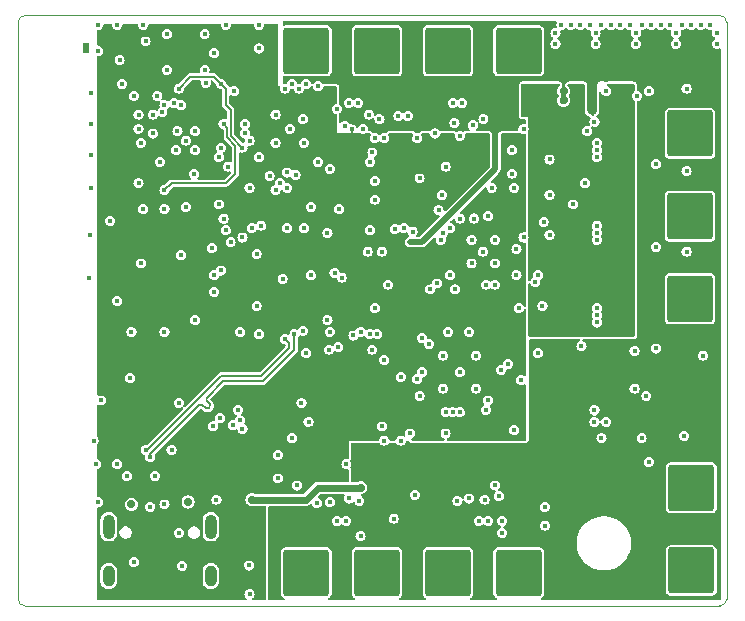
<source format=gbr>
%TF.GenerationSoftware,KiCad,Pcbnew,8.0.3*%
%TF.CreationDate,2024-11-14T20:38:21+13:00*%
%TF.ProjectId,combat-r1,636f6d62-6174-42d7-9231-2e6b69636164,rev?*%
%TF.SameCoordinates,Original*%
%TF.FileFunction,Copper,L3,Inr*%
%TF.FilePolarity,Positive*%
%FSLAX46Y46*%
G04 Gerber Fmt 4.6, Leading zero omitted, Abs format (unit mm)*
G04 Created by KiCad (PCBNEW 8.0.3) date 2024-11-14 20:38:21*
%MOMM*%
%LPD*%
G01*
G04 APERTURE LIST*
G04 Aperture macros list*
%AMRoundRect*
0 Rectangle with rounded corners*
0 $1 Rounding radius*
0 $2 $3 $4 $5 $6 $7 $8 $9 X,Y pos of 4 corners*
0 Add a 4 corners polygon primitive as box body*
4,1,4,$2,$3,$4,$5,$6,$7,$8,$9,$2,$3,0*
0 Add four circle primitives for the rounded corners*
1,1,$1+$1,$2,$3*
1,1,$1+$1,$4,$5*
1,1,$1+$1,$6,$7*
1,1,$1+$1,$8,$9*
0 Add four rect primitives between the rounded corners*
20,1,$1+$1,$2,$3,$4,$5,0*
20,1,$1+$1,$4,$5,$6,$7,0*
20,1,$1+$1,$6,$7,$8,$9,0*
20,1,$1+$1,$8,$9,$2,$3,0*%
G04 Aperture macros list end*
%TA.AperFunction,ComponentPad*%
%ADD10RoundRect,0.250002X-1.699998X-1.699998X1.699998X-1.699998X1.699998X1.699998X-1.699998X1.699998X0*%
%TD*%
%TA.AperFunction,ComponentPad*%
%ADD11O,1.000000X2.100000*%
%TD*%
%TA.AperFunction,ComponentPad*%
%ADD12O,1.000000X1.800000*%
%TD*%
%TA.AperFunction,ComponentPad*%
%ADD13RoundRect,0.250002X1.699998X1.699998X-1.699998X1.699998X-1.699998X-1.699998X1.699998X-1.699998X0*%
%TD*%
%TA.AperFunction,ComponentPad*%
%ADD14R,0.500000X0.900000*%
%TD*%
%TA.AperFunction,ViaPad*%
%ADD15C,0.450000*%
%TD*%
%TA.AperFunction,ViaPad*%
%ADD16C,0.700000*%
%TD*%
%TA.AperFunction,Conductor*%
%ADD17C,0.200000*%
%TD*%
%TA.AperFunction,Conductor*%
%ADD18C,0.800000*%
%TD*%
%TA.AperFunction,Conductor*%
%ADD19C,0.500000*%
%TD*%
%TA.AperFunction,Conductor*%
%ADD20C,0.160000*%
%TD*%
%TA.AperFunction,Conductor*%
%ADD21C,0.600000*%
%TD*%
%TA.AperFunction,Profile*%
%ADD22C,0.050000*%
%TD*%
G04 APERTURE END LIST*
D10*
%TO.N,Net-(J11-Pin_1)*%
%TO.C,J11*%
X144400000Y-78000000D03*
%TD*%
D11*
%TO.N,GND*%
%TO.C,J4*%
X127680000Y-118295000D03*
D12*
X127680000Y-122475000D03*
D11*
X136320000Y-118295000D03*
D12*
X136320000Y-122475000D03*
%TD*%
D10*
%TO.N,GND*%
%TO.C,J6*%
X177000000Y-115000000D03*
%TD*%
D13*
%TO.N,Net-(J15-Pin_1)*%
%TO.C,J15*%
X162400000Y-122200000D03*
%TD*%
%TO.N,Net-(J16-Pin_1)*%
%TO.C,J16*%
X144400000Y-122200000D03*
%TD*%
%TO.N,Net-(J17-Pin_1)*%
%TO.C,J17*%
X150400000Y-122200000D03*
%TD*%
D10*
%TO.N,/Weapon ESC/VS3*%
%TO.C,J9*%
X176900000Y-99000000D03*
%TD*%
%TO.N,Net-(J13-Pin_1)*%
%TO.C,J13*%
X156400000Y-78000000D03*
%TD*%
%TO.N,/Weapon ESC/VS1*%
%TO.C,J7*%
X176900000Y-85000000D03*
%TD*%
%TO.N,/Weapon ESC/VS2*%
%TO.C,J8*%
X176900000Y-92000000D03*
%TD*%
D13*
%TO.N,Net-(J14-Pin_1)*%
%TO.C,J14*%
X156400000Y-122200000D03*
%TD*%
D10*
%TO.N,Net-(J10-Pin_1)*%
%TO.C,J10*%
X150400000Y-78000000D03*
%TD*%
%TO.N,Net-(J5-Pin_1)*%
%TO.C,J5*%
X177000000Y-122000000D03*
%TD*%
%TO.N,Net-(J12-Pin_1)*%
%TO.C,J12*%
X162400000Y-78000000D03*
%TD*%
D14*
%TO.N,GND*%
%TO.C,ANT1*%
X125725000Y-77750000D03*
%TD*%
D15*
%TO.N,GND*%
X168800000Y-84000000D03*
X126400000Y-111000000D03*
X167600000Y-75800000D03*
X146200000Y-93400000D03*
X136600000Y-78200000D03*
X138800000Y-101800000D03*
X126200000Y-84200000D03*
X144000000Y-107800000D03*
X161000000Y-118800000D03*
X137800000Y-87800000D03*
X158400000Y-94000000D03*
X168900000Y-77400000D03*
X141800000Y-89800000D03*
X148000000Y-82400000D03*
X130600000Y-75800000D03*
X147800000Y-117800000D03*
X179200000Y-77400000D03*
X156000000Y-106600000D03*
X148800000Y-82400000D03*
X151000000Y-111000000D03*
X149800000Y-93200000D03*
X132400000Y-101800000D03*
X176200000Y-75800000D03*
X172300000Y-76500000D03*
X130200000Y-83400000D03*
X162800000Y-84600000D03*
X142800000Y-89600000D03*
X162600000Y-105900000D03*
X136800000Y-116000000D03*
X173400000Y-81400000D03*
X129800000Y-81800000D03*
X135900000Y-80700000D03*
X164600000Y-116600000D03*
X156800000Y-82400000D03*
X177000000Y-75800000D03*
X175200000Y-75800000D03*
X133800000Y-95300000D03*
X131400000Y-83400000D03*
X179200000Y-76500000D03*
X157200000Y-116100000D03*
X168400000Y-75800000D03*
X156600000Y-97000000D03*
X129200000Y-114000000D03*
X131400000Y-85000000D03*
X130200000Y-84600000D03*
X173200000Y-107200000D03*
X172800000Y-75800000D03*
X168800000Y-109400000D03*
X132000000Y-87400000D03*
X126800000Y-75800000D03*
X143000000Y-84600000D03*
X169800000Y-109400000D03*
X127000000Y-107600000D03*
X172200000Y-103400000D03*
X155500000Y-97700000D03*
X133500000Y-84800000D03*
X134200000Y-85600000D03*
X139600000Y-89600000D03*
X169000000Y-85800000D03*
X145400000Y-87400000D03*
X137400000Y-92200000D03*
X140400000Y-77800000D03*
X162400000Y-99800000D03*
X135800000Y-76600000D03*
X173400000Y-112800000D03*
X150200000Y-99800000D03*
X151900000Y-93100000D03*
X140200000Y-99600000D03*
X149799552Y-87388153D03*
X156000000Y-103800000D03*
X129800000Y-121300000D03*
X135800000Y-79600000D03*
X166000000Y-75800000D03*
X126200000Y-81600000D03*
X165500000Y-76500000D03*
X149200000Y-84600000D03*
X158800000Y-103800000D03*
X126800000Y-78000000D03*
X139600000Y-124000000D03*
X130800000Y-77200000D03*
X145300000Y-116300000D03*
X178600000Y-75800000D03*
X136400000Y-94700000D03*
X159000000Y-117800000D03*
X160400000Y-96000000D03*
X144800000Y-97000000D03*
X133400000Y-86400000D03*
X167000000Y-91000000D03*
X156200000Y-110400000D03*
X161800000Y-86400000D03*
X131800000Y-81800000D03*
X172800000Y-110800000D03*
X157000000Y-98200000D03*
X160100000Y-89600000D03*
X164000000Y-103600000D03*
X169000000Y-94000000D03*
X130400000Y-85800000D03*
X169000000Y-99800000D03*
X165500000Y-77400000D03*
X151300000Y-97800000D03*
X172200000Y-106600000D03*
X127800000Y-92400000D03*
X169000000Y-93400000D03*
X147000000Y-117800000D03*
X150600000Y-83800000D03*
X164600000Y-118200000D03*
X144100000Y-83800000D03*
X130600000Y-91400000D03*
X170200000Y-75800000D03*
X144200000Y-85800000D03*
X167700000Y-103000000D03*
X133900000Y-121600000D03*
X152400000Y-111000000D03*
X169000000Y-101000000D03*
X175700000Y-77400000D03*
X152400000Y-105600000D03*
X150200000Y-90600000D03*
X140400000Y-75800000D03*
X162000000Y-110100000D03*
X172300000Y-77400000D03*
X153000000Y-83500000D03*
X128600000Y-78800000D03*
X130400000Y-96000000D03*
X135000000Y-84800000D03*
X141800000Y-85800000D03*
X169400000Y-75800000D03*
X153800000Y-85400000D03*
X173600000Y-75800000D03*
X147800000Y-113000000D03*
X159400000Y-83800000D03*
X129500000Y-105700000D03*
X128400000Y-113000000D03*
X169000000Y-92800000D03*
X141800000Y-83400000D03*
X151000000Y-85400000D03*
X159340000Y-95000000D03*
X177800000Y-75800000D03*
X169000000Y-87000000D03*
X157400000Y-85200000D03*
X126200000Y-86800000D03*
X139576422Y-121570528D03*
X130200000Y-89200000D03*
X126100000Y-93600000D03*
X174000000Y-94600000D03*
X128800000Y-80800000D03*
X144400000Y-103600000D03*
X133600000Y-107800000D03*
X126200000Y-89600000D03*
X143600000Y-114800000D03*
X150800000Y-109800000D03*
X151800000Y-117600000D03*
X171800000Y-75800000D03*
X175700000Y-76500000D03*
X168900000Y-76500000D03*
X169000000Y-100400000D03*
X137000000Y-91000000D03*
X153600000Y-115600000D03*
X174000000Y-87600000D03*
X166800000Y-75800000D03*
X126600000Y-113000000D03*
X154900000Y-98200000D03*
X132400000Y-91400000D03*
X171000000Y-75800000D03*
X178000000Y-103800000D03*
X136600000Y-98400000D03*
X153200000Y-110400000D03*
X168000000Y-89200000D03*
X169000000Y-86400000D03*
X137581675Y-75799999D03*
X132600000Y-76600000D03*
X142000000Y-112200000D03*
X142400000Y-97300000D03*
X140200000Y-95200000D03*
X128400000Y-75800000D03*
X158400000Y-96000000D03*
X164500000Y-92500000D03*
X169800000Y-81400000D03*
X135000000Y-86400000D03*
X132600000Y-79600000D03*
X126000000Y-97200000D03*
X157400000Y-105200000D03*
X174400000Y-75800000D03*
X159800000Y-117800000D03*
X137100000Y-109100000D03*
X131600000Y-114000000D03*
X160400000Y-94000000D03*
X134925000Y-88400000D03*
X129600000Y-101800000D03*
X158800000Y-106600000D03*
X146400000Y-88000000D03*
X142000000Y-114200000D03*
X138300000Y-81400000D03*
X149000000Y-119100000D03*
X157600000Y-82400000D03*
X152200000Y-83500000D03*
X150200000Y-89000000D03*
%TO.N,/Radio/D1*%
X137200000Y-86200000D03*
X139200000Y-84200000D03*
%TO.N,/Radio/MOSI*%
X142600000Y-81200000D03*
X133200000Y-82400000D03*
%TO.N,/Radio/~{CS}*%
X132200000Y-83200000D03*
X144400000Y-80800000D03*
%TO.N,/Radio/MISO*%
X143200000Y-80800000D03*
X133800000Y-82600000D03*
%TO.N,/Radio/SCK*%
X143800000Y-81200000D03*
X132400000Y-82600000D03*
%TO.N,/Radio/BUSY*%
X139200000Y-85000000D03*
X137000000Y-87000000D03*
%TO.N,Net-(U2-DCC_FB)*%
X137400000Y-84200000D03*
X132400000Y-89800000D03*
%TO.N,Net-(U2-VBAT)*%
X139000000Y-86200000D03*
X137200000Y-80800000D03*
X133600000Y-81200000D03*
%TO.N,RF_~{RESET}*%
X147200000Y-91400000D03*
X150000000Y-86600000D03*
%TO.N,/Radio/RF_BTN*%
X128400000Y-99200000D03*
X145400000Y-81000000D03*
%TO.N,/Weapon ESC/VB3*%
X164400000Y-99600000D03*
X163800000Y-97600000D03*
D16*
%TO.N,+12V*%
X174400000Y-118600000D03*
X169600000Y-114800000D03*
X165600000Y-114800000D03*
D15*
X169600000Y-103200000D03*
X153200000Y-94200000D03*
D16*
X168000000Y-78800000D03*
X142600000Y-117600000D03*
X165600000Y-124000000D03*
D15*
X169600000Y-103800000D03*
D16*
X161000000Y-82600000D03*
D15*
X154000000Y-94200000D03*
D16*
X176600000Y-78800000D03*
X169600000Y-124000000D03*
X173800000Y-114800000D03*
D15*
X178000000Y-110600000D03*
D16*
X166400000Y-78800000D03*
X166200000Y-82200000D03*
X169800000Y-78800000D03*
X168600000Y-82200000D03*
D15*
X170800000Y-103200000D03*
D16*
X174800000Y-78800000D03*
D15*
X162000000Y-89600000D03*
D16*
X154600000Y-117400000D03*
X161800000Y-82600000D03*
X168600000Y-83000000D03*
D15*
X176400000Y-109000000D03*
D16*
X165600000Y-119800000D03*
X153000000Y-82600000D03*
X166200000Y-81400000D03*
X173200000Y-78800000D03*
X178000000Y-78800000D03*
X168600000Y-81400000D03*
X155400000Y-117400000D03*
X171400000Y-78800000D03*
X152200000Y-82600000D03*
X173400000Y-123800000D03*
X143600000Y-117600000D03*
D15*
X170200000Y-103200000D03*
%TO.N,+3.3V*%
X138800000Y-77800000D03*
X149600000Y-100200000D03*
X144000000Y-104200000D03*
X152400000Y-89200000D03*
X137200000Y-101600000D03*
X147000000Y-89200000D03*
X145400000Y-103600000D03*
X148600000Y-93200000D03*
X158600000Y-85800000D03*
X155800000Y-86200000D03*
X138800000Y-92000000D03*
D16*
X145000000Y-110800000D03*
D15*
X161600000Y-101800000D03*
X155800000Y-99900000D03*
X144900000Y-89600000D03*
X160400000Y-114800000D03*
X154700000Y-110400000D03*
X139400000Y-80000000D03*
X148250000Y-84650000D03*
X149800000Y-98200000D03*
X148600000Y-110800000D03*
D16*
X144200000Y-110800000D03*
D15*
X140100000Y-109900000D03*
X158400000Y-98200000D03*
%TO.N,ESC_~{RESET}*%
X158200000Y-101800000D03*
X144200000Y-93000000D03*
%TO.N,MAIN_~{RESET}*%
X144800000Y-91200000D03*
%TO.N,Net-(U12-SW)*%
X168800000Y-108400000D03*
X176400000Y-110600000D03*
%TO.N,Net-(D6-A)*%
X169400000Y-110800000D03*
X174000000Y-103200000D03*
D16*
%TO.N,+5V*%
X139800000Y-116000000D03*
X149000000Y-115000000D03*
D15*
%TO.N,/Drive ESC/DRV_BTN*%
X142800000Y-93000000D03*
X135000000Y-100800000D03*
%TO.N,/Radio/RF_LED*%
X137600000Y-93200000D03*
X142200000Y-89200000D03*
%TO.N,/Radio/SWCLK*%
X140400000Y-87000000D03*
%TO.N,/Radio/SWDIO*%
X139600000Y-85600000D03*
%TO.N,/Weapon ESC/SWCLK*%
X159800000Y-107600000D03*
%TO.N,/Weapon ESC/SWDIO*%
X159600000Y-108400000D03*
%TO.N,ESC_NTC*%
X139800000Y-93000000D03*
X150200000Y-85400000D03*
X165000000Y-90200000D03*
X156200000Y-87800000D03*
%TO.N,/Drive ESC/SWDIO*%
X144100000Y-101700000D03*
%TO.N,/Drive ESC/SWCLK*%
X146200000Y-100800000D03*
%TO.N,Net-(J4-D--PadA7)*%
X132400000Y-116400000D03*
X131200000Y-116600000D03*
D16*
%TO.N,Net-(U11-VP)*%
X129600000Y-116400000D03*
X134400000Y-116200000D03*
D15*
%TO.N,Net-(J4-CC2)*%
X126800000Y-116200000D03*
X133600000Y-118800000D03*
%TO.N,Net-(Q1-G)*%
X172400000Y-81800000D03*
X168200000Y-84800000D03*
%TO.N,/Weapon ESC/LO1*%
X165000000Y-87200000D03*
X160400000Y-97800000D03*
%TO.N,/Weapon ESC/FB1*%
X154200000Y-102300000D03*
X176600000Y-81200000D03*
%TO.N,/Weapon ESC/HO2*%
X162800000Y-93800000D03*
X162200000Y-94800000D03*
%TO.N,/Weapon ESC/FB2*%
X176600000Y-88200000D03*
X154800000Y-102800000D03*
%TO.N,/Weapon ESC/LO2*%
X159600000Y-97800000D03*
X165000000Y-93600000D03*
%TO.N,/Weapon ESC/HO3*%
X162200000Y-97000000D03*
X164000000Y-97000000D03*
%TO.N,/Weapon ESC/FB3*%
X156400000Y-101800000D03*
X176600000Y-95000000D03*
%TO.N,/Weapon ESC/FBCOM*%
X150000000Y-103300000D03*
X151000000Y-104200000D03*
%TO.N,/Radio/~{SX_RESET}*%
X141300000Y-88600000D03*
X134200000Y-91200000D03*
%TO.N,RF_RX*%
X143500000Y-88500000D03*
X139000000Y-93800000D03*
%TO.N,/Drive ESC/DIR_A*%
X147664065Y-84378439D03*
X137200000Y-96600000D03*
%TO.N,/Drive ESC/PWM_2A*%
X148400000Y-102100000D03*
X155600000Y-91500000D03*
X153400000Y-93300000D03*
X147000000Y-82900000D03*
%TO.N,/Drive ESC/~{SLEEP}*%
X158200000Y-115900000D03*
X149700000Y-83400000D03*
X138600000Y-108400000D03*
X146400000Y-116200000D03*
X158500000Y-84300000D03*
%TO.N,/Drive ESC/DIR_B*%
X156950000Y-84100000D03*
X136600000Y-97000000D03*
%TO.N,/Drive ESC/PWM_2B*%
X152664065Y-92978439D03*
X155300000Y-85000000D03*
X149000000Y-101800000D03*
X155900000Y-90200000D03*
%TO.N,/Drive ESC/DIR_C*%
X159500000Y-116000000D03*
X138200000Y-109700000D03*
%TO.N,USB_D_P*%
X131200000Y-112400000D03*
X143400000Y-102000000D03*
%TO.N,/Drive ESC/PWM_2C*%
X160700000Y-115700000D03*
X139000000Y-110000000D03*
%TO.N,/Drive ESC/I2C_SCL*%
X149774997Y-102000000D03*
X150800000Y-95000000D03*
%TO.N,/Drive ESC/DIR_D*%
X148000000Y-115900000D03*
X138800000Y-109300000D03*
%TO.N,ESC_PPM*%
X140400000Y-102000000D03*
X146400000Y-101800000D03*
%TO.N,/Drive ESC/I2C_SDA*%
X149600000Y-95000000D03*
X150400000Y-102000000D03*
%TO.N,/Drive ESC/PWM_2D*%
X148900000Y-116100000D03*
X136500000Y-109800000D03*
%TO.N,USB_D_N*%
X142600000Y-102400000D03*
X130800000Y-111800000D03*
%TO.N,/Weapon ESC/CH*%
X157400000Y-92200000D03*
X156200000Y-108600000D03*
%TO.N,/Weapon ESC/CL*%
X154200000Y-105200000D03*
X155800000Y-94000000D03*
%TO.N,/Weapon ESC/BL*%
X153800000Y-105800000D03*
X156000000Y-93400000D03*
%TO.N,/Weapon ESC/AH*%
X159800000Y-92000000D03*
X157400000Y-108600000D03*
%TO.N,/Weapon ESC/BH*%
X158600000Y-92200000D03*
X156800000Y-108600000D03*
%TO.N,/Weapon ESC/AL*%
X156600000Y-93000000D03*
X154000000Y-107200000D03*
%TO.N,ESC_TX*%
X160900000Y-105000000D03*
X146800000Y-96800000D03*
%TO.N,ESC_RX*%
X161500000Y-104500000D03*
X147400000Y-97200000D03*
%TO.N,ESC_CUR*%
X154000000Y-88800000D03*
X140600000Y-92800000D03*
%TO.N,Net-(D2-A)*%
X163800000Y-89200000D03*
X171400000Y-97600000D03*
X171400000Y-91200000D03*
X161800000Y-88400000D03*
X171400000Y-90600000D03*
X171400000Y-90000000D03*
D16*
X163200000Y-83000000D03*
D15*
X171400000Y-84200000D03*
X163800000Y-96200000D03*
X171400000Y-82400000D03*
X171400000Y-83600000D03*
D16*
X163200000Y-81400000D03*
D15*
X171400000Y-89400000D03*
X171400000Y-97000000D03*
X171400000Y-96400000D03*
X163800000Y-101800000D03*
X171400000Y-98200000D03*
D16*
X163200000Y-82200000D03*
D15*
X171400000Y-83000000D03*
%TO.N,/Drive ESC/VBAT_ADC*%
X161000000Y-117800000D03*
X133000000Y-111800000D03*
%TO.N,/Drive ESC/MEM_SCK*%
X146300000Y-103300000D03*
X143200000Y-110800000D03*
%TO.N,/Drive ESC/MEM_MOSI*%
X147100000Y-103100000D03*
X144600000Y-109400000D03*
%TO.N,RF_TX*%
X142800000Y-88300000D03*
X138000000Y-94200000D03*
%TD*%
D17*
%TO.N,Net-(U2-DCC_FB)*%
X137400000Y-84200000D02*
X137700000Y-84500000D01*
X138400000Y-86024264D02*
X138400000Y-88400000D01*
X137700000Y-84500000D02*
X137700000Y-85324264D01*
X133000000Y-89200000D02*
X132400000Y-89800000D01*
X137600000Y-89200000D02*
X133000000Y-89200000D01*
X138400000Y-88400000D02*
X137600000Y-89200000D01*
X137700000Y-85324264D02*
X138400000Y-86024264D01*
%TO.N,Net-(U2-VBAT)*%
X137600000Y-82600000D02*
X138000000Y-83000000D01*
X133600000Y-81200000D02*
X134600000Y-80200000D01*
X138000000Y-83000000D02*
X138000000Y-85200000D01*
X137200000Y-80800000D02*
X137600000Y-81200000D01*
X138000000Y-85200000D02*
X139000000Y-86200000D01*
X134600000Y-80200000D02*
X136600000Y-80200000D01*
X136600000Y-80200000D02*
X137200000Y-80800000D01*
X137600000Y-81200000D02*
X137600000Y-82600000D01*
D18*
%TO.N,+12V*%
X168600000Y-82400000D02*
X168600000Y-83000000D01*
D19*
X160400000Y-88000000D02*
X160400000Y-84400000D01*
X154000000Y-94200000D02*
X154200000Y-94200000D01*
D20*
X168600000Y-79400000D02*
X168000000Y-78800000D01*
D18*
X168600000Y-82600000D02*
X168600000Y-79400000D01*
D19*
X154200000Y-94200000D02*
X160400000Y-88000000D01*
X153200000Y-94200000D02*
X154000000Y-94200000D01*
D20*
%TO.N,+3.3V*%
X148250000Y-84650000D02*
X148250000Y-85150000D01*
X148250000Y-85150000D02*
X148100000Y-85300000D01*
D21*
%TO.N,+5V*%
X145400000Y-115000000D02*
X144400000Y-116000000D01*
X144400000Y-116000000D02*
X139800000Y-116000000D01*
X149000000Y-115000000D02*
X145400000Y-115000000D01*
D17*
%TO.N,USB_D_P*%
X135959099Y-107636286D02*
X136226386Y-107903573D01*
X143400000Y-103318200D02*
X140762431Y-105955769D01*
X131200000Y-112118199D02*
X131200000Y-112400000D01*
X135879903Y-108250057D02*
X135612617Y-107982771D01*
X137362430Y-105955769D02*
X135959099Y-107359100D01*
X136226386Y-108180759D02*
X136157089Y-108250057D01*
X140762431Y-105955769D02*
X137362430Y-105955769D01*
X135335431Y-107982771D02*
X135266134Y-108052066D01*
X135266134Y-108052066D02*
X135254440Y-108063759D01*
X143400000Y-102000000D02*
X143400000Y-103318200D01*
X135254440Y-108063759D02*
X131200000Y-112118199D01*
X136226386Y-107903573D02*
G75*
G02*
X136226420Y-108180793I-138586J-138627D01*
G01*
X135612617Y-107982771D02*
G75*
G03*
X135335431Y-107982771I-138593J-138593D01*
G01*
X135959099Y-107359100D02*
G75*
G03*
X135959092Y-107636293I138601J-138600D01*
G01*
X136157089Y-108250057D02*
G75*
G02*
X135879903Y-108250057I-138593J138593D01*
G01*
%TO.N,USB_D_N*%
X130800000Y-111800000D02*
X130881801Y-111800000D01*
X137176032Y-105505769D02*
X140576031Y-105505769D01*
X142949999Y-102749999D02*
X142600000Y-102400000D01*
X130881801Y-111800000D02*
X137176032Y-105505769D01*
X140576031Y-105505769D02*
X142949999Y-103131801D01*
X142949999Y-103131801D02*
X142949999Y-102749999D01*
%TD*%
%TA.AperFunction,Conductor*%
%TO.N,+12V*%
G36*
X153082452Y-111018907D02*
G01*
X153108353Y-111047893D01*
X153108367Y-111047884D01*
X153108465Y-111048019D01*
X153110371Y-111050152D01*
X153111639Y-111052388D01*
X153123586Y-111068831D01*
X153147600Y-111101883D01*
X153171841Y-111129628D01*
X153250351Y-111176536D01*
X153308542Y-111195443D01*
X153320596Y-111197352D01*
X153372040Y-111205500D01*
X153372044Y-111205500D01*
X156027944Y-111205500D01*
X156027956Y-111205500D01*
X156044082Y-111204866D01*
X156059568Y-111203647D01*
X156136735Y-111181884D01*
X156154136Y-111173017D01*
X156214566Y-111163446D01*
X156245156Y-111174538D01*
X156245293Y-111174238D01*
X156249109Y-111175971D01*
X156249865Y-111176245D01*
X156250351Y-111176536D01*
X156308542Y-111195443D01*
X156320596Y-111197352D01*
X156372040Y-111205500D01*
X156372044Y-111205500D01*
X162900993Y-111205500D01*
X162901000Y-111205500D01*
X162933144Y-111202970D01*
X162963737Y-111198125D01*
X162963748Y-111198123D01*
X162963793Y-111198116D01*
X162968281Y-111197353D01*
X162968280Y-111197353D01*
X162968287Y-111197352D01*
X163052383Y-111161408D01*
X163101883Y-111125444D01*
X163129628Y-111101203D01*
X163161283Y-111048222D01*
X163207361Y-111007966D01*
X163246269Y-111000000D01*
X163255422Y-111000000D01*
X163800000Y-111000000D01*
X163800000Y-120049500D01*
X160645727Y-120049500D01*
X160615306Y-120052353D01*
X160615297Y-120052355D01*
X160487119Y-120097206D01*
X160377852Y-120177850D01*
X160377850Y-120177852D01*
X160297206Y-120287119D01*
X160252355Y-120415297D01*
X160252353Y-120415306D01*
X160249500Y-120445727D01*
X160249500Y-123954272D01*
X160252353Y-123984693D01*
X160252355Y-123984702D01*
X160297206Y-124112880D01*
X160297207Y-124112881D01*
X160377851Y-124222149D01*
X160487119Y-124302793D01*
X160499302Y-124307056D01*
X160547982Y-124344121D01*
X160565579Y-124402721D01*
X160545371Y-124460473D01*
X160495077Y-124495317D01*
X160466604Y-124499500D01*
X158333396Y-124499500D01*
X158275205Y-124480593D01*
X158239241Y-124431093D01*
X158239241Y-124369907D01*
X158275205Y-124320407D01*
X158300695Y-124307056D01*
X158312881Y-124302793D01*
X158422149Y-124222149D01*
X158502793Y-124112881D01*
X158547646Y-123984698D01*
X158550499Y-123954271D01*
X158550500Y-123954271D01*
X158550500Y-120445729D01*
X158550499Y-120445727D01*
X158547646Y-120415306D01*
X158547646Y-120415302D01*
X158502793Y-120287119D01*
X158422149Y-120177851D01*
X158312881Y-120097207D01*
X158312880Y-120097206D01*
X158184702Y-120052355D01*
X158184693Y-120052353D01*
X158154272Y-120049500D01*
X158154264Y-120049500D01*
X154645736Y-120049500D01*
X154645727Y-120049500D01*
X154615306Y-120052353D01*
X154615297Y-120052355D01*
X154487119Y-120097206D01*
X154377852Y-120177850D01*
X154377850Y-120177852D01*
X154297206Y-120287119D01*
X154252355Y-120415297D01*
X154252353Y-120415306D01*
X154249500Y-120445727D01*
X154249500Y-123954272D01*
X154252353Y-123984693D01*
X154252355Y-123984702D01*
X154297206Y-124112880D01*
X154297207Y-124112881D01*
X154377851Y-124222149D01*
X154487119Y-124302793D01*
X154499302Y-124307056D01*
X154547982Y-124344121D01*
X154565579Y-124402721D01*
X154545371Y-124460473D01*
X154495077Y-124495317D01*
X154466604Y-124499500D01*
X152333396Y-124499500D01*
X152275205Y-124480593D01*
X152239241Y-124431093D01*
X152239241Y-124369907D01*
X152275205Y-124320407D01*
X152300695Y-124307056D01*
X152312881Y-124302793D01*
X152422149Y-124222149D01*
X152502793Y-124112881D01*
X152547646Y-123984698D01*
X152550499Y-123954271D01*
X152550500Y-123954271D01*
X152550500Y-120445729D01*
X152550499Y-120445727D01*
X152547646Y-120415306D01*
X152547646Y-120415302D01*
X152502793Y-120287119D01*
X152422149Y-120177851D01*
X152312881Y-120097207D01*
X152312880Y-120097206D01*
X152184702Y-120052355D01*
X152184693Y-120052353D01*
X152154272Y-120049500D01*
X152154264Y-120049500D01*
X148645736Y-120049500D01*
X148645727Y-120049500D01*
X148615306Y-120052353D01*
X148615297Y-120052355D01*
X148487119Y-120097206D01*
X148377852Y-120177850D01*
X148377850Y-120177852D01*
X148297206Y-120287119D01*
X148252355Y-120415297D01*
X148252353Y-120415306D01*
X148249500Y-120445727D01*
X148249500Y-123954272D01*
X148252353Y-123984693D01*
X148252355Y-123984702D01*
X148297206Y-124112880D01*
X148297207Y-124112881D01*
X148377851Y-124222149D01*
X148487119Y-124302793D01*
X148499302Y-124307056D01*
X148547982Y-124344121D01*
X148565579Y-124402721D01*
X148545371Y-124460473D01*
X148495077Y-124495317D01*
X148466604Y-124499500D01*
X146333396Y-124499500D01*
X146275205Y-124480593D01*
X146239241Y-124431093D01*
X146239241Y-124369907D01*
X146275205Y-124320407D01*
X146300695Y-124307056D01*
X146312881Y-124302793D01*
X146422149Y-124222149D01*
X146502793Y-124112881D01*
X146547646Y-123984698D01*
X146550499Y-123954271D01*
X146550500Y-123954271D01*
X146550500Y-120445729D01*
X146550499Y-120445727D01*
X146547646Y-120415306D01*
X146547646Y-120415302D01*
X146502793Y-120287119D01*
X146422149Y-120177851D01*
X146312881Y-120097207D01*
X146312880Y-120097206D01*
X146184702Y-120052355D01*
X146184693Y-120052353D01*
X146154272Y-120049500D01*
X146154264Y-120049500D01*
X142645736Y-120049500D01*
X142645727Y-120049500D01*
X142615306Y-120052353D01*
X142615297Y-120052355D01*
X142487119Y-120097206D01*
X142377852Y-120177850D01*
X142377850Y-120177852D01*
X142297206Y-120287119D01*
X142252355Y-120415297D01*
X142252353Y-120415306D01*
X142249500Y-120445727D01*
X142249500Y-123954272D01*
X142252353Y-123984693D01*
X142252355Y-123984702D01*
X142297206Y-124112880D01*
X142297207Y-124112881D01*
X142377851Y-124222149D01*
X142487119Y-124302793D01*
X142499302Y-124307056D01*
X142547982Y-124344121D01*
X142565579Y-124402721D01*
X142545371Y-124460473D01*
X142495077Y-124495317D01*
X142466604Y-124499500D01*
X141299000Y-124499500D01*
X141240809Y-124480593D01*
X141204845Y-124431093D01*
X141200000Y-124400500D01*
X141200000Y-119099999D01*
X148569196Y-119099999D01*
X148569196Y-119100000D01*
X148590281Y-119233127D01*
X148590282Y-119233129D01*
X148651470Y-119353217D01*
X148651472Y-119353220D01*
X148746780Y-119448528D01*
X148866874Y-119509719D01*
X149000000Y-119530804D01*
X149133126Y-119509719D01*
X149253220Y-119448528D01*
X149348528Y-119353220D01*
X149409719Y-119233126D01*
X149430804Y-119100000D01*
X149409719Y-118966874D01*
X149348528Y-118846780D01*
X149253220Y-118751472D01*
X149253217Y-118751470D01*
X149133129Y-118690282D01*
X149133127Y-118690281D01*
X149000000Y-118669196D01*
X148866872Y-118690281D01*
X148866870Y-118690282D01*
X148746782Y-118751470D01*
X148651470Y-118846782D01*
X148590282Y-118966870D01*
X148590281Y-118966872D01*
X148569196Y-119099999D01*
X141200000Y-119099999D01*
X141200000Y-117799999D01*
X146569196Y-117799999D01*
X146569196Y-117800000D01*
X146590281Y-117933127D01*
X146590282Y-117933129D01*
X146651470Y-118053217D01*
X146651472Y-118053220D01*
X146746780Y-118148528D01*
X146866874Y-118209719D01*
X147000000Y-118230804D01*
X147133126Y-118209719D01*
X147253220Y-118148528D01*
X147329998Y-118071749D01*
X147384513Y-118043974D01*
X147444945Y-118053545D01*
X147470000Y-118071748D01*
X147546780Y-118148528D01*
X147666874Y-118209719D01*
X147800000Y-118230804D01*
X147933126Y-118209719D01*
X148053220Y-118148528D01*
X148148528Y-118053220D01*
X148209719Y-117933126D01*
X148230804Y-117800000D01*
X148209719Y-117666874D01*
X148175644Y-117599999D01*
X151369196Y-117599999D01*
X151369196Y-117600000D01*
X151390281Y-117733127D01*
X151390282Y-117733129D01*
X151424355Y-117800000D01*
X151451472Y-117853220D01*
X151546780Y-117948528D01*
X151666874Y-118009719D01*
X151800000Y-118030804D01*
X151933126Y-118009719D01*
X152053220Y-117948528D01*
X152148528Y-117853220D01*
X152175645Y-117799999D01*
X158569196Y-117799999D01*
X158569196Y-117800000D01*
X158590281Y-117933127D01*
X158590282Y-117933129D01*
X158651470Y-118053217D01*
X158651472Y-118053220D01*
X158746780Y-118148528D01*
X158866874Y-118209719D01*
X159000000Y-118230804D01*
X159133126Y-118209719D01*
X159253220Y-118148528D01*
X159329998Y-118071749D01*
X159384513Y-118043974D01*
X159444945Y-118053545D01*
X159470000Y-118071748D01*
X159546780Y-118148528D01*
X159666874Y-118209719D01*
X159800000Y-118230804D01*
X159933126Y-118209719D01*
X160053220Y-118148528D01*
X160148528Y-118053220D01*
X160209719Y-117933126D01*
X160230804Y-117800000D01*
X160230804Y-117799999D01*
X160569196Y-117799999D01*
X160569196Y-117800000D01*
X160590281Y-117933127D01*
X160590282Y-117933129D01*
X160651470Y-118053217D01*
X160651472Y-118053220D01*
X160746780Y-118148528D01*
X160795940Y-118173576D01*
X160870939Y-118211791D01*
X160914203Y-118255056D01*
X160923774Y-118315488D01*
X160895996Y-118370004D01*
X160870939Y-118388209D01*
X160746781Y-118451471D01*
X160651470Y-118546782D01*
X160590282Y-118666870D01*
X160590281Y-118666872D01*
X160569196Y-118799999D01*
X160569196Y-118800000D01*
X160590281Y-118933127D01*
X160590282Y-118933129D01*
X160607474Y-118966870D01*
X160651472Y-119053220D01*
X160746780Y-119148528D01*
X160866874Y-119209719D01*
X161000000Y-119230804D01*
X161133126Y-119209719D01*
X161253220Y-119148528D01*
X161348528Y-119053220D01*
X161409719Y-118933126D01*
X161430804Y-118800000D01*
X161409719Y-118666874D01*
X161348528Y-118546780D01*
X161253220Y-118451472D01*
X161253217Y-118451470D01*
X161129061Y-118388209D01*
X161085796Y-118344945D01*
X161076225Y-118284513D01*
X161104003Y-118229996D01*
X161129061Y-118211791D01*
X161202963Y-118174134D01*
X161253220Y-118148528D01*
X161348528Y-118053220D01*
X161409719Y-117933126D01*
X161430804Y-117800000D01*
X161409719Y-117666874D01*
X161348528Y-117546780D01*
X161253220Y-117451472D01*
X161253217Y-117451470D01*
X161133129Y-117390282D01*
X161133127Y-117390281D01*
X161000000Y-117369196D01*
X160866872Y-117390281D01*
X160866870Y-117390282D01*
X160746782Y-117451470D01*
X160651470Y-117546782D01*
X160590282Y-117666870D01*
X160590281Y-117666872D01*
X160569196Y-117799999D01*
X160230804Y-117799999D01*
X160209719Y-117666874D01*
X160148528Y-117546780D01*
X160053220Y-117451472D01*
X160053217Y-117451470D01*
X159933129Y-117390282D01*
X159933127Y-117390281D01*
X159800000Y-117369196D01*
X159666872Y-117390281D01*
X159666870Y-117390282D01*
X159546782Y-117451470D01*
X159546780Y-117451471D01*
X159546780Y-117451472D01*
X159470001Y-117528250D01*
X159415487Y-117556026D01*
X159355055Y-117546455D01*
X159329999Y-117528251D01*
X159253220Y-117451472D01*
X159253217Y-117451470D01*
X159133129Y-117390282D01*
X159133127Y-117390281D01*
X159000000Y-117369196D01*
X158866872Y-117390281D01*
X158866870Y-117390282D01*
X158746782Y-117451470D01*
X158651470Y-117546782D01*
X158590282Y-117666870D01*
X158590281Y-117666872D01*
X158569196Y-117799999D01*
X152175645Y-117799999D01*
X152209719Y-117733126D01*
X152230804Y-117600000D01*
X152209719Y-117466874D01*
X152148528Y-117346780D01*
X152053220Y-117251472D01*
X152053217Y-117251470D01*
X151933129Y-117190282D01*
X151933127Y-117190281D01*
X151800000Y-117169196D01*
X151666872Y-117190281D01*
X151666870Y-117190282D01*
X151546782Y-117251470D01*
X151451470Y-117346782D01*
X151390282Y-117466870D01*
X151390281Y-117466872D01*
X151369196Y-117599999D01*
X148175644Y-117599999D01*
X148148528Y-117546780D01*
X148053220Y-117451472D01*
X148053217Y-117451470D01*
X147933129Y-117390282D01*
X147933127Y-117390281D01*
X147800000Y-117369196D01*
X147666872Y-117390281D01*
X147666870Y-117390282D01*
X147546782Y-117451470D01*
X147546780Y-117451471D01*
X147546780Y-117451472D01*
X147470001Y-117528250D01*
X147415487Y-117556026D01*
X147355055Y-117546455D01*
X147329999Y-117528251D01*
X147253220Y-117451472D01*
X147253217Y-117451470D01*
X147133129Y-117390282D01*
X147133127Y-117390281D01*
X147000000Y-117369196D01*
X146866872Y-117390281D01*
X146866870Y-117390282D01*
X146746782Y-117451470D01*
X146651470Y-117546782D01*
X146590282Y-117666870D01*
X146590281Y-117666872D01*
X146569196Y-117799999D01*
X141200000Y-117799999D01*
X141200000Y-116599500D01*
X141218907Y-116541309D01*
X141268407Y-116505345D01*
X141299000Y-116500500D01*
X144465890Y-116500500D01*
X144465892Y-116500500D01*
X144593186Y-116466392D01*
X144593188Y-116466390D01*
X144593190Y-116466390D01*
X144707309Y-116400503D01*
X144707309Y-116400502D01*
X144707314Y-116400500D01*
X144723413Y-116384400D01*
X144777928Y-116356622D01*
X144838360Y-116366192D01*
X144881626Y-116409456D01*
X144887002Y-116426001D01*
X144887874Y-116425718D01*
X144890282Y-116433129D01*
X144951470Y-116553217D01*
X144951472Y-116553220D01*
X145046780Y-116648528D01*
X145166874Y-116709719D01*
X145300000Y-116730804D01*
X145433126Y-116709719D01*
X145553220Y-116648528D01*
X145648528Y-116553220D01*
X145709719Y-116433126D01*
X145730804Y-116300000D01*
X145714965Y-116199999D01*
X145969196Y-116199999D01*
X145969196Y-116200000D01*
X145990281Y-116333127D01*
X145990282Y-116333129D01*
X146051470Y-116453217D01*
X146051472Y-116453220D01*
X146146780Y-116548528D01*
X146266874Y-116609719D01*
X146400000Y-116630804D01*
X146533126Y-116609719D01*
X146653220Y-116548528D01*
X146748528Y-116453220D01*
X146809719Y-116333126D01*
X146830804Y-116200000D01*
X146809719Y-116066874D01*
X146748528Y-115946780D01*
X146653220Y-115851472D01*
X146653217Y-115851470D01*
X146533129Y-115790282D01*
X146533127Y-115790281D01*
X146400000Y-115769196D01*
X146266872Y-115790281D01*
X146266870Y-115790282D01*
X146146782Y-115851470D01*
X146051470Y-115946782D01*
X145990282Y-116066870D01*
X145990281Y-116066872D01*
X145969196Y-116199999D01*
X145714965Y-116199999D01*
X145709719Y-116166874D01*
X145648528Y-116046780D01*
X145553220Y-115951472D01*
X145553217Y-115951470D01*
X145433129Y-115890282D01*
X145425718Y-115887874D01*
X145426665Y-115884957D01*
X145384395Y-115863416D01*
X145356621Y-115808898D01*
X145366196Y-115748467D01*
X145384400Y-115723413D01*
X145417532Y-115690282D01*
X145578318Y-115529496D01*
X145632834Y-115501719D01*
X145648321Y-115500500D01*
X147564453Y-115500500D01*
X147622644Y-115519407D01*
X147658608Y-115568907D01*
X147658608Y-115630093D01*
X147652662Y-115644446D01*
X147651473Y-115646778D01*
X147651472Y-115646780D01*
X147634753Y-115679593D01*
X147590281Y-115766872D01*
X147569196Y-115899999D01*
X147569196Y-115900000D01*
X147590281Y-116033127D01*
X147590282Y-116033129D01*
X147651470Y-116153217D01*
X147651472Y-116153220D01*
X147746780Y-116248528D01*
X147866874Y-116309719D01*
X148000000Y-116330804D01*
X148133126Y-116309719D01*
X148253220Y-116248528D01*
X148322585Y-116179162D01*
X148377099Y-116151386D01*
X148437531Y-116160957D01*
X148480796Y-116204221D01*
X148487790Y-116225745D01*
X148487874Y-116225718D01*
X148490282Y-116233129D01*
X148551470Y-116353217D01*
X148551472Y-116353220D01*
X148646780Y-116448528D01*
X148646782Y-116448529D01*
X148758289Y-116505345D01*
X148766874Y-116509719D01*
X148900000Y-116530804D01*
X149033126Y-116509719D01*
X149153220Y-116448528D01*
X149248528Y-116353220D01*
X149309719Y-116233126D01*
X149330804Y-116100000D01*
X149330804Y-116099999D01*
X156769196Y-116099999D01*
X156769196Y-116100000D01*
X156790281Y-116233127D01*
X156790282Y-116233129D01*
X156851470Y-116353217D01*
X156851472Y-116353220D01*
X156946780Y-116448528D01*
X156946782Y-116448529D01*
X157058289Y-116505345D01*
X157066874Y-116509719D01*
X157200000Y-116530804D01*
X157333126Y-116509719D01*
X157453220Y-116448528D01*
X157548528Y-116353220D01*
X157609719Y-116233126D01*
X157629037Y-116111151D01*
X157656814Y-116056637D01*
X157711331Y-116028859D01*
X157771763Y-116038430D01*
X157815027Y-116081694D01*
X157841234Y-116133127D01*
X157851472Y-116153220D01*
X157946780Y-116248528D01*
X158066874Y-116309719D01*
X158200000Y-116330804D01*
X158333126Y-116309719D01*
X158453220Y-116248528D01*
X158548528Y-116153220D01*
X158609719Y-116033126D01*
X158614966Y-115999999D01*
X159069196Y-115999999D01*
X159069196Y-116000000D01*
X159090281Y-116133127D01*
X159090282Y-116133129D01*
X159151470Y-116253217D01*
X159151472Y-116253220D01*
X159246780Y-116348528D01*
X159366874Y-116409719D01*
X159500000Y-116430804D01*
X159633126Y-116409719D01*
X159753220Y-116348528D01*
X159848528Y-116253220D01*
X159909719Y-116133126D01*
X159930804Y-116000000D01*
X159909719Y-115866874D01*
X159848528Y-115746780D01*
X159753220Y-115651472D01*
X159753217Y-115651470D01*
X159633129Y-115590282D01*
X159633127Y-115590281D01*
X159500000Y-115569196D01*
X159366872Y-115590281D01*
X159366870Y-115590282D01*
X159246782Y-115651470D01*
X159151470Y-115746782D01*
X159090282Y-115866870D01*
X159090281Y-115866872D01*
X159069196Y-115999999D01*
X158614966Y-115999999D01*
X158630804Y-115900000D01*
X158628883Y-115887874D01*
X158623118Y-115851472D01*
X158609719Y-115766874D01*
X158587574Y-115723413D01*
X158548529Y-115646782D01*
X158548528Y-115646780D01*
X158453220Y-115551472D01*
X158453217Y-115551470D01*
X158333129Y-115490282D01*
X158333127Y-115490281D01*
X158200000Y-115469196D01*
X158066872Y-115490281D01*
X158066870Y-115490282D01*
X157946782Y-115551470D01*
X157851470Y-115646782D01*
X157790282Y-115766870D01*
X157790281Y-115766872D01*
X157770962Y-115888846D01*
X157743184Y-115943363D01*
X157688668Y-115971140D01*
X157628236Y-115961568D01*
X157584972Y-115918305D01*
X157565835Y-115880747D01*
X157548528Y-115846780D01*
X157453220Y-115751472D01*
X157453217Y-115751470D01*
X157333129Y-115690282D01*
X157333127Y-115690281D01*
X157200000Y-115669196D01*
X157066872Y-115690281D01*
X157066870Y-115690282D01*
X156946782Y-115751470D01*
X156851470Y-115846782D01*
X156790282Y-115966870D01*
X156790281Y-115966872D01*
X156769196Y-116099999D01*
X149330804Y-116099999D01*
X149309719Y-115966874D01*
X149248528Y-115846780D01*
X149153220Y-115751472D01*
X149147322Y-115748467D01*
X149099805Y-115724255D01*
X149056541Y-115680990D01*
X149046970Y-115620558D01*
X149057445Y-115599999D01*
X153169196Y-115599999D01*
X153169196Y-115600000D01*
X153190281Y-115733127D01*
X153190282Y-115733129D01*
X153250580Y-115851470D01*
X153251472Y-115853220D01*
X153346780Y-115948528D01*
X153466874Y-116009719D01*
X153600000Y-116030804D01*
X153733126Y-116009719D01*
X153853220Y-115948528D01*
X153948528Y-115853220D01*
X154009719Y-115733126D01*
X154030804Y-115600000D01*
X154009719Y-115466874D01*
X153948528Y-115346780D01*
X153853220Y-115251472D01*
X153853217Y-115251470D01*
X153733129Y-115190282D01*
X153733127Y-115190281D01*
X153600000Y-115169196D01*
X153466872Y-115190281D01*
X153466870Y-115190282D01*
X153346782Y-115251470D01*
X153251470Y-115346782D01*
X153190282Y-115466870D01*
X153190281Y-115466872D01*
X153169196Y-115599999D01*
X149057445Y-115599999D01*
X149074748Y-115566041D01*
X149129265Y-115538265D01*
X149131730Y-115537907D01*
X149143709Y-115536330D01*
X149277625Y-115480861D01*
X149392621Y-115392621D01*
X149480861Y-115277625D01*
X149536330Y-115143709D01*
X149555250Y-115000000D01*
X149536330Y-114856291D01*
X149513013Y-114799999D01*
X159969196Y-114799999D01*
X159969196Y-114800000D01*
X159990281Y-114933127D01*
X159990282Y-114933129D01*
X160035121Y-115021130D01*
X160051472Y-115053220D01*
X160146780Y-115148528D01*
X160266874Y-115209719D01*
X160341140Y-115221481D01*
X160352646Y-115223304D01*
X160407163Y-115251082D01*
X160434940Y-115305598D01*
X160425369Y-115366030D01*
X160407163Y-115391088D01*
X160351473Y-115446778D01*
X160351470Y-115446782D01*
X160290282Y-115566870D01*
X160290281Y-115566872D01*
X160269196Y-115699999D01*
X160269196Y-115700000D01*
X160290281Y-115833127D01*
X160290282Y-115833129D01*
X160350580Y-115951470D01*
X160351472Y-115953220D01*
X160446780Y-116048528D01*
X160566874Y-116109719D01*
X160700000Y-116130804D01*
X160833126Y-116109719D01*
X160953220Y-116048528D01*
X161048528Y-115953220D01*
X161109719Y-115833126D01*
X161130804Y-115700000D01*
X161109719Y-115566874D01*
X161048528Y-115446780D01*
X160953220Y-115351472D01*
X160953217Y-115351470D01*
X160833129Y-115290282D01*
X160833127Y-115290281D01*
X160747352Y-115276695D01*
X160692836Y-115248917D01*
X160665059Y-115194400D01*
X160674631Y-115133968D01*
X160692834Y-115108913D01*
X160748528Y-115053220D01*
X160809719Y-114933126D01*
X160830804Y-114800000D01*
X160809719Y-114666874D01*
X160748528Y-114546780D01*
X160653220Y-114451472D01*
X160653217Y-114451470D01*
X160533129Y-114390282D01*
X160533127Y-114390281D01*
X160400000Y-114369196D01*
X160266872Y-114390281D01*
X160266870Y-114390282D01*
X160146782Y-114451470D01*
X160051470Y-114546782D01*
X159990282Y-114666870D01*
X159990281Y-114666872D01*
X159969196Y-114799999D01*
X149513013Y-114799999D01*
X149480861Y-114722375D01*
X149392621Y-114607379D01*
X149277625Y-114519139D01*
X149277621Y-114519137D01*
X149143709Y-114463670D01*
X149143708Y-114463669D01*
X149000000Y-114444750D01*
X148856291Y-114463669D01*
X148856290Y-114463670D01*
X148787982Y-114491964D01*
X148750097Y-114499500D01*
X148304500Y-114499500D01*
X148246309Y-114480593D01*
X148210345Y-114431093D01*
X148205500Y-114400500D01*
X148205500Y-113515041D01*
X148199822Y-113467069D01*
X148189032Y-113422124D01*
X148183178Y-113402224D01*
X148152004Y-113352612D01*
X148137055Y-113293282D01*
X148147622Y-113254996D01*
X148148525Y-113253222D01*
X148148528Y-113253220D01*
X148209719Y-113133126D01*
X148230804Y-113000000D01*
X148209719Y-112866874D01*
X148148528Y-112746780D01*
X148148527Y-112746779D01*
X148147723Y-112745201D01*
X148138152Y-112684769D01*
X148150945Y-112649481D01*
X148176536Y-112606651D01*
X148195443Y-112548460D01*
X148205500Y-112484958D01*
X148205500Y-111304500D01*
X148224407Y-111246309D01*
X148273907Y-111210345D01*
X148304500Y-111205500D01*
X148438209Y-111205500D01*
X148459128Y-111208812D01*
X148459178Y-111208500D01*
X148466873Y-111209718D01*
X148466874Y-111209719D01*
X148600000Y-111230804D01*
X148733126Y-111209719D01*
X148733126Y-111209718D01*
X148740822Y-111208500D01*
X148740871Y-111208812D01*
X148761791Y-111205500D01*
X150484628Y-111205500D01*
X150484642Y-111205500D01*
X150500767Y-111204866D01*
X150516254Y-111203647D01*
X150534198Y-111198586D01*
X150595337Y-111200986D01*
X150643387Y-111238865D01*
X150649281Y-111248920D01*
X150651472Y-111253220D01*
X150746780Y-111348528D01*
X150866874Y-111409719D01*
X151000000Y-111430804D01*
X151133126Y-111409719D01*
X151253220Y-111348528D01*
X151348528Y-111253220D01*
X151350826Y-111248708D01*
X151394087Y-111205441D01*
X151454518Y-111195865D01*
X151454525Y-111195866D01*
X151515354Y-111205500D01*
X151515358Y-111205500D01*
X151884628Y-111205500D01*
X151884642Y-111205500D01*
X151900767Y-111204866D01*
X151916254Y-111203647D01*
X151934198Y-111198586D01*
X151995337Y-111200986D01*
X152043387Y-111238865D01*
X152049281Y-111248920D01*
X152051472Y-111253220D01*
X152146780Y-111348528D01*
X152266874Y-111409719D01*
X152400000Y-111430804D01*
X152533126Y-111409719D01*
X152653220Y-111348528D01*
X152748528Y-111253220D01*
X152809719Y-111133126D01*
X152817577Y-111083513D01*
X152845355Y-111028996D01*
X152899871Y-111001219D01*
X152915358Y-111000000D01*
X153024261Y-111000000D01*
X153082452Y-111018907D01*
G37*
%TD.AperFunction*%
%TD*%
%TA.AperFunction,Conductor*%
%TO.N,Net-(D2-A)*%
G36*
X163200000Y-83600000D02*
G01*
X162699000Y-83600000D01*
X162640809Y-83581093D01*
X162604845Y-83531593D01*
X162600000Y-83501000D01*
X162600000Y-80899000D01*
X162618907Y-80840809D01*
X162668407Y-80804845D01*
X162699000Y-80800000D01*
X163200000Y-80800000D01*
X163200000Y-83600000D01*
G37*
%TD.AperFunction*%
%TD*%
%TA.AperFunction,Conductor*%
%TO.N,+3.3V*%
G36*
X127928387Y-75718907D02*
G01*
X127964351Y-75768407D01*
X127969196Y-75799000D01*
X127969196Y-75800001D01*
X127990281Y-75933127D01*
X127990282Y-75933129D01*
X128051470Y-76053217D01*
X128051472Y-76053220D01*
X128146780Y-76148528D01*
X128266874Y-76209719D01*
X128400000Y-76230804D01*
X128533126Y-76209719D01*
X128653220Y-76148528D01*
X128748528Y-76053220D01*
X128809719Y-75933126D01*
X128830804Y-75800000D01*
X128830804Y-75799999D01*
X128830804Y-75799000D01*
X128831113Y-75798047D01*
X128832023Y-75792305D01*
X128832932Y-75792449D01*
X128849711Y-75740809D01*
X128899211Y-75704845D01*
X128929804Y-75700000D01*
X130070196Y-75700000D01*
X130128387Y-75718907D01*
X130164351Y-75768407D01*
X130169196Y-75799000D01*
X130169196Y-75800001D01*
X130190281Y-75933127D01*
X130190282Y-75933129D01*
X130251470Y-76053217D01*
X130251472Y-76053220D01*
X130346780Y-76148528D01*
X130466874Y-76209719D01*
X130600000Y-76230804D01*
X130733126Y-76209719D01*
X130853220Y-76148528D01*
X130948528Y-76053220D01*
X131009719Y-75933126D01*
X131030804Y-75800000D01*
X131030804Y-75799999D01*
X131030804Y-75799000D01*
X131031113Y-75798047D01*
X131032023Y-75792305D01*
X131032932Y-75792449D01*
X131049711Y-75740809D01*
X131099211Y-75704845D01*
X131129804Y-75700000D01*
X137051871Y-75700000D01*
X137110062Y-75718907D01*
X137146026Y-75768407D01*
X137150871Y-75799000D01*
X137150871Y-75799999D01*
X137171956Y-75933126D01*
X137171957Y-75933128D01*
X137171958Y-75933129D01*
X137233147Y-76053219D01*
X137328455Y-76148527D01*
X137448549Y-76209718D01*
X137581675Y-76230803D01*
X137714801Y-76209718D01*
X137834895Y-76148527D01*
X137930203Y-76053219D01*
X137991394Y-75933125D01*
X138012479Y-75799999D01*
X138012479Y-75799000D01*
X138012788Y-75798048D01*
X138013698Y-75792304D01*
X138014607Y-75792448D01*
X138031386Y-75740809D01*
X138080886Y-75704845D01*
X138111479Y-75700000D01*
X139870196Y-75700000D01*
X139928387Y-75718907D01*
X139964351Y-75768407D01*
X139969196Y-75799000D01*
X139969196Y-75800001D01*
X139990281Y-75933127D01*
X139990282Y-75933129D01*
X140051470Y-76053217D01*
X140051472Y-76053220D01*
X140146780Y-76148528D01*
X140266874Y-76209719D01*
X140400000Y-76230804D01*
X140533126Y-76209719D01*
X140653220Y-76148528D01*
X140748528Y-76053220D01*
X140809719Y-75933126D01*
X140830804Y-75800000D01*
X140830804Y-75799999D01*
X140830804Y-75799000D01*
X140831113Y-75798047D01*
X140832023Y-75792305D01*
X140832932Y-75792449D01*
X140849711Y-75740809D01*
X140899211Y-75704845D01*
X140929804Y-75700000D01*
X141901000Y-75700000D01*
X141959191Y-75718907D01*
X141995155Y-75768407D01*
X142000000Y-75799000D01*
X142000000Y-81000000D01*
X142084959Y-81000000D01*
X142143150Y-81018907D01*
X142179114Y-81068407D01*
X142182740Y-81114487D01*
X142169196Y-81199999D01*
X142169196Y-81200000D01*
X142190281Y-81333127D01*
X142190282Y-81333129D01*
X142229307Y-81409719D01*
X142251472Y-81453220D01*
X142346780Y-81548528D01*
X142466874Y-81609719D01*
X142600000Y-81630804D01*
X142733126Y-81609719D01*
X142853220Y-81548528D01*
X142948528Y-81453220D01*
X143009719Y-81333126D01*
X143014698Y-81301688D01*
X143042475Y-81247172D01*
X143096991Y-81219394D01*
X143127960Y-81219394D01*
X143200000Y-81230804D01*
X143272033Y-81219395D01*
X143332465Y-81228966D01*
X143375730Y-81272231D01*
X143385301Y-81301687D01*
X143390281Y-81333128D01*
X143390282Y-81333129D01*
X143429307Y-81409719D01*
X143451472Y-81453220D01*
X143546780Y-81548528D01*
X143666874Y-81609719D01*
X143800000Y-81630804D01*
X143933126Y-81609719D01*
X144053220Y-81548528D01*
X144148528Y-81453220D01*
X144209719Y-81333126D01*
X144214698Y-81301688D01*
X144242475Y-81247172D01*
X144296991Y-81219394D01*
X144327960Y-81219394D01*
X144400000Y-81230804D01*
X144533126Y-81209719D01*
X144653220Y-81148528D01*
X144748528Y-81053220D01*
X144748530Y-81053214D01*
X144753106Y-81046918D01*
X144754340Y-81047814D01*
X144791371Y-81010788D01*
X144836312Y-81000000D01*
X144884642Y-81000000D01*
X144942833Y-81018907D01*
X144978797Y-81068407D01*
X144982423Y-81083513D01*
X144990281Y-81133127D01*
X144990282Y-81133129D01*
X145040050Y-81230804D01*
X145051472Y-81253220D01*
X145146780Y-81348528D01*
X145266874Y-81409719D01*
X145400000Y-81430804D01*
X145533126Y-81409719D01*
X145653220Y-81348528D01*
X145748528Y-81253220D01*
X145809719Y-81133126D01*
X145817577Y-81083513D01*
X145845355Y-81028996D01*
X145899871Y-81001219D01*
X145915358Y-81000000D01*
X146901000Y-81000000D01*
X146959191Y-81018907D01*
X146995155Y-81068407D01*
X147000000Y-81099000D01*
X147000000Y-82384642D01*
X146981093Y-82442833D01*
X146931593Y-82478797D01*
X146916487Y-82482423D01*
X146866872Y-82490281D01*
X146866870Y-82490282D01*
X146746782Y-82551470D01*
X146651470Y-82646782D01*
X146590282Y-82766870D01*
X146590281Y-82766872D01*
X146569196Y-82899999D01*
X146569196Y-82900000D01*
X146590281Y-83033127D01*
X146590282Y-83033129D01*
X146650581Y-83151472D01*
X146651472Y-83153220D01*
X146746780Y-83248528D01*
X146866874Y-83309719D01*
X146916488Y-83317577D01*
X146971003Y-83345352D01*
X146998781Y-83399869D01*
X147000000Y-83415357D01*
X147000000Y-85000000D01*
X149024032Y-85000000D01*
X149059102Y-85008419D01*
X149059463Y-85007311D01*
X149066870Y-85009717D01*
X149066874Y-85009719D01*
X149200000Y-85030804D01*
X149333126Y-85009719D01*
X149333131Y-85009716D01*
X149340537Y-85007311D01*
X149340897Y-85008419D01*
X149375968Y-85000000D01*
X149764707Y-85000000D01*
X149822898Y-85018907D01*
X149858862Y-85068407D01*
X149858862Y-85129593D01*
X149852917Y-85143945D01*
X149851472Y-85146779D01*
X149851472Y-85146780D01*
X149819403Y-85209719D01*
X149790281Y-85266874D01*
X149769196Y-85399999D01*
X149769196Y-85400000D01*
X149790281Y-85533127D01*
X149790282Y-85533129D01*
X149851470Y-85653217D01*
X149851472Y-85653220D01*
X149946780Y-85748528D01*
X150066874Y-85809719D01*
X150200000Y-85830804D01*
X150333126Y-85809719D01*
X150453220Y-85748528D01*
X150529998Y-85671749D01*
X150584513Y-85643974D01*
X150644945Y-85653545D01*
X150670000Y-85671748D01*
X150746780Y-85748528D01*
X150866874Y-85809719D01*
X151000000Y-85830804D01*
X151133126Y-85809719D01*
X151253220Y-85748528D01*
X151348528Y-85653220D01*
X151409719Y-85533126D01*
X151430804Y-85400000D01*
X151409719Y-85266874D01*
X151348528Y-85146780D01*
X151348526Y-85146778D01*
X151347083Y-85143945D01*
X151337512Y-85083513D01*
X151365289Y-85028997D01*
X151419806Y-85001219D01*
X151435293Y-85000000D01*
X153364707Y-85000000D01*
X153422898Y-85018907D01*
X153458862Y-85068407D01*
X153458862Y-85129593D01*
X153452917Y-85143945D01*
X153451472Y-85146779D01*
X153451472Y-85146780D01*
X153419403Y-85209719D01*
X153390281Y-85266874D01*
X153369196Y-85399999D01*
X153369196Y-85400000D01*
X153390281Y-85533127D01*
X153390282Y-85533129D01*
X153451470Y-85653217D01*
X153451472Y-85653220D01*
X153546780Y-85748528D01*
X153666874Y-85809719D01*
X153800000Y-85830804D01*
X153933126Y-85809719D01*
X154053220Y-85748528D01*
X154148528Y-85653220D01*
X154209719Y-85533126D01*
X154230804Y-85400000D01*
X154209719Y-85266874D01*
X154148528Y-85146780D01*
X154148526Y-85146778D01*
X154147083Y-85143945D01*
X154137512Y-85083513D01*
X154165289Y-85028997D01*
X154219806Y-85001219D01*
X154235293Y-85000000D01*
X154784642Y-85000000D01*
X154842833Y-85018907D01*
X154878797Y-85068407D01*
X154882423Y-85083513D01*
X154890281Y-85133127D01*
X154890282Y-85133129D01*
X154950580Y-85251470D01*
X154951472Y-85253220D01*
X155046780Y-85348528D01*
X155166874Y-85409719D01*
X155300000Y-85430804D01*
X155433126Y-85409719D01*
X155553220Y-85348528D01*
X155648528Y-85253220D01*
X155709719Y-85133126D01*
X155717577Y-85083513D01*
X155745355Y-85028996D01*
X155799871Y-85001219D01*
X155815358Y-85000000D01*
X156884959Y-85000000D01*
X156943150Y-85018907D01*
X156979114Y-85068407D01*
X156982740Y-85114487D01*
X156969196Y-85199999D01*
X156969196Y-85200000D01*
X156990281Y-85333127D01*
X156990282Y-85333129D01*
X157045997Y-85442475D01*
X157051472Y-85453220D01*
X157146780Y-85548528D01*
X157266874Y-85609719D01*
X157400000Y-85630804D01*
X157533126Y-85609719D01*
X157653220Y-85548528D01*
X157748528Y-85453220D01*
X157809719Y-85333126D01*
X157830804Y-85200000D01*
X157817260Y-85114486D01*
X157826831Y-85054055D01*
X157870096Y-85010790D01*
X157915041Y-85000000D01*
X159850500Y-85000000D01*
X159908691Y-85018907D01*
X159944655Y-85068407D01*
X159949500Y-85099000D01*
X159949500Y-87772389D01*
X159930593Y-87830580D01*
X159920504Y-87842393D01*
X156199808Y-91563089D01*
X156145291Y-91590866D01*
X156084859Y-91581295D01*
X156041594Y-91538030D01*
X156034227Y-91507346D01*
X156032023Y-91507696D01*
X156016505Y-91409719D01*
X156009719Y-91366874D01*
X155948528Y-91246780D01*
X155853220Y-91151472D01*
X155853217Y-91151470D01*
X155733129Y-91090282D01*
X155733127Y-91090281D01*
X155600000Y-91069196D01*
X155466872Y-91090281D01*
X155466870Y-91090282D01*
X155346782Y-91151470D01*
X155251470Y-91246782D01*
X155190282Y-91366870D01*
X155190281Y-91366872D01*
X155169196Y-91499999D01*
X155169196Y-91500000D01*
X155190281Y-91633127D01*
X155190282Y-91633129D01*
X155251470Y-91753217D01*
X155251472Y-91753220D01*
X155346780Y-91848528D01*
X155466874Y-91909719D01*
X155600000Y-91930804D01*
X155607696Y-91932023D01*
X155607164Y-91935378D01*
X155651276Y-91949711D01*
X155687240Y-91999211D01*
X155687240Y-92060397D01*
X155663089Y-92099808D01*
X154042393Y-93720504D01*
X153987876Y-93748281D01*
X153972389Y-93749500D01*
X153791255Y-93749500D01*
X153733064Y-93730593D01*
X153697100Y-93681093D01*
X153697100Y-93619907D01*
X153721249Y-93580498D01*
X153748528Y-93553220D01*
X153809719Y-93433126D01*
X153830804Y-93300000D01*
X153809719Y-93166874D01*
X153748528Y-93046780D01*
X153653220Y-92951472D01*
X153653217Y-92951470D01*
X153533129Y-92890282D01*
X153533127Y-92890281D01*
X153400000Y-92869196D01*
X153266874Y-92890281D01*
X153216203Y-92916099D01*
X153155771Y-92925670D01*
X153101254Y-92897892D01*
X153077947Y-92852150D01*
X153076191Y-92852721D01*
X153073784Y-92845317D01*
X153073784Y-92845313D01*
X153058352Y-92815027D01*
X153012594Y-92725221D01*
X153012593Y-92725219D01*
X152917285Y-92629911D01*
X152917282Y-92629909D01*
X152797194Y-92568721D01*
X152797192Y-92568720D01*
X152664065Y-92547635D01*
X152530937Y-92568720D01*
X152530935Y-92568721D01*
X152410847Y-92629909D01*
X152315536Y-92725220D01*
X152313747Y-92728732D01*
X152310962Y-92731516D01*
X152310959Y-92731521D01*
X152310958Y-92731520D01*
X152270481Y-92771995D01*
X152210049Y-92781565D01*
X152159647Y-92755883D01*
X152159525Y-92756053D01*
X152158455Y-92755276D01*
X152155537Y-92753789D01*
X152153220Y-92751472D01*
X152153217Y-92751470D01*
X152033129Y-92690282D01*
X152033127Y-92690281D01*
X151900000Y-92669196D01*
X151766872Y-92690281D01*
X151766870Y-92690282D01*
X151646782Y-92751470D01*
X151551470Y-92846782D01*
X151490282Y-92966870D01*
X151490281Y-92966872D01*
X151469196Y-93099999D01*
X151469196Y-93100000D01*
X151490281Y-93233127D01*
X151490282Y-93233129D01*
X151551470Y-93353217D01*
X151551472Y-93353220D01*
X151646780Y-93448528D01*
X151766874Y-93509719D01*
X151900000Y-93530804D01*
X152033126Y-93509719D01*
X152153220Y-93448528D01*
X152248528Y-93353220D01*
X152250314Y-93349713D01*
X152253096Y-93346930D01*
X152253106Y-93346918D01*
X152253108Y-93346919D01*
X152293573Y-93306448D01*
X152354004Y-93296872D01*
X152404418Y-93322553D01*
X152404540Y-93322386D01*
X152405599Y-93323155D01*
X152408523Y-93324645D01*
X152410845Y-93326967D01*
X152530939Y-93388158D01*
X152664065Y-93409243D01*
X152797191Y-93388158D01*
X152847862Y-93362339D01*
X152908291Y-93352768D01*
X152962808Y-93380544D01*
X152986119Y-93426287D01*
X152987874Y-93425718D01*
X152990282Y-93433129D01*
X153051470Y-93553217D01*
X153051472Y-93553220D01*
X153103879Y-93605627D01*
X153131655Y-93660142D01*
X153122084Y-93720574D01*
X153078819Y-93763839D01*
X153059498Y-93771255D01*
X153026114Y-93780200D01*
X153026110Y-93780202D01*
X152923391Y-93839507D01*
X152839507Y-93923391D01*
X152780202Y-94026109D01*
X152780201Y-94026114D01*
X152749500Y-94140691D01*
X152749500Y-94259309D01*
X152769279Y-94333126D01*
X152780202Y-94373890D01*
X152839507Y-94476608D01*
X152839509Y-94476610D01*
X152839511Y-94476613D01*
X152923387Y-94560489D01*
X152923389Y-94560490D01*
X152923391Y-94560492D01*
X153026110Y-94619797D01*
X153026111Y-94619797D01*
X153026114Y-94619799D01*
X153140691Y-94650500D01*
X153140693Y-94650500D01*
X154259309Y-94650500D01*
X154349669Y-94626287D01*
X154349672Y-94626287D01*
X154362903Y-94622741D01*
X154373887Y-94619799D01*
X154476614Y-94560489D01*
X155216245Y-93820856D01*
X155270760Y-93793081D01*
X155331192Y-93802652D01*
X155374457Y-93845917D01*
X155384028Y-93906348D01*
X155369196Y-93999998D01*
X155369196Y-94000000D01*
X155390281Y-94133127D01*
X155390282Y-94133129D01*
X155429307Y-94209719D01*
X155451472Y-94253220D01*
X155546780Y-94348528D01*
X155666874Y-94409719D01*
X155800000Y-94430804D01*
X155933126Y-94409719D01*
X156053220Y-94348528D01*
X156148528Y-94253220D01*
X156209719Y-94133126D01*
X156230804Y-94000000D01*
X156230804Y-93999999D01*
X157969196Y-93999999D01*
X157969196Y-94000000D01*
X157990281Y-94133127D01*
X157990282Y-94133129D01*
X158029307Y-94209719D01*
X158051472Y-94253220D01*
X158146780Y-94348528D01*
X158266874Y-94409719D01*
X158400000Y-94430804D01*
X158533126Y-94409719D01*
X158653220Y-94348528D01*
X158748528Y-94253220D01*
X158809719Y-94133126D01*
X158830804Y-94000000D01*
X158830804Y-93999999D01*
X159969196Y-93999999D01*
X159969196Y-94000000D01*
X159990281Y-94133127D01*
X159990282Y-94133129D01*
X160029307Y-94209719D01*
X160051472Y-94253220D01*
X160146780Y-94348528D01*
X160266874Y-94409719D01*
X160400000Y-94430804D01*
X160533126Y-94409719D01*
X160653220Y-94348528D01*
X160748528Y-94253220D01*
X160809719Y-94133126D01*
X160830804Y-94000000D01*
X160809719Y-93866874D01*
X160748528Y-93746780D01*
X160653220Y-93651472D01*
X160653217Y-93651470D01*
X160533129Y-93590282D01*
X160533127Y-93590281D01*
X160400000Y-93569196D01*
X160266872Y-93590281D01*
X160266870Y-93590282D01*
X160146782Y-93651470D01*
X160051470Y-93746782D01*
X159990282Y-93866870D01*
X159990281Y-93866872D01*
X159969196Y-93999999D01*
X158830804Y-93999999D01*
X158809719Y-93866874D01*
X158748528Y-93746780D01*
X158653220Y-93651472D01*
X158653217Y-93651470D01*
X158533129Y-93590282D01*
X158533127Y-93590281D01*
X158400000Y-93569196D01*
X158266872Y-93590281D01*
X158266870Y-93590282D01*
X158146782Y-93651470D01*
X158051470Y-93746782D01*
X157990282Y-93866870D01*
X157990281Y-93866872D01*
X157969196Y-93999999D01*
X156230804Y-93999999D01*
X156209719Y-93866874D01*
X156209718Y-93866872D01*
X156209718Y-93866870D01*
X156209035Y-93864767D01*
X156209035Y-93862556D01*
X156208500Y-93859178D01*
X156209035Y-93859093D01*
X156209036Y-93803582D01*
X156245001Y-93754083D01*
X156248658Y-93751842D01*
X156253215Y-93748531D01*
X156253215Y-93748530D01*
X156253220Y-93748528D01*
X156348528Y-93653220D01*
X156409719Y-93533126D01*
X156414698Y-93501688D01*
X156442475Y-93447172D01*
X156496991Y-93419394D01*
X156527960Y-93419394D01*
X156600000Y-93430804D01*
X156733126Y-93409719D01*
X156853220Y-93348528D01*
X156948528Y-93253220D01*
X157009719Y-93133126D01*
X157030804Y-93000000D01*
X157009719Y-92866874D01*
X156948528Y-92746780D01*
X156853220Y-92651472D01*
X156853217Y-92651470D01*
X156733129Y-92590282D01*
X156733128Y-92590281D01*
X156677872Y-92581529D01*
X156623356Y-92553750D01*
X156595580Y-92499233D01*
X156605152Y-92438802D01*
X156623354Y-92413747D01*
X156813746Y-92223355D01*
X156868261Y-92195580D01*
X156928693Y-92205151D01*
X156971958Y-92248416D01*
X156981529Y-92277872D01*
X156990281Y-92333128D01*
X156990282Y-92333129D01*
X157050580Y-92451470D01*
X157051472Y-92453220D01*
X157146780Y-92548528D01*
X157266874Y-92609719D01*
X157400000Y-92630804D01*
X157533126Y-92609719D01*
X157653220Y-92548528D01*
X157748528Y-92453220D01*
X157809719Y-92333126D01*
X157830804Y-92200000D01*
X157830804Y-92199999D01*
X158169196Y-92199999D01*
X158169196Y-92200000D01*
X158190281Y-92333127D01*
X158190282Y-92333129D01*
X158250580Y-92451470D01*
X158251472Y-92453220D01*
X158346780Y-92548528D01*
X158466874Y-92609719D01*
X158600000Y-92630804D01*
X158733126Y-92609719D01*
X158853220Y-92548528D01*
X158948528Y-92453220D01*
X159009719Y-92333126D01*
X159030804Y-92200000D01*
X159009719Y-92066874D01*
X158975644Y-91999999D01*
X159369196Y-91999999D01*
X159369196Y-92000000D01*
X159390281Y-92133127D01*
X159390282Y-92133129D01*
X159436256Y-92223357D01*
X159451472Y-92253220D01*
X159546780Y-92348528D01*
X159666874Y-92409719D01*
X159800000Y-92430804D01*
X159933126Y-92409719D01*
X160053220Y-92348528D01*
X160148528Y-92253220D01*
X160209719Y-92133126D01*
X160230804Y-92000000D01*
X160209719Y-91866874D01*
X160148528Y-91746780D01*
X160053220Y-91651472D01*
X160053217Y-91651470D01*
X159933129Y-91590282D01*
X159933127Y-91590281D01*
X159800000Y-91569196D01*
X159666872Y-91590281D01*
X159666870Y-91590282D01*
X159546782Y-91651470D01*
X159451470Y-91746782D01*
X159390282Y-91866870D01*
X159390281Y-91866872D01*
X159369196Y-91999999D01*
X158975644Y-91999999D01*
X158948528Y-91946780D01*
X158853220Y-91851472D01*
X158853217Y-91851470D01*
X158733129Y-91790282D01*
X158733127Y-91790281D01*
X158600000Y-91769196D01*
X158466872Y-91790281D01*
X158466870Y-91790282D01*
X158346782Y-91851470D01*
X158251470Y-91946782D01*
X158190282Y-92066870D01*
X158190281Y-92066872D01*
X158169196Y-92199999D01*
X157830804Y-92199999D01*
X157809719Y-92066874D01*
X157748528Y-91946780D01*
X157653220Y-91851472D01*
X157653217Y-91851470D01*
X157533129Y-91790282D01*
X157533128Y-91790281D01*
X157477872Y-91781529D01*
X157423356Y-91753750D01*
X157395580Y-91699233D01*
X157405152Y-91638802D01*
X157423354Y-91613747D01*
X159500193Y-89536909D01*
X159554709Y-89509133D01*
X159615141Y-89518704D01*
X159658406Y-89561969D01*
X159665772Y-89592653D01*
X159667977Y-89592304D01*
X159690281Y-89733127D01*
X159690282Y-89733129D01*
X159750580Y-89851470D01*
X159751472Y-89853220D01*
X159846780Y-89948528D01*
X159966874Y-90009719D01*
X160100000Y-90030804D01*
X160233126Y-90009719D01*
X160353220Y-89948528D01*
X160448528Y-89853220D01*
X160509719Y-89733126D01*
X160530804Y-89600000D01*
X160530804Y-89599999D01*
X161569196Y-89599999D01*
X161569196Y-89600000D01*
X161590281Y-89733127D01*
X161590282Y-89733129D01*
X161650580Y-89851470D01*
X161651472Y-89853220D01*
X161746780Y-89948528D01*
X161866874Y-90009719D01*
X162000000Y-90030804D01*
X162133126Y-90009719D01*
X162253220Y-89948528D01*
X162348528Y-89853220D01*
X162409719Y-89733126D01*
X162430804Y-89600000D01*
X162409719Y-89466874D01*
X162348528Y-89346780D01*
X162253220Y-89251472D01*
X162253217Y-89251470D01*
X162133129Y-89190282D01*
X162133127Y-89190281D01*
X162000000Y-89169196D01*
X161866872Y-89190281D01*
X161866870Y-89190282D01*
X161746782Y-89251470D01*
X161651470Y-89346782D01*
X161590282Y-89466870D01*
X161590281Y-89466872D01*
X161569196Y-89599999D01*
X160530804Y-89599999D01*
X160509719Y-89466874D01*
X160448528Y-89346780D01*
X160353220Y-89251472D01*
X160353217Y-89251470D01*
X160233129Y-89190282D01*
X160233127Y-89190281D01*
X160092304Y-89167977D01*
X160092835Y-89164621D01*
X160048723Y-89150289D01*
X160012759Y-89100789D01*
X160012759Y-89039603D01*
X160036908Y-89000194D01*
X160637103Y-88400000D01*
X161369196Y-88400000D01*
X161379787Y-88466872D01*
X161390281Y-88533125D01*
X161390281Y-88533128D01*
X161450580Y-88651470D01*
X161451472Y-88653220D01*
X161546780Y-88748528D01*
X161666874Y-88809719D01*
X161800000Y-88830804D01*
X161933126Y-88809719D01*
X162053220Y-88748528D01*
X162148528Y-88653220D01*
X162175645Y-88600000D01*
X162209719Y-88533128D01*
X162209719Y-88533125D01*
X162220213Y-88466872D01*
X162230804Y-88400000D01*
X162227869Y-88381472D01*
X162219235Y-88326956D01*
X162209719Y-88266874D01*
X162148528Y-88146780D01*
X162053220Y-88051472D01*
X162053217Y-88051470D01*
X161933129Y-87990282D01*
X161933127Y-87990281D01*
X161800000Y-87969196D01*
X161666872Y-87990281D01*
X161666870Y-87990282D01*
X161546782Y-88051470D01*
X161451470Y-88146782D01*
X161390282Y-88266870D01*
X161390281Y-88266872D01*
X161370735Y-88390281D01*
X161369196Y-88400000D01*
X160637103Y-88400000D01*
X160760489Y-88276614D01*
X160761116Y-88275529D01*
X160819797Y-88173890D01*
X160819799Y-88173886D01*
X160829550Y-88137499D01*
X160837859Y-88106486D01*
X160850500Y-88059309D01*
X160850500Y-86399999D01*
X161369196Y-86399999D01*
X161369196Y-86400000D01*
X161390281Y-86533127D01*
X161390282Y-86533129D01*
X161450581Y-86651472D01*
X161451472Y-86653220D01*
X161546780Y-86748528D01*
X161666874Y-86809719D01*
X161800000Y-86830804D01*
X161933126Y-86809719D01*
X162053220Y-86748528D01*
X162148528Y-86653220D01*
X162209719Y-86533126D01*
X162230804Y-86400000D01*
X162209719Y-86266874D01*
X162148528Y-86146780D01*
X162053220Y-86051472D01*
X162053217Y-86051470D01*
X161933129Y-85990282D01*
X161933127Y-85990281D01*
X161800000Y-85969196D01*
X161666872Y-85990281D01*
X161666870Y-85990282D01*
X161546782Y-86051470D01*
X161451470Y-86146782D01*
X161390282Y-86266870D01*
X161390281Y-86266872D01*
X161369196Y-86399999D01*
X160850500Y-86399999D01*
X160850500Y-85099000D01*
X160869407Y-85040809D01*
X160918907Y-85004845D01*
X160949500Y-85000000D01*
X162624032Y-85000000D01*
X162659102Y-85008419D01*
X162659463Y-85007311D01*
X162666870Y-85009717D01*
X162666874Y-85009719D01*
X162778914Y-85027464D01*
X162799999Y-85030804D01*
X162799999Y-85030803D01*
X162800000Y-85030804D01*
X162885513Y-85017260D01*
X162945945Y-85026831D01*
X162989210Y-85070096D01*
X163000000Y-85115041D01*
X163000000Y-93284958D01*
X162981093Y-93343149D01*
X162931593Y-93379113D01*
X162885514Y-93382739D01*
X162800002Y-93369196D01*
X162800000Y-93369196D01*
X162666872Y-93390281D01*
X162666870Y-93390282D01*
X162546782Y-93451470D01*
X162451470Y-93546782D01*
X162390282Y-93666870D01*
X162390281Y-93666872D01*
X162369196Y-93799999D01*
X162369196Y-93800000D01*
X162390281Y-93933127D01*
X162390282Y-93933129D01*
X162440050Y-94030804D01*
X162451472Y-94053220D01*
X162546780Y-94148528D01*
X162666874Y-94209719D01*
X162774915Y-94226831D01*
X162799999Y-94230804D01*
X162799999Y-94230803D01*
X162800000Y-94230804D01*
X162885513Y-94217260D01*
X162945945Y-94226831D01*
X162989210Y-94270096D01*
X163000000Y-94315041D01*
X163000000Y-99627956D01*
X162981093Y-99686147D01*
X162931593Y-99722111D01*
X162870407Y-99722111D01*
X162820907Y-99686147D01*
X162812791Y-99672902D01*
X162749419Y-99548529D01*
X162748528Y-99546780D01*
X162653220Y-99451472D01*
X162653217Y-99451470D01*
X162533129Y-99390282D01*
X162533127Y-99390281D01*
X162400000Y-99369196D01*
X162266872Y-99390281D01*
X162266870Y-99390282D01*
X162146782Y-99451470D01*
X162051470Y-99546782D01*
X161990282Y-99666870D01*
X161990281Y-99666872D01*
X161969196Y-99799999D01*
X161969196Y-99800000D01*
X161990281Y-99933127D01*
X161990282Y-99933129D01*
X162029307Y-100009719D01*
X162051472Y-100053220D01*
X162146780Y-100148528D01*
X162266874Y-100209719D01*
X162400000Y-100230804D01*
X162533126Y-100209719D01*
X162653220Y-100148528D01*
X162748528Y-100053220D01*
X162809719Y-99933126D01*
X162809719Y-99933124D01*
X162812790Y-99927098D01*
X162856055Y-99883833D01*
X162916487Y-99874262D01*
X162971004Y-99902040D01*
X162998781Y-99956556D01*
X163000000Y-99972043D01*
X163000000Y-105464707D01*
X162981093Y-105522898D01*
X162931593Y-105558862D01*
X162870407Y-105558862D01*
X162856055Y-105552917D01*
X162853221Y-105551473D01*
X162853220Y-105551472D01*
X162733126Y-105490281D01*
X162600000Y-105469196D01*
X162466872Y-105490281D01*
X162466870Y-105490282D01*
X162346782Y-105551470D01*
X162251470Y-105646782D01*
X162190282Y-105766870D01*
X162190281Y-105766872D01*
X162169196Y-105899999D01*
X162169196Y-105900000D01*
X162190281Y-106033127D01*
X162190282Y-106033129D01*
X162251470Y-106153217D01*
X162251472Y-106153220D01*
X162346780Y-106248528D01*
X162466874Y-106309719D01*
X162600000Y-106330804D01*
X162733126Y-106309719D01*
X162853220Y-106248528D01*
X162853222Y-106248525D01*
X162856054Y-106247083D01*
X162916486Y-106237511D01*
X162971003Y-106265288D01*
X162998781Y-106319804D01*
X163000000Y-106335292D01*
X163000000Y-110901000D01*
X162981093Y-110959191D01*
X162931593Y-110995155D01*
X162901000Y-111000000D01*
X156372044Y-111000000D01*
X156313853Y-110981093D01*
X156277889Y-110931593D01*
X156277889Y-110870407D01*
X156313853Y-110820907D01*
X156327098Y-110812791D01*
X156372745Y-110789531D01*
X156453220Y-110748528D01*
X156548528Y-110653220D01*
X156609719Y-110533126D01*
X156630804Y-110400000D01*
X156609719Y-110266874D01*
X156548528Y-110146780D01*
X156501747Y-110099999D01*
X161569196Y-110099999D01*
X161569196Y-110100000D01*
X161590281Y-110233127D01*
X161590282Y-110233129D01*
X161651470Y-110353217D01*
X161651472Y-110353220D01*
X161746780Y-110448528D01*
X161866874Y-110509719D01*
X162000000Y-110530804D01*
X162133126Y-110509719D01*
X162253220Y-110448528D01*
X162348528Y-110353220D01*
X162409719Y-110233126D01*
X162430804Y-110100000D01*
X162409719Y-109966874D01*
X162348528Y-109846780D01*
X162253220Y-109751472D01*
X162253217Y-109751470D01*
X162133129Y-109690282D01*
X162133127Y-109690281D01*
X162000000Y-109669196D01*
X161866872Y-109690281D01*
X161866870Y-109690282D01*
X161746782Y-109751470D01*
X161651470Y-109846782D01*
X161590282Y-109966870D01*
X161590281Y-109966872D01*
X161569196Y-110099999D01*
X156501747Y-110099999D01*
X156453220Y-110051472D01*
X156453217Y-110051470D01*
X156333129Y-109990282D01*
X156333127Y-109990281D01*
X156200000Y-109969196D01*
X156066872Y-109990281D01*
X156066870Y-109990282D01*
X155946782Y-110051470D01*
X155851470Y-110146782D01*
X155790282Y-110266870D01*
X155790281Y-110266872D01*
X155769196Y-110399999D01*
X155769196Y-110400000D01*
X155790281Y-110533127D01*
X155790282Y-110533129D01*
X155849901Y-110650137D01*
X155851472Y-110653220D01*
X155946780Y-110748528D01*
X156005868Y-110778635D01*
X156072902Y-110812791D01*
X156116166Y-110856055D01*
X156125737Y-110916488D01*
X156097959Y-110971004D01*
X156043442Y-110998781D01*
X156027956Y-111000000D01*
X153372044Y-111000000D01*
X153313853Y-110981093D01*
X153277889Y-110931593D01*
X153277889Y-110870407D01*
X153313853Y-110820907D01*
X153327098Y-110812791D01*
X153372745Y-110789531D01*
X153453220Y-110748528D01*
X153548528Y-110653220D01*
X153609719Y-110533126D01*
X153630804Y-110400000D01*
X153609719Y-110266874D01*
X153548528Y-110146780D01*
X153453220Y-110051472D01*
X153453217Y-110051470D01*
X153333129Y-109990282D01*
X153333127Y-109990281D01*
X153200000Y-109969196D01*
X153066872Y-109990281D01*
X153066870Y-109990282D01*
X152946782Y-110051470D01*
X152851470Y-110146782D01*
X152790282Y-110266870D01*
X152790281Y-110266872D01*
X152769196Y-110399999D01*
X152769196Y-110400000D01*
X152791500Y-110540822D01*
X152789700Y-110541107D01*
X152789697Y-110592526D01*
X152753730Y-110642023D01*
X152695538Y-110660927D01*
X152650600Y-110650137D01*
X152533126Y-110590281D01*
X152400000Y-110569196D01*
X152266872Y-110590281D01*
X152266870Y-110590282D01*
X152146782Y-110651470D01*
X152051470Y-110746782D01*
X151990282Y-110866870D01*
X151990281Y-110866872D01*
X151982423Y-110916487D01*
X151954645Y-110971004D01*
X151900129Y-110998781D01*
X151884642Y-111000000D01*
X151515358Y-111000000D01*
X151457167Y-110981093D01*
X151421203Y-110931593D01*
X151417577Y-110916487D01*
X151415124Y-110901000D01*
X151409719Y-110866874D01*
X151348528Y-110746780D01*
X151253220Y-110651472D01*
X151253217Y-110651470D01*
X151133129Y-110590282D01*
X151133127Y-110590281D01*
X151000000Y-110569196D01*
X150866872Y-110590281D01*
X150866870Y-110590282D01*
X150746782Y-110651470D01*
X150651470Y-110746782D01*
X150590282Y-110866870D01*
X150590281Y-110866872D01*
X150582423Y-110916487D01*
X150554645Y-110971004D01*
X150500129Y-110998781D01*
X150484642Y-111000000D01*
X148000000Y-111000000D01*
X148000000Y-111000001D01*
X148000000Y-112484958D01*
X147981093Y-112543149D01*
X147931593Y-112579113D01*
X147885514Y-112582739D01*
X147800002Y-112569196D01*
X147800000Y-112569196D01*
X147666872Y-112590281D01*
X147666870Y-112590282D01*
X147546782Y-112651470D01*
X147451470Y-112746782D01*
X147390282Y-112866870D01*
X147390281Y-112866872D01*
X147369196Y-112999999D01*
X147369196Y-113000000D01*
X147390281Y-113133127D01*
X147390282Y-113133129D01*
X147451470Y-113253217D01*
X147451472Y-113253220D01*
X147546780Y-113348528D01*
X147666874Y-113409719D01*
X147774915Y-113426831D01*
X147799999Y-113430804D01*
X147799999Y-113430803D01*
X147800000Y-113430804D01*
X147885513Y-113417260D01*
X147945945Y-113426831D01*
X147989210Y-113470096D01*
X148000000Y-113515041D01*
X148000000Y-114400500D01*
X147981093Y-114458691D01*
X147931593Y-114494655D01*
X147901000Y-114499500D01*
X145465893Y-114499500D01*
X145334108Y-114499500D01*
X145260814Y-114519139D01*
X145206809Y-114533609D01*
X145092690Y-114599496D01*
X145092685Y-114599500D01*
X144877525Y-114814658D01*
X144027850Y-114818648D01*
X144030804Y-114800000D01*
X144030804Y-114799999D01*
X144018509Y-114722375D01*
X144009719Y-114666874D01*
X143948528Y-114546780D01*
X143853220Y-114451472D01*
X143853217Y-114451470D01*
X143733129Y-114390282D01*
X143733127Y-114390281D01*
X143600000Y-114369196D01*
X143466872Y-114390281D01*
X143466870Y-114390282D01*
X143346782Y-114451470D01*
X143251470Y-114546782D01*
X143190282Y-114666870D01*
X143190281Y-114666872D01*
X143169196Y-114799999D01*
X143169196Y-114800000D01*
X143172785Y-114822662D01*
X126700000Y-114900000D01*
X126700000Y-113999999D01*
X128769196Y-113999999D01*
X128769196Y-114000000D01*
X128790281Y-114133127D01*
X128790282Y-114133129D01*
X128824355Y-114200000D01*
X128851472Y-114253220D01*
X128946780Y-114348528D01*
X129066874Y-114409719D01*
X129200000Y-114430804D01*
X129333126Y-114409719D01*
X129453220Y-114348528D01*
X129548528Y-114253220D01*
X129609719Y-114133126D01*
X129630804Y-114000000D01*
X129630804Y-113999999D01*
X131169196Y-113999999D01*
X131169196Y-114000000D01*
X131190281Y-114133127D01*
X131190282Y-114133129D01*
X131224355Y-114200000D01*
X131251472Y-114253220D01*
X131346780Y-114348528D01*
X131466874Y-114409719D01*
X131600000Y-114430804D01*
X131733126Y-114409719D01*
X131853220Y-114348528D01*
X131948528Y-114253220D01*
X131975645Y-114199999D01*
X141569196Y-114199999D01*
X141569196Y-114200000D01*
X141590281Y-114333127D01*
X141590282Y-114333129D01*
X141629307Y-114409719D01*
X141651472Y-114453220D01*
X141746780Y-114548528D01*
X141866874Y-114609719D01*
X142000000Y-114630804D01*
X142133126Y-114609719D01*
X142253220Y-114548528D01*
X142348528Y-114453220D01*
X142409719Y-114333126D01*
X142430804Y-114200000D01*
X142409719Y-114066874D01*
X142348528Y-113946780D01*
X142253220Y-113851472D01*
X142253217Y-113851470D01*
X142133129Y-113790282D01*
X142133127Y-113790281D01*
X142000000Y-113769196D01*
X141866872Y-113790281D01*
X141866870Y-113790282D01*
X141746782Y-113851470D01*
X141651470Y-113946782D01*
X141590282Y-114066870D01*
X141590281Y-114066872D01*
X141569196Y-114199999D01*
X131975645Y-114199999D01*
X132009719Y-114133126D01*
X132030804Y-114000000D01*
X132009719Y-113866874D01*
X131948528Y-113746780D01*
X131853220Y-113651472D01*
X131853217Y-113651470D01*
X131733129Y-113590282D01*
X131733127Y-113590281D01*
X131600000Y-113569196D01*
X131466872Y-113590281D01*
X131466870Y-113590282D01*
X131346782Y-113651470D01*
X131251470Y-113746782D01*
X131190282Y-113866870D01*
X131190281Y-113866872D01*
X131169196Y-113999999D01*
X129630804Y-113999999D01*
X129609719Y-113866874D01*
X129548528Y-113746780D01*
X129453220Y-113651472D01*
X129453217Y-113651470D01*
X129333129Y-113590282D01*
X129333127Y-113590281D01*
X129200000Y-113569196D01*
X129066872Y-113590281D01*
X129066870Y-113590282D01*
X128946782Y-113651470D01*
X128851470Y-113746782D01*
X128790282Y-113866870D01*
X128790281Y-113866872D01*
X128769196Y-113999999D01*
X126700000Y-113999999D01*
X126700000Y-113487264D01*
X126718907Y-113429073D01*
X126754051Y-113399056D01*
X126853220Y-113348528D01*
X126948528Y-113253220D01*
X127009719Y-113133126D01*
X127030804Y-113000000D01*
X127030804Y-112999999D01*
X127969196Y-112999999D01*
X127969196Y-113000000D01*
X127990281Y-113133127D01*
X127990282Y-113133129D01*
X128051470Y-113253217D01*
X128051472Y-113253220D01*
X128146780Y-113348528D01*
X128266874Y-113409719D01*
X128400000Y-113430804D01*
X128533126Y-113409719D01*
X128653220Y-113348528D01*
X128748528Y-113253220D01*
X128809719Y-113133126D01*
X128830804Y-113000000D01*
X128809719Y-112866874D01*
X128748528Y-112746780D01*
X128653220Y-112651472D01*
X128653217Y-112651470D01*
X128533129Y-112590282D01*
X128533127Y-112590281D01*
X128400000Y-112569196D01*
X128266872Y-112590281D01*
X128266870Y-112590282D01*
X128146782Y-112651470D01*
X128051470Y-112746782D01*
X127990282Y-112866870D01*
X127990281Y-112866872D01*
X127969196Y-112999999D01*
X127030804Y-112999999D01*
X127009719Y-112866874D01*
X126948528Y-112746780D01*
X126853220Y-112651472D01*
X126812657Y-112630804D01*
X126754054Y-112600944D01*
X126710790Y-112557680D01*
X126700000Y-112512735D01*
X126700000Y-111799999D01*
X130369196Y-111799999D01*
X130369196Y-111800000D01*
X130390281Y-111933127D01*
X130390282Y-111933129D01*
X130397238Y-111946780D01*
X130451472Y-112053220D01*
X130546780Y-112148528D01*
X130666874Y-112209719D01*
X130698311Y-112214698D01*
X130752827Y-112242475D01*
X130780605Y-112296992D01*
X130780605Y-112327966D01*
X130769196Y-112399999D01*
X130769196Y-112400000D01*
X130790281Y-112533127D01*
X130790282Y-112533129D01*
X130850581Y-112651472D01*
X130851472Y-112653220D01*
X130946780Y-112748528D01*
X131066874Y-112809719D01*
X131200000Y-112830804D01*
X131333126Y-112809719D01*
X131453220Y-112748528D01*
X131548528Y-112653220D01*
X131609719Y-112533126D01*
X131630804Y-112400000D01*
X131609719Y-112266874D01*
X131597337Y-112242574D01*
X131587766Y-112182143D01*
X131615543Y-112127626D01*
X131943170Y-111799999D01*
X132569196Y-111799999D01*
X132569196Y-111800000D01*
X132590281Y-111933127D01*
X132590282Y-111933129D01*
X132597238Y-111946780D01*
X132651472Y-112053220D01*
X132746780Y-112148528D01*
X132866874Y-112209719D01*
X133000000Y-112230804D01*
X133133126Y-112209719D01*
X133152203Y-112199999D01*
X141569196Y-112199999D01*
X141569196Y-112200000D01*
X141590281Y-112333127D01*
X141590282Y-112333129D01*
X141624355Y-112400000D01*
X141651472Y-112453220D01*
X141746780Y-112548528D01*
X141866874Y-112609719D01*
X142000000Y-112630804D01*
X142133126Y-112609719D01*
X142253220Y-112548528D01*
X142348528Y-112453220D01*
X142409719Y-112333126D01*
X142430804Y-112200000D01*
X142409719Y-112066874D01*
X142348528Y-111946780D01*
X142253220Y-111851472D01*
X142253217Y-111851470D01*
X142133129Y-111790282D01*
X142133127Y-111790281D01*
X142000000Y-111769196D01*
X141866872Y-111790281D01*
X141866870Y-111790282D01*
X141746782Y-111851470D01*
X141651470Y-111946782D01*
X141590282Y-112066870D01*
X141590281Y-112066872D01*
X141569196Y-112199999D01*
X133152203Y-112199999D01*
X133253220Y-112148528D01*
X133348528Y-112053220D01*
X133409719Y-111933126D01*
X133430804Y-111800000D01*
X133409719Y-111666874D01*
X133348528Y-111546780D01*
X133253220Y-111451472D01*
X133253217Y-111451470D01*
X133133129Y-111390282D01*
X133133127Y-111390281D01*
X133000000Y-111369196D01*
X132866872Y-111390281D01*
X132866870Y-111390282D01*
X132746782Y-111451470D01*
X132651470Y-111546782D01*
X132590282Y-111666870D01*
X132590281Y-111666872D01*
X132569196Y-111799999D01*
X131943170Y-111799999D01*
X132943170Y-110799999D01*
X142769196Y-110799999D01*
X142769196Y-110800000D01*
X142790281Y-110933127D01*
X142790282Y-110933129D01*
X142851470Y-111053217D01*
X142851472Y-111053220D01*
X142946780Y-111148528D01*
X143066874Y-111209719D01*
X143200000Y-111230804D01*
X143333126Y-111209719D01*
X143453220Y-111148528D01*
X143548528Y-111053220D01*
X143609719Y-110933126D01*
X143630804Y-110800000D01*
X143609719Y-110666874D01*
X143548528Y-110546780D01*
X143453220Y-110451472D01*
X143453217Y-110451470D01*
X143333129Y-110390282D01*
X143333127Y-110390281D01*
X143200000Y-110369196D01*
X143066872Y-110390281D01*
X143066870Y-110390282D01*
X142946782Y-110451470D01*
X142851470Y-110546782D01*
X142790282Y-110666870D01*
X142790281Y-110666872D01*
X142769196Y-110799999D01*
X132943170Y-110799999D01*
X133943170Y-109799999D01*
X136069196Y-109799999D01*
X136069196Y-109800000D01*
X136090281Y-109933127D01*
X136090282Y-109933129D01*
X136151470Y-110053217D01*
X136151472Y-110053220D01*
X136246780Y-110148528D01*
X136366874Y-110209719D01*
X136500000Y-110230804D01*
X136633126Y-110209719D01*
X136753220Y-110148528D01*
X136848528Y-110053220D01*
X136909719Y-109933126D01*
X136930804Y-109800000D01*
X136914965Y-109699999D01*
X137769196Y-109699999D01*
X137769196Y-109700000D01*
X137790281Y-109833127D01*
X137790282Y-109833129D01*
X137841234Y-109933127D01*
X137851472Y-109953220D01*
X137946780Y-110048528D01*
X138066874Y-110109719D01*
X138200000Y-110130804D01*
X138333126Y-110109719D01*
X138446240Y-110052084D01*
X138506668Y-110042513D01*
X138561185Y-110070290D01*
X138588963Y-110124804D01*
X138590281Y-110133128D01*
X138590282Y-110133129D01*
X138641234Y-110233127D01*
X138651472Y-110253220D01*
X138746780Y-110348528D01*
X138866874Y-110409719D01*
X139000000Y-110430804D01*
X139133126Y-110409719D01*
X139253220Y-110348528D01*
X139348528Y-110253220D01*
X139409719Y-110133126D01*
X139430804Y-110000000D01*
X139409719Y-109866874D01*
X139348528Y-109746780D01*
X139253220Y-109651472D01*
X139218569Y-109633816D01*
X139175306Y-109590553D01*
X139165735Y-109530120D01*
X139175305Y-109500665D01*
X139209719Y-109433126D01*
X139214966Y-109399999D01*
X144169196Y-109399999D01*
X144169196Y-109400000D01*
X144190281Y-109533127D01*
X144190282Y-109533129D01*
X144250581Y-109651472D01*
X144251472Y-109653220D01*
X144346780Y-109748528D01*
X144466874Y-109809719D01*
X144600000Y-109830804D01*
X144733126Y-109809719D01*
X144752203Y-109799999D01*
X150369196Y-109799999D01*
X150369196Y-109800000D01*
X150390281Y-109933127D01*
X150390282Y-109933129D01*
X150451470Y-110053217D01*
X150451472Y-110053220D01*
X150546780Y-110148528D01*
X150666874Y-110209719D01*
X150800000Y-110230804D01*
X150933126Y-110209719D01*
X151053220Y-110148528D01*
X151148528Y-110053220D01*
X151209719Y-109933126D01*
X151230804Y-109800000D01*
X151209719Y-109666874D01*
X151148528Y-109546780D01*
X151053220Y-109451472D01*
X151053217Y-109451470D01*
X150933129Y-109390282D01*
X150933127Y-109390281D01*
X150800000Y-109369196D01*
X150666872Y-109390281D01*
X150666870Y-109390282D01*
X150546782Y-109451470D01*
X150451470Y-109546782D01*
X150390282Y-109666870D01*
X150390281Y-109666872D01*
X150369196Y-109799999D01*
X144752203Y-109799999D01*
X144853220Y-109748528D01*
X144948528Y-109653220D01*
X145009719Y-109533126D01*
X145030804Y-109400000D01*
X145009719Y-109266874D01*
X144948528Y-109146780D01*
X144853220Y-109051472D01*
X144853217Y-109051470D01*
X144733129Y-108990282D01*
X144733127Y-108990281D01*
X144600000Y-108969196D01*
X144466872Y-108990281D01*
X144466870Y-108990282D01*
X144346782Y-109051470D01*
X144251470Y-109146782D01*
X144190282Y-109266870D01*
X144190281Y-109266872D01*
X144169196Y-109399999D01*
X139214966Y-109399999D01*
X139230804Y-109300000D01*
X139209719Y-109166874D01*
X139209718Y-109166872D01*
X139209717Y-109166870D01*
X139148529Y-109046782D01*
X139148528Y-109046780D01*
X139053220Y-108951472D01*
X139053217Y-108951470D01*
X138933129Y-108890282D01*
X138925718Y-108887874D01*
X138926152Y-108886535D01*
X138879156Y-108862583D01*
X138851384Y-108808063D01*
X138860962Y-108747632D01*
X138879161Y-108722586D01*
X138948528Y-108653220D01*
X138975645Y-108599999D01*
X155769196Y-108599999D01*
X155769196Y-108600000D01*
X155790281Y-108733127D01*
X155790282Y-108733129D01*
X155851470Y-108853217D01*
X155851472Y-108853220D01*
X155946780Y-108948528D01*
X156066874Y-109009719D01*
X156200000Y-109030804D01*
X156333126Y-109009719D01*
X156453220Y-108948528D01*
X156453221Y-108948526D01*
X156455054Y-108947593D01*
X156515486Y-108938021D01*
X156544946Y-108947593D01*
X156546778Y-108948526D01*
X156546780Y-108948528D01*
X156666874Y-109009719D01*
X156800000Y-109030804D01*
X156933126Y-109009719D01*
X157053220Y-108948528D01*
X157053221Y-108948526D01*
X157055054Y-108947593D01*
X157115486Y-108938021D01*
X157144946Y-108947593D01*
X157146778Y-108948526D01*
X157146780Y-108948528D01*
X157266874Y-109009719D01*
X157400000Y-109030804D01*
X157533126Y-109009719D01*
X157653220Y-108948528D01*
X157748528Y-108853220D01*
X157809719Y-108733126D01*
X157830804Y-108600000D01*
X157809719Y-108466874D01*
X157775644Y-108399999D01*
X159169196Y-108399999D01*
X159169196Y-108400000D01*
X159190281Y-108533127D01*
X159190282Y-108533129D01*
X159251470Y-108653217D01*
X159251472Y-108653220D01*
X159346780Y-108748528D01*
X159466874Y-108809719D01*
X159600000Y-108830804D01*
X159733126Y-108809719D01*
X159853220Y-108748528D01*
X159948528Y-108653220D01*
X160009719Y-108533126D01*
X160030804Y-108400000D01*
X160009719Y-108266874D01*
X160005679Y-108258946D01*
X159948529Y-108146782D01*
X159943947Y-108140475D01*
X159945072Y-108139657D01*
X159921105Y-108092618D01*
X159930676Y-108032186D01*
X159973937Y-107988924D01*
X160053220Y-107948528D01*
X160148528Y-107853220D01*
X160209719Y-107733126D01*
X160230804Y-107600000D01*
X160209719Y-107466874D01*
X160148528Y-107346780D01*
X160053220Y-107251472D01*
X160053217Y-107251470D01*
X159933129Y-107190282D01*
X159933127Y-107190281D01*
X159800000Y-107169196D01*
X159666872Y-107190281D01*
X159666870Y-107190282D01*
X159546782Y-107251470D01*
X159451470Y-107346782D01*
X159390282Y-107466870D01*
X159390281Y-107466872D01*
X159369196Y-107599999D01*
X159369196Y-107600000D01*
X159390281Y-107733127D01*
X159390282Y-107733129D01*
X159451470Y-107853217D01*
X159456053Y-107859525D01*
X159454927Y-107860342D01*
X159478894Y-107907381D01*
X159469323Y-107967813D01*
X159426059Y-108011077D01*
X159346781Y-108051471D01*
X159251470Y-108146782D01*
X159190282Y-108266870D01*
X159190281Y-108266872D01*
X159169196Y-108399999D01*
X157775644Y-108399999D01*
X157748528Y-108346780D01*
X157653220Y-108251472D01*
X157653217Y-108251470D01*
X157533129Y-108190282D01*
X157533127Y-108190281D01*
X157400000Y-108169196D01*
X157266874Y-108190281D01*
X157144945Y-108252407D01*
X157084513Y-108261978D01*
X157055055Y-108252407D01*
X157030768Y-108240032D01*
X156933126Y-108190281D01*
X156800000Y-108169196D01*
X156666874Y-108190281D01*
X156544945Y-108252407D01*
X156484513Y-108261978D01*
X156455055Y-108252407D01*
X156430768Y-108240032D01*
X156333126Y-108190281D01*
X156200000Y-108169196D01*
X156066872Y-108190281D01*
X156066870Y-108190282D01*
X155946782Y-108251470D01*
X155851470Y-108346782D01*
X155790282Y-108466870D01*
X155790281Y-108466872D01*
X155769196Y-108599999D01*
X138975645Y-108599999D01*
X139009719Y-108533126D01*
X139030804Y-108400000D01*
X139009719Y-108266874D01*
X139005679Y-108258946D01*
X138948529Y-108146782D01*
X138948528Y-108146780D01*
X138853220Y-108051472D01*
X138853217Y-108051470D01*
X138733129Y-107990282D01*
X138733127Y-107990281D01*
X138600000Y-107969196D01*
X138466872Y-107990281D01*
X138466870Y-107990282D01*
X138346782Y-108051470D01*
X138251470Y-108146782D01*
X138190282Y-108266870D01*
X138190281Y-108266872D01*
X138169196Y-108399999D01*
X138169196Y-108400000D01*
X138190281Y-108533127D01*
X138190282Y-108533129D01*
X138251470Y-108653217D01*
X138251472Y-108653220D01*
X138346780Y-108748528D01*
X138466874Y-108809719D01*
X138466878Y-108809719D01*
X138474282Y-108812126D01*
X138473846Y-108813466D01*
X138520835Y-108837408D01*
X138548613Y-108891925D01*
X138539042Y-108952357D01*
X138520836Y-108977415D01*
X138451473Y-109046778D01*
X138451470Y-109046782D01*
X138390282Y-109166870D01*
X138390281Y-109166871D01*
X138385301Y-109198313D01*
X138357522Y-109252829D01*
X138303005Y-109280606D01*
X138272033Y-109280605D01*
X138200000Y-109269196D01*
X138066872Y-109290281D01*
X138066870Y-109290282D01*
X137946782Y-109351470D01*
X137851470Y-109446782D01*
X137790282Y-109566870D01*
X137790281Y-109566872D01*
X137769196Y-109699999D01*
X136914965Y-109699999D01*
X136909719Y-109666874D01*
X136909717Y-109666870D01*
X136905807Y-109659195D01*
X136896236Y-109598763D01*
X136924014Y-109544246D01*
X136978531Y-109516470D01*
X137009498Y-109516470D01*
X137100000Y-109530804D01*
X137233126Y-109509719D01*
X137353220Y-109448528D01*
X137448528Y-109353220D01*
X137509719Y-109233126D01*
X137530804Y-109100000D01*
X137509719Y-108966874D01*
X137448528Y-108846780D01*
X137353220Y-108751472D01*
X137353217Y-108751470D01*
X137233129Y-108690282D01*
X137233127Y-108690281D01*
X137100000Y-108669196D01*
X136966872Y-108690281D01*
X136966870Y-108690282D01*
X136846782Y-108751470D01*
X136751470Y-108846782D01*
X136690282Y-108966870D01*
X136690281Y-108966872D01*
X136669196Y-109099999D01*
X136669196Y-109100000D01*
X136690281Y-109233127D01*
X136690282Y-109233132D01*
X136694193Y-109240807D01*
X136703763Y-109301239D01*
X136675983Y-109355754D01*
X136621465Y-109383530D01*
X136590495Y-109383529D01*
X136500000Y-109369196D01*
X136366872Y-109390281D01*
X136366870Y-109390282D01*
X136246782Y-109451470D01*
X136151470Y-109546782D01*
X136090282Y-109666870D01*
X136090281Y-109666872D01*
X136069196Y-109799999D01*
X133943170Y-109799999D01*
X135404018Y-108339151D01*
X135458535Y-108311374D01*
X135518967Y-108320945D01*
X135544026Y-108339151D01*
X135633763Y-108428888D01*
X135667417Y-108462543D01*
X135706974Y-108502100D01*
X135706976Y-108502101D01*
X135706977Y-108502102D01*
X135756351Y-108533126D01*
X135801709Y-108561626D01*
X135843995Y-108576422D01*
X135907308Y-108598577D01*
X135907312Y-108598578D01*
X135907315Y-108598579D01*
X136018496Y-108611106D01*
X136129677Y-108598579D01*
X136235283Y-108561626D01*
X136330018Y-108502100D01*
X136369575Y-108462543D01*
X136399030Y-108433086D01*
X136399073Y-108433051D01*
X136409860Y-108422262D01*
X136409998Y-108422191D01*
X136478482Y-108353694D01*
X136496178Y-108325524D01*
X136538002Y-108258946D01*
X136574946Y-108153329D01*
X136587461Y-108042139D01*
X136574919Y-107930952D01*
X136547708Y-107853220D01*
X136537950Y-107825346D01*
X136537949Y-107825345D01*
X136537949Y-107825344D01*
X136522019Y-107799999D01*
X143569196Y-107799999D01*
X143569196Y-107800000D01*
X143590281Y-107933127D01*
X143590282Y-107933129D01*
X143650581Y-108051472D01*
X143651472Y-108053220D01*
X143746780Y-108148528D01*
X143866874Y-108209719D01*
X144000000Y-108230804D01*
X144133126Y-108209719D01*
X144253220Y-108148528D01*
X144348528Y-108053220D01*
X144409719Y-107933126D01*
X144430804Y-107800000D01*
X144409719Y-107666874D01*
X144348528Y-107546780D01*
X144253220Y-107451472D01*
X144253217Y-107451470D01*
X144133129Y-107390282D01*
X144133127Y-107390281D01*
X144000000Y-107369196D01*
X143866872Y-107390281D01*
X143866870Y-107390282D01*
X143746782Y-107451470D01*
X143651470Y-107546782D01*
X143590282Y-107666870D01*
X143590281Y-107666872D01*
X143569196Y-107799999D01*
X136522019Y-107799999D01*
X136478406Y-107730610D01*
X136438849Y-107691065D01*
X136438843Y-107691052D01*
X136438840Y-107691056D01*
X136315481Y-107567697D01*
X136287704Y-107513180D01*
X136297275Y-107452748D01*
X136315481Y-107427689D01*
X136543171Y-107199999D01*
X153569196Y-107199999D01*
X153569196Y-107200000D01*
X153590281Y-107333127D01*
X153590282Y-107333129D01*
X153651470Y-107453217D01*
X153651472Y-107453220D01*
X153746780Y-107548528D01*
X153866874Y-107609719D01*
X154000000Y-107630804D01*
X154133126Y-107609719D01*
X154253220Y-107548528D01*
X154348528Y-107453220D01*
X154409719Y-107333126D01*
X154430804Y-107200000D01*
X154409719Y-107066874D01*
X154348528Y-106946780D01*
X154253220Y-106851472D01*
X154253217Y-106851470D01*
X154133129Y-106790282D01*
X154133127Y-106790281D01*
X154000000Y-106769196D01*
X153866872Y-106790281D01*
X153866870Y-106790282D01*
X153746782Y-106851470D01*
X153651470Y-106946782D01*
X153590282Y-107066870D01*
X153590281Y-107066872D01*
X153569196Y-107199999D01*
X136543171Y-107199999D01*
X137143171Y-106599999D01*
X155569196Y-106599999D01*
X155569196Y-106600000D01*
X155590281Y-106733127D01*
X155590282Y-106733129D01*
X155619403Y-106790282D01*
X155651472Y-106853220D01*
X155746780Y-106948528D01*
X155866874Y-107009719D01*
X156000000Y-107030804D01*
X156133126Y-107009719D01*
X156253220Y-106948528D01*
X156348528Y-106853220D01*
X156409719Y-106733126D01*
X156430804Y-106600000D01*
X156430804Y-106599999D01*
X158369196Y-106599999D01*
X158369196Y-106600000D01*
X158390281Y-106733127D01*
X158390282Y-106733129D01*
X158419403Y-106790282D01*
X158451472Y-106853220D01*
X158546780Y-106948528D01*
X158666874Y-107009719D01*
X158800000Y-107030804D01*
X158933126Y-107009719D01*
X159053220Y-106948528D01*
X159148528Y-106853220D01*
X159209719Y-106733126D01*
X159230804Y-106600000D01*
X159209719Y-106466874D01*
X159148528Y-106346780D01*
X159053220Y-106251472D01*
X159053217Y-106251470D01*
X158933129Y-106190282D01*
X158933127Y-106190281D01*
X158800000Y-106169196D01*
X158666872Y-106190281D01*
X158666870Y-106190282D01*
X158546782Y-106251470D01*
X158451470Y-106346782D01*
X158390282Y-106466870D01*
X158390281Y-106466872D01*
X158369196Y-106599999D01*
X156430804Y-106599999D01*
X156409719Y-106466874D01*
X156348528Y-106346780D01*
X156253220Y-106251472D01*
X156253217Y-106251470D01*
X156133129Y-106190282D01*
X156133127Y-106190281D01*
X156000000Y-106169196D01*
X155866872Y-106190281D01*
X155866870Y-106190282D01*
X155746782Y-106251470D01*
X155651470Y-106346782D01*
X155590282Y-106466870D01*
X155590281Y-106466872D01*
X155569196Y-106599999D01*
X137143171Y-106599999D01*
X137457905Y-106285265D01*
X137512422Y-106257488D01*
X137527909Y-106256269D01*
X140801994Y-106256269D01*
X140801994Y-106256268D01*
X140878420Y-106235790D01*
X140946942Y-106196229D01*
X141002891Y-106140280D01*
X141543172Y-105599999D01*
X151969196Y-105599999D01*
X151969196Y-105600000D01*
X151990281Y-105733127D01*
X151990282Y-105733129D01*
X152041234Y-105833127D01*
X152051472Y-105853220D01*
X152146780Y-105948528D01*
X152266874Y-106009719D01*
X152400000Y-106030804D01*
X152533126Y-106009719D01*
X152653220Y-105948528D01*
X152748528Y-105853220D01*
X152775645Y-105799999D01*
X153369196Y-105799999D01*
X153369196Y-105800000D01*
X153390281Y-105933127D01*
X153390282Y-105933129D01*
X153451470Y-106053217D01*
X153451472Y-106053220D01*
X153546780Y-106148528D01*
X153666874Y-106209719D01*
X153800000Y-106230804D01*
X153933126Y-106209719D01*
X154053220Y-106148528D01*
X154148528Y-106053220D01*
X154209719Y-105933126D01*
X154230804Y-105800000D01*
X154219394Y-105727963D01*
X154228965Y-105667535D01*
X154272229Y-105624270D01*
X154301688Y-105614698D01*
X154333126Y-105609719D01*
X154453220Y-105548528D01*
X154548528Y-105453220D01*
X154609719Y-105333126D01*
X154630804Y-105200000D01*
X154630804Y-105199999D01*
X156969196Y-105199999D01*
X156969196Y-105200000D01*
X156990281Y-105333127D01*
X156990282Y-105333129D01*
X157050580Y-105451470D01*
X157051472Y-105453220D01*
X157146780Y-105548528D01*
X157266874Y-105609719D01*
X157400000Y-105630804D01*
X157533126Y-105609719D01*
X157653220Y-105548528D01*
X157748528Y-105453220D01*
X157809719Y-105333126D01*
X157830804Y-105200000D01*
X157809719Y-105066874D01*
X157775644Y-104999999D01*
X160469196Y-104999999D01*
X160469196Y-105000000D01*
X160490281Y-105133127D01*
X160490282Y-105133129D01*
X160551470Y-105253217D01*
X160551472Y-105253220D01*
X160646780Y-105348528D01*
X160766874Y-105409719D01*
X160900000Y-105430804D01*
X161033126Y-105409719D01*
X161153220Y-105348528D01*
X161248528Y-105253220D01*
X161309719Y-105133126D01*
X161330149Y-105004134D01*
X161357925Y-104949620D01*
X161412441Y-104921842D01*
X161443416Y-104921842D01*
X161500000Y-104930804D01*
X161633126Y-104909719D01*
X161753220Y-104848528D01*
X161848528Y-104753220D01*
X161909719Y-104633126D01*
X161930804Y-104500000D01*
X161909719Y-104366874D01*
X161848528Y-104246780D01*
X161753220Y-104151472D01*
X161753217Y-104151470D01*
X161633129Y-104090282D01*
X161633127Y-104090281D01*
X161500000Y-104069196D01*
X161366872Y-104090281D01*
X161366870Y-104090282D01*
X161246782Y-104151470D01*
X161151470Y-104246782D01*
X161090282Y-104366870D01*
X161090281Y-104366872D01*
X161069850Y-104495864D01*
X161042072Y-104550380D01*
X160987555Y-104578157D01*
X160956583Y-104578157D01*
X160900002Y-104569196D01*
X160900000Y-104569196D01*
X160766872Y-104590281D01*
X160766870Y-104590282D01*
X160646782Y-104651470D01*
X160551470Y-104746782D01*
X160490282Y-104866870D01*
X160490281Y-104866872D01*
X160469196Y-104999999D01*
X157775644Y-104999999D01*
X157748528Y-104946780D01*
X157653220Y-104851472D01*
X157653217Y-104851470D01*
X157533129Y-104790282D01*
X157533127Y-104790281D01*
X157400000Y-104769196D01*
X157266872Y-104790281D01*
X157266870Y-104790282D01*
X157146782Y-104851470D01*
X157051470Y-104946782D01*
X156990282Y-105066870D01*
X156990281Y-105066872D01*
X156969196Y-105199999D01*
X154630804Y-105199999D01*
X154609719Y-105066874D01*
X154548528Y-104946780D01*
X154453220Y-104851472D01*
X154453217Y-104851470D01*
X154333129Y-104790282D01*
X154333127Y-104790281D01*
X154200000Y-104769196D01*
X154066872Y-104790281D01*
X154066870Y-104790282D01*
X153946782Y-104851470D01*
X153851470Y-104946782D01*
X153790282Y-105066870D01*
X153790281Y-105066872D01*
X153779787Y-105133129D01*
X153769196Y-105200000D01*
X153777348Y-105251473D01*
X153780605Y-105272033D01*
X153771034Y-105332465D01*
X153727769Y-105375730D01*
X153698313Y-105385301D01*
X153666871Y-105390281D01*
X153666870Y-105390282D01*
X153546782Y-105451470D01*
X153451470Y-105546782D01*
X153390282Y-105666870D01*
X153390281Y-105666872D01*
X153369196Y-105799999D01*
X152775645Y-105799999D01*
X152809719Y-105733126D01*
X152830804Y-105600000D01*
X152809719Y-105466874D01*
X152748528Y-105346780D01*
X152653220Y-105251472D01*
X152653217Y-105251470D01*
X152533129Y-105190282D01*
X152533127Y-105190281D01*
X152400000Y-105169196D01*
X152266872Y-105190281D01*
X152266870Y-105190282D01*
X152146782Y-105251470D01*
X152051470Y-105346782D01*
X151990282Y-105466870D01*
X151990281Y-105466872D01*
X151969196Y-105599999D01*
X141543172Y-105599999D01*
X142943172Y-104199999D01*
X150569196Y-104199999D01*
X150569196Y-104200000D01*
X150590281Y-104333127D01*
X150590282Y-104333129D01*
X150607474Y-104366870D01*
X150651472Y-104453220D01*
X150746780Y-104548528D01*
X150866874Y-104609719D01*
X151000000Y-104630804D01*
X151133126Y-104609719D01*
X151253220Y-104548528D01*
X151348528Y-104453220D01*
X151409719Y-104333126D01*
X151430804Y-104200000D01*
X151409719Y-104066874D01*
X151348528Y-103946780D01*
X151253220Y-103851472D01*
X151253217Y-103851470D01*
X151152200Y-103799999D01*
X155569196Y-103799999D01*
X155569196Y-103800000D01*
X155590281Y-103933127D01*
X155590282Y-103933129D01*
X155629307Y-104009719D01*
X155651472Y-104053220D01*
X155746780Y-104148528D01*
X155866874Y-104209719D01*
X156000000Y-104230804D01*
X156133126Y-104209719D01*
X156253220Y-104148528D01*
X156348528Y-104053220D01*
X156409719Y-103933126D01*
X156430804Y-103800000D01*
X156430804Y-103799999D01*
X158369196Y-103799999D01*
X158369196Y-103800000D01*
X158390281Y-103933127D01*
X158390282Y-103933129D01*
X158429307Y-104009719D01*
X158451472Y-104053220D01*
X158546780Y-104148528D01*
X158666874Y-104209719D01*
X158800000Y-104230804D01*
X158933126Y-104209719D01*
X159053220Y-104148528D01*
X159148528Y-104053220D01*
X159209719Y-103933126D01*
X159230804Y-103800000D01*
X159209719Y-103666874D01*
X159148528Y-103546780D01*
X159053220Y-103451472D01*
X159053217Y-103451470D01*
X158933129Y-103390282D01*
X158933127Y-103390281D01*
X158800000Y-103369196D01*
X158666872Y-103390281D01*
X158666870Y-103390282D01*
X158546782Y-103451470D01*
X158451470Y-103546782D01*
X158390282Y-103666870D01*
X158390281Y-103666872D01*
X158369196Y-103799999D01*
X156430804Y-103799999D01*
X156409719Y-103666874D01*
X156348528Y-103546780D01*
X156253220Y-103451472D01*
X156253217Y-103451470D01*
X156133129Y-103390282D01*
X156133127Y-103390281D01*
X156000000Y-103369196D01*
X155866872Y-103390281D01*
X155866870Y-103390282D01*
X155746782Y-103451470D01*
X155651470Y-103546782D01*
X155590282Y-103666870D01*
X155590281Y-103666872D01*
X155569196Y-103799999D01*
X151152200Y-103799999D01*
X151133129Y-103790282D01*
X151133127Y-103790281D01*
X151000000Y-103769196D01*
X150866872Y-103790281D01*
X150866870Y-103790282D01*
X150746782Y-103851470D01*
X150651470Y-103946782D01*
X150590282Y-104066870D01*
X150590281Y-104066872D01*
X150569196Y-104199999D01*
X142943172Y-104199999D01*
X143543172Y-103599999D01*
X143969196Y-103599999D01*
X143969196Y-103600000D01*
X143990281Y-103733127D01*
X143990282Y-103733129D01*
X144024355Y-103800000D01*
X144051472Y-103853220D01*
X144146780Y-103948528D01*
X144266874Y-104009719D01*
X144400000Y-104030804D01*
X144533126Y-104009719D01*
X144653220Y-103948528D01*
X144748528Y-103853220D01*
X144809719Y-103733126D01*
X144830804Y-103600000D01*
X144809719Y-103466874D01*
X144748528Y-103346780D01*
X144701747Y-103299999D01*
X145869196Y-103299999D01*
X145869196Y-103300000D01*
X145890281Y-103433127D01*
X145890282Y-103433129D01*
X145951470Y-103553217D01*
X145951472Y-103553220D01*
X146046780Y-103648528D01*
X146166874Y-103709719D01*
X146300000Y-103730804D01*
X146433126Y-103709719D01*
X146553220Y-103648528D01*
X146648528Y-103553220D01*
X146688923Y-103473939D01*
X146732185Y-103430677D01*
X146792617Y-103421105D01*
X146839657Y-103445072D01*
X146840475Y-103443947D01*
X146846778Y-103448526D01*
X146846780Y-103448528D01*
X146966874Y-103509719D01*
X147100000Y-103530804D01*
X147233126Y-103509719D01*
X147353220Y-103448528D01*
X147448528Y-103353220D01*
X147475645Y-103299999D01*
X149569196Y-103299999D01*
X149569196Y-103300000D01*
X149590281Y-103433127D01*
X149590282Y-103433129D01*
X149651470Y-103553217D01*
X149651472Y-103553220D01*
X149746780Y-103648528D01*
X149866874Y-103709719D01*
X150000000Y-103730804D01*
X150133126Y-103709719D01*
X150253220Y-103648528D01*
X150348528Y-103553220D01*
X150409719Y-103433126D01*
X150430804Y-103300000D01*
X150409719Y-103166874D01*
X150348528Y-103046780D01*
X150253220Y-102951472D01*
X150253217Y-102951470D01*
X150133129Y-102890282D01*
X150133127Y-102890281D01*
X150000000Y-102869196D01*
X149866872Y-102890281D01*
X149866870Y-102890282D01*
X149746782Y-102951470D01*
X149651470Y-103046782D01*
X149590282Y-103166870D01*
X149590281Y-103166872D01*
X149569196Y-103299999D01*
X147475645Y-103299999D01*
X147509719Y-103233126D01*
X147530804Y-103100000D01*
X147509719Y-102966874D01*
X147448528Y-102846780D01*
X147353220Y-102751472D01*
X147353217Y-102751470D01*
X147233129Y-102690282D01*
X147233127Y-102690281D01*
X147100000Y-102669196D01*
X146966872Y-102690281D01*
X146966870Y-102690282D01*
X146846782Y-102751470D01*
X146751471Y-102846781D01*
X146711077Y-102926059D01*
X146667812Y-102969323D01*
X146607380Y-102978894D01*
X146560342Y-102954927D01*
X146559525Y-102956053D01*
X146553217Y-102951470D01*
X146433129Y-102890282D01*
X146433127Y-102890281D01*
X146300000Y-102869196D01*
X146166872Y-102890281D01*
X146166870Y-102890282D01*
X146046782Y-102951470D01*
X145951470Y-103046782D01*
X145890282Y-103166870D01*
X145890281Y-103166872D01*
X145869196Y-103299999D01*
X144701747Y-103299999D01*
X144653220Y-103251472D01*
X144653217Y-103251470D01*
X144533129Y-103190282D01*
X144533127Y-103190281D01*
X144400000Y-103169196D01*
X144266872Y-103190281D01*
X144266870Y-103190282D01*
X144146782Y-103251470D01*
X144051470Y-103346782D01*
X143990282Y-103466870D01*
X143990281Y-103466872D01*
X143969196Y-103599999D01*
X143543172Y-103599999D01*
X143640460Y-103502711D01*
X143640462Y-103502706D01*
X143640464Y-103502705D01*
X143661149Y-103466877D01*
X143661150Y-103466874D01*
X143670042Y-103451472D01*
X143680021Y-103434189D01*
X143700500Y-103357762D01*
X143700500Y-102342255D01*
X143719407Y-102284064D01*
X143729490Y-102272257D01*
X143748528Y-102253220D01*
X143806634Y-102139179D01*
X143849897Y-102095917D01*
X143910329Y-102086346D01*
X143939788Y-102095918D01*
X143966874Y-102109719D01*
X144100000Y-102130804D01*
X144233126Y-102109719D01*
X144353220Y-102048528D01*
X144448528Y-101953220D01*
X144509719Y-101833126D01*
X144530804Y-101700000D01*
X144509719Y-101566874D01*
X144448528Y-101446780D01*
X144353220Y-101351472D01*
X144353217Y-101351470D01*
X144233129Y-101290282D01*
X144233127Y-101290281D01*
X144100000Y-101269196D01*
X143966872Y-101290281D01*
X143966870Y-101290282D01*
X143846782Y-101351470D01*
X143751471Y-101446781D01*
X143693366Y-101560818D01*
X143650101Y-101604082D01*
X143589669Y-101613653D01*
X143560212Y-101604082D01*
X143559300Y-101603617D01*
X143533126Y-101590281D01*
X143400000Y-101569196D01*
X143266872Y-101590281D01*
X143266870Y-101590282D01*
X143146782Y-101651470D01*
X143051470Y-101746782D01*
X142990282Y-101866870D01*
X142990281Y-101866872D01*
X142974307Y-101967725D01*
X142946529Y-102022241D01*
X142892012Y-102050018D01*
X142831581Y-102040446D01*
X142733129Y-101990282D01*
X142733127Y-101990281D01*
X142600000Y-101969196D01*
X142466872Y-101990281D01*
X142466870Y-101990282D01*
X142346782Y-102051470D01*
X142251470Y-102146782D01*
X142190282Y-102266870D01*
X142190281Y-102266872D01*
X142169196Y-102399999D01*
X142169196Y-102400000D01*
X142190281Y-102533127D01*
X142190282Y-102533129D01*
X142251470Y-102653217D01*
X142251472Y-102653220D01*
X142346780Y-102748528D01*
X142466874Y-102809719D01*
X142565986Y-102825416D01*
X142620502Y-102853193D01*
X142648280Y-102907709D01*
X142649499Y-102923197D01*
X142649499Y-102966322D01*
X142630592Y-103024513D01*
X142620503Y-103036326D01*
X140480556Y-105176273D01*
X140426039Y-105204050D01*
X140410552Y-105205269D01*
X137136467Y-105205269D01*
X137060043Y-105225747D01*
X137021459Y-105248024D01*
X137015488Y-105251472D01*
X137007499Y-105256084D01*
X136991523Y-105265307D01*
X134125523Y-108131306D01*
X134071006Y-108159083D01*
X134010574Y-108149512D01*
X133967309Y-108106247D01*
X133957738Y-108045815D01*
X133967307Y-108016362D01*
X134009719Y-107933126D01*
X134030804Y-107800000D01*
X134009719Y-107666874D01*
X133948528Y-107546780D01*
X133853220Y-107451472D01*
X133853217Y-107451470D01*
X133733129Y-107390282D01*
X133733127Y-107390281D01*
X133600000Y-107369196D01*
X133466872Y-107390281D01*
X133466870Y-107390282D01*
X133346782Y-107451470D01*
X133251470Y-107546782D01*
X133190282Y-107666870D01*
X133190281Y-107666872D01*
X133169196Y-107799999D01*
X133169196Y-107800000D01*
X133190281Y-107933127D01*
X133190282Y-107933129D01*
X133250581Y-108051472D01*
X133251472Y-108053220D01*
X133346780Y-108148528D01*
X133466874Y-108209719D01*
X133600000Y-108230804D01*
X133733126Y-108209719D01*
X133816356Y-108167310D01*
X133876787Y-108157739D01*
X133931304Y-108185516D01*
X133959082Y-108240032D01*
X133949511Y-108300464D01*
X133931305Y-108325524D01*
X130911319Y-111345509D01*
X130856802Y-111373286D01*
X130825829Y-111373286D01*
X130800003Y-111369196D01*
X130800000Y-111369196D01*
X130666872Y-111390281D01*
X130666870Y-111390282D01*
X130546782Y-111451470D01*
X130451470Y-111546782D01*
X130390282Y-111666870D01*
X130390281Y-111666872D01*
X130369196Y-111799999D01*
X126700000Y-111799999D01*
X126700000Y-111342755D01*
X126718907Y-111284564D01*
X126728990Y-111272757D01*
X126748528Y-111253220D01*
X126809719Y-111133126D01*
X126830804Y-111000000D01*
X126809719Y-110866874D01*
X126748528Y-110746780D01*
X126748525Y-110746777D01*
X126728995Y-110727246D01*
X126701219Y-110672729D01*
X126700000Y-110657244D01*
X126700000Y-108086245D01*
X126718907Y-108028054D01*
X126768407Y-107992090D01*
X126829593Y-107992090D01*
X126843945Y-107998036D01*
X126866874Y-108009719D01*
X127000000Y-108030804D01*
X127133126Y-108009719D01*
X127253220Y-107948528D01*
X127348528Y-107853220D01*
X127409719Y-107733126D01*
X127430804Y-107600000D01*
X127409719Y-107466874D01*
X127348528Y-107346780D01*
X127253220Y-107251472D01*
X127253217Y-107251470D01*
X127133129Y-107190282D01*
X127133127Y-107190281D01*
X127000000Y-107169196D01*
X126866874Y-107190281D01*
X126847800Y-107200000D01*
X126843945Y-107201964D01*
X126783513Y-107211535D01*
X126728996Y-107183758D01*
X126701219Y-107129241D01*
X126700000Y-107113754D01*
X126700000Y-105699999D01*
X129069196Y-105699999D01*
X129069196Y-105700000D01*
X129090281Y-105833127D01*
X129090282Y-105833129D01*
X129151470Y-105953217D01*
X129151472Y-105953220D01*
X129246780Y-106048528D01*
X129366874Y-106109719D01*
X129500000Y-106130804D01*
X129633126Y-106109719D01*
X129753220Y-106048528D01*
X129848528Y-105953220D01*
X129909719Y-105833126D01*
X129930804Y-105700000D01*
X129909719Y-105566874D01*
X129848528Y-105446780D01*
X129753220Y-105351472D01*
X129753217Y-105351470D01*
X129633129Y-105290282D01*
X129633127Y-105290281D01*
X129500000Y-105269196D01*
X129366872Y-105290281D01*
X129366870Y-105290282D01*
X129246782Y-105351470D01*
X129151470Y-105446782D01*
X129090282Y-105566870D01*
X129090281Y-105566872D01*
X129069196Y-105699999D01*
X126700000Y-105699999D01*
X126700000Y-101799999D01*
X129169196Y-101799999D01*
X129169196Y-101800000D01*
X129190281Y-101933127D01*
X129190282Y-101933129D01*
X129249840Y-102050018D01*
X129251472Y-102053220D01*
X129346780Y-102148528D01*
X129466874Y-102209719D01*
X129600000Y-102230804D01*
X129733126Y-102209719D01*
X129853220Y-102148528D01*
X129948528Y-102053220D01*
X130009719Y-101933126D01*
X130030804Y-101800000D01*
X130030804Y-101799999D01*
X131969196Y-101799999D01*
X131969196Y-101800000D01*
X131990281Y-101933127D01*
X131990282Y-101933129D01*
X132049840Y-102050018D01*
X132051472Y-102053220D01*
X132146780Y-102148528D01*
X132266874Y-102209719D01*
X132400000Y-102230804D01*
X132533126Y-102209719D01*
X132653220Y-102148528D01*
X132748528Y-102053220D01*
X132809719Y-101933126D01*
X132830804Y-101800000D01*
X132830804Y-101799999D01*
X138369196Y-101799999D01*
X138369196Y-101800000D01*
X138390281Y-101933127D01*
X138390282Y-101933129D01*
X138449840Y-102050018D01*
X138451472Y-102053220D01*
X138546780Y-102148528D01*
X138666874Y-102209719D01*
X138800000Y-102230804D01*
X138933126Y-102209719D01*
X139053220Y-102148528D01*
X139148528Y-102053220D01*
X139175645Y-101999999D01*
X139969196Y-101999999D01*
X139969196Y-102000000D01*
X139990281Y-102133127D01*
X139990282Y-102133129D01*
X140041234Y-102233127D01*
X140051472Y-102253220D01*
X140146780Y-102348528D01*
X140266874Y-102409719D01*
X140400000Y-102430804D01*
X140533126Y-102409719D01*
X140653220Y-102348528D01*
X140748528Y-102253220D01*
X140809719Y-102133126D01*
X140830804Y-102000000D01*
X140809719Y-101866874D01*
X140748528Y-101746780D01*
X140653220Y-101651472D01*
X140653217Y-101651470D01*
X140533129Y-101590282D01*
X140533127Y-101590281D01*
X140400000Y-101569196D01*
X140266872Y-101590281D01*
X140266870Y-101590282D01*
X140146782Y-101651470D01*
X140051470Y-101746782D01*
X139990282Y-101866870D01*
X139990281Y-101866872D01*
X139969196Y-101999999D01*
X139175645Y-101999999D01*
X139209719Y-101933126D01*
X139230804Y-101800000D01*
X139209719Y-101666874D01*
X139209182Y-101665821D01*
X139148529Y-101546782D01*
X139148528Y-101546780D01*
X139053220Y-101451472D01*
X139053217Y-101451470D01*
X138933129Y-101390282D01*
X138933127Y-101390281D01*
X138800000Y-101369196D01*
X138666872Y-101390281D01*
X138666870Y-101390282D01*
X138546782Y-101451470D01*
X138451470Y-101546782D01*
X138390282Y-101666870D01*
X138390281Y-101666872D01*
X138369196Y-101799999D01*
X132830804Y-101799999D01*
X132809719Y-101666874D01*
X132809182Y-101665821D01*
X132748529Y-101546782D01*
X132748528Y-101546780D01*
X132653220Y-101451472D01*
X132653217Y-101451470D01*
X132533129Y-101390282D01*
X132533127Y-101390281D01*
X132400000Y-101369196D01*
X132266872Y-101390281D01*
X132266870Y-101390282D01*
X132146782Y-101451470D01*
X132051470Y-101546782D01*
X131990282Y-101666870D01*
X131990281Y-101666872D01*
X131969196Y-101799999D01*
X130030804Y-101799999D01*
X130009719Y-101666874D01*
X130009182Y-101665821D01*
X129948529Y-101546782D01*
X129948528Y-101546780D01*
X129853220Y-101451472D01*
X129853217Y-101451470D01*
X129733129Y-101390282D01*
X129733127Y-101390281D01*
X129600000Y-101369196D01*
X129466872Y-101390281D01*
X129466870Y-101390282D01*
X129346782Y-101451470D01*
X129251470Y-101546782D01*
X129190282Y-101666870D01*
X129190281Y-101666872D01*
X129169196Y-101799999D01*
X126700000Y-101799999D01*
X126700000Y-100799999D01*
X134569196Y-100799999D01*
X134569196Y-100800000D01*
X134590281Y-100933127D01*
X134590282Y-100933129D01*
X134651470Y-101053217D01*
X134651472Y-101053220D01*
X134746780Y-101148528D01*
X134866874Y-101209719D01*
X135000000Y-101230804D01*
X135133126Y-101209719D01*
X135253220Y-101148528D01*
X135348528Y-101053220D01*
X135409719Y-100933126D01*
X135430804Y-100800000D01*
X135430804Y-100799999D01*
X145769196Y-100799999D01*
X145769196Y-100800000D01*
X145790281Y-100933127D01*
X145790282Y-100933129D01*
X145851470Y-101053217D01*
X145851472Y-101053220D01*
X145946780Y-101148528D01*
X146066874Y-101209719D01*
X146188847Y-101229037D01*
X146243362Y-101256814D01*
X146271140Y-101311331D01*
X146261569Y-101371763D01*
X146218305Y-101415027D01*
X146146781Y-101451471D01*
X146051470Y-101546782D01*
X145990282Y-101666870D01*
X145990281Y-101666872D01*
X145969196Y-101799999D01*
X145969196Y-101800000D01*
X145990281Y-101933127D01*
X145990282Y-101933129D01*
X146049840Y-102050018D01*
X146051472Y-102053220D01*
X146146780Y-102148528D01*
X146266874Y-102209719D01*
X146400000Y-102230804D01*
X146533126Y-102209719D01*
X146653220Y-102148528D01*
X146701749Y-102099999D01*
X147969196Y-102099999D01*
X147969196Y-102100000D01*
X147990281Y-102233127D01*
X147990282Y-102233129D01*
X148051470Y-102353217D01*
X148051472Y-102353220D01*
X148146780Y-102448528D01*
X148266874Y-102509719D01*
X148400000Y-102530804D01*
X148533126Y-102509719D01*
X148653220Y-102448528D01*
X148748528Y-102353220D01*
X148792369Y-102267176D01*
X148835633Y-102223913D01*
X148896063Y-102214342D01*
X149000000Y-102230804D01*
X149133126Y-102209719D01*
X149253220Y-102148528D01*
X149253219Y-102148528D01*
X149260162Y-102144991D01*
X149261947Y-102148494D01*
X149303214Y-102134191D01*
X149361763Y-102151960D01*
X149393352Y-102188225D01*
X149426469Y-102253220D01*
X149521777Y-102348528D01*
X149641871Y-102409719D01*
X149774997Y-102430804D01*
X149908123Y-102409719D01*
X150028217Y-102348528D01*
X150028220Y-102348525D01*
X150029309Y-102347735D01*
X150030588Y-102347319D01*
X150035160Y-102344990D01*
X150035528Y-102345714D01*
X150087499Y-102328828D01*
X150139469Y-102345714D01*
X150139838Y-102344991D01*
X150144403Y-102347317D01*
X150145689Y-102347735D01*
X150146778Y-102348526D01*
X150146780Y-102348528D01*
X150266874Y-102409719D01*
X150400000Y-102430804D01*
X150533126Y-102409719D01*
X150653220Y-102348528D01*
X150701749Y-102299999D01*
X153769196Y-102299999D01*
X153769196Y-102300000D01*
X153790281Y-102433127D01*
X153790282Y-102433129D01*
X153851470Y-102553217D01*
X153851472Y-102553220D01*
X153946780Y-102648528D01*
X154066874Y-102709719D01*
X154200000Y-102730804D01*
X154256582Y-102721842D01*
X154317014Y-102731413D01*
X154360278Y-102774677D01*
X154369850Y-102804135D01*
X154390281Y-102933127D01*
X154390282Y-102933129D01*
X154451470Y-103053217D01*
X154451472Y-103053220D01*
X154546780Y-103148528D01*
X154666874Y-103209719D01*
X154800000Y-103230804D01*
X154933126Y-103209719D01*
X155053220Y-103148528D01*
X155148528Y-103053220D01*
X155209719Y-102933126D01*
X155230804Y-102800000D01*
X155209719Y-102666874D01*
X155148528Y-102546780D01*
X155053220Y-102451472D01*
X155053217Y-102451470D01*
X154933129Y-102390282D01*
X154933127Y-102390281D01*
X154800000Y-102369196D01*
X154799998Y-102369196D01*
X154743415Y-102378157D01*
X154682983Y-102368585D01*
X154639719Y-102325320D01*
X154630149Y-102295865D01*
X154609719Y-102166874D01*
X154548528Y-102046780D01*
X154453220Y-101951472D01*
X154453217Y-101951470D01*
X154333129Y-101890282D01*
X154333127Y-101890281D01*
X154200000Y-101869196D01*
X154066872Y-101890281D01*
X154066870Y-101890282D01*
X153946782Y-101951470D01*
X153851470Y-102046782D01*
X153790282Y-102166870D01*
X153790281Y-102166872D01*
X153769196Y-102299999D01*
X150701749Y-102299999D01*
X150748528Y-102253220D01*
X150809719Y-102133126D01*
X150830804Y-102000000D01*
X150809719Y-101866874D01*
X150775644Y-101799999D01*
X155969196Y-101799999D01*
X155969196Y-101800000D01*
X155990281Y-101933127D01*
X155990282Y-101933129D01*
X156049840Y-102050018D01*
X156051472Y-102053220D01*
X156146780Y-102148528D01*
X156266874Y-102209719D01*
X156400000Y-102230804D01*
X156533126Y-102209719D01*
X156653220Y-102148528D01*
X156748528Y-102053220D01*
X156809719Y-101933126D01*
X156830804Y-101800000D01*
X156830804Y-101799999D01*
X157769196Y-101799999D01*
X157769196Y-101800000D01*
X157790281Y-101933127D01*
X157790282Y-101933129D01*
X157849840Y-102050018D01*
X157851472Y-102053220D01*
X157946780Y-102148528D01*
X158066874Y-102209719D01*
X158200000Y-102230804D01*
X158333126Y-102209719D01*
X158453220Y-102148528D01*
X158548528Y-102053220D01*
X158609719Y-101933126D01*
X158630804Y-101800000D01*
X158609719Y-101666874D01*
X158609182Y-101665821D01*
X158548529Y-101546782D01*
X158548528Y-101546780D01*
X158453220Y-101451472D01*
X158453217Y-101451470D01*
X158333129Y-101390282D01*
X158333127Y-101390281D01*
X158200000Y-101369196D01*
X158066872Y-101390281D01*
X158066870Y-101390282D01*
X157946782Y-101451470D01*
X157851470Y-101546782D01*
X157790282Y-101666870D01*
X157790281Y-101666872D01*
X157769196Y-101799999D01*
X156830804Y-101799999D01*
X156809719Y-101666874D01*
X156809182Y-101665821D01*
X156748529Y-101546782D01*
X156748528Y-101546780D01*
X156653220Y-101451472D01*
X156653217Y-101451470D01*
X156533129Y-101390282D01*
X156533127Y-101390281D01*
X156400000Y-101369196D01*
X156266872Y-101390281D01*
X156266870Y-101390282D01*
X156146782Y-101451470D01*
X156051470Y-101546782D01*
X155990282Y-101666870D01*
X155990281Y-101666872D01*
X155969196Y-101799999D01*
X150775644Y-101799999D01*
X150748528Y-101746780D01*
X150653220Y-101651472D01*
X150653217Y-101651470D01*
X150533129Y-101590282D01*
X150533127Y-101590281D01*
X150400000Y-101569196D01*
X150266872Y-101590281D01*
X150266870Y-101590282D01*
X150146781Y-101651471D01*
X150145683Y-101652269D01*
X150144393Y-101652687D01*
X150139838Y-101655009D01*
X150139470Y-101654287D01*
X150087491Y-101671172D01*
X150035527Y-101654286D01*
X150035159Y-101655009D01*
X150030593Y-101652682D01*
X150029308Y-101652265D01*
X150028214Y-101651470D01*
X149908126Y-101590282D01*
X149908124Y-101590281D01*
X149774997Y-101569196D01*
X149641869Y-101590281D01*
X149641867Y-101590282D01*
X149514835Y-101655009D01*
X149513249Y-101651898D01*
X149468806Y-101665821D01*
X149410819Y-101646301D01*
X149381644Y-101611775D01*
X149348528Y-101546780D01*
X149253220Y-101451472D01*
X149253217Y-101451470D01*
X149133129Y-101390282D01*
X149133127Y-101390281D01*
X149000000Y-101369196D01*
X148866872Y-101390281D01*
X148866870Y-101390282D01*
X148746782Y-101451470D01*
X148651471Y-101546781D01*
X148607630Y-101632822D01*
X148564365Y-101676086D01*
X148503934Y-101685657D01*
X148400001Y-101669196D01*
X148400000Y-101669196D01*
X148266872Y-101690281D01*
X148266870Y-101690282D01*
X148146782Y-101751470D01*
X148051470Y-101846782D01*
X147990282Y-101966870D01*
X147990281Y-101966872D01*
X147969196Y-102099999D01*
X146701749Y-102099999D01*
X146748528Y-102053220D01*
X146809719Y-101933126D01*
X146830804Y-101800000D01*
X146809719Y-101666874D01*
X146809182Y-101665821D01*
X146748529Y-101546782D01*
X146748528Y-101546780D01*
X146653220Y-101451472D01*
X146653217Y-101451470D01*
X146533129Y-101390282D01*
X146533127Y-101390281D01*
X146411153Y-101370962D01*
X146356636Y-101343184D01*
X146328859Y-101288668D01*
X146338431Y-101228236D01*
X146381693Y-101184972D01*
X146453220Y-101148528D01*
X146548528Y-101053220D01*
X146609719Y-100933126D01*
X146630804Y-100800000D01*
X146609719Y-100666874D01*
X146548528Y-100546780D01*
X146453220Y-100451472D01*
X146453217Y-100451470D01*
X146333129Y-100390282D01*
X146333127Y-100390281D01*
X146200000Y-100369196D01*
X146066872Y-100390281D01*
X146066870Y-100390282D01*
X145946782Y-100451470D01*
X145851470Y-100546782D01*
X145790282Y-100666870D01*
X145790281Y-100666872D01*
X145769196Y-100799999D01*
X135430804Y-100799999D01*
X135409719Y-100666874D01*
X135348528Y-100546780D01*
X135253220Y-100451472D01*
X135253217Y-100451470D01*
X135133129Y-100390282D01*
X135133127Y-100390281D01*
X135000000Y-100369196D01*
X134866872Y-100390281D01*
X134866870Y-100390282D01*
X134746782Y-100451470D01*
X134651470Y-100546782D01*
X134590282Y-100666870D01*
X134590281Y-100666872D01*
X134569196Y-100799999D01*
X126700000Y-100799999D01*
X126700000Y-99199999D01*
X127969196Y-99199999D01*
X127969196Y-99200000D01*
X127990281Y-99333127D01*
X127990282Y-99333129D01*
X128019403Y-99390282D01*
X128051472Y-99453220D01*
X128146780Y-99548528D01*
X128266874Y-99609719D01*
X128400000Y-99630804D01*
X128533126Y-99609719D01*
X128552203Y-99599999D01*
X139769196Y-99599999D01*
X139769196Y-99600000D01*
X139790281Y-99733127D01*
X139790282Y-99733129D01*
X139824355Y-99800000D01*
X139851472Y-99853220D01*
X139946780Y-99948528D01*
X140066874Y-100009719D01*
X140200000Y-100030804D01*
X140333126Y-100009719D01*
X140453220Y-99948528D01*
X140548528Y-99853220D01*
X140575645Y-99799999D01*
X149769196Y-99799999D01*
X149769196Y-99800000D01*
X149790281Y-99933127D01*
X149790282Y-99933129D01*
X149829307Y-100009719D01*
X149851472Y-100053220D01*
X149946780Y-100148528D01*
X150066874Y-100209719D01*
X150200000Y-100230804D01*
X150333126Y-100209719D01*
X150453220Y-100148528D01*
X150548528Y-100053220D01*
X150609719Y-99933126D01*
X150630804Y-99800000D01*
X150609719Y-99666874D01*
X150548528Y-99546780D01*
X150453220Y-99451472D01*
X150453217Y-99451470D01*
X150333129Y-99390282D01*
X150333127Y-99390281D01*
X150200000Y-99369196D01*
X150066872Y-99390281D01*
X150066870Y-99390282D01*
X149946782Y-99451470D01*
X149851470Y-99546782D01*
X149790282Y-99666870D01*
X149790281Y-99666872D01*
X149769196Y-99799999D01*
X140575645Y-99799999D01*
X140609719Y-99733126D01*
X140630804Y-99600000D01*
X140609719Y-99466874D01*
X140548528Y-99346780D01*
X140453220Y-99251472D01*
X140453217Y-99251470D01*
X140333129Y-99190282D01*
X140333127Y-99190281D01*
X140200000Y-99169196D01*
X140066872Y-99190281D01*
X140066870Y-99190282D01*
X139946782Y-99251470D01*
X139851470Y-99346782D01*
X139790282Y-99466870D01*
X139790281Y-99466872D01*
X139769196Y-99599999D01*
X128552203Y-99599999D01*
X128653220Y-99548528D01*
X128748528Y-99453220D01*
X128809719Y-99333126D01*
X128830804Y-99200000D01*
X128809719Y-99066874D01*
X128748528Y-98946780D01*
X128653220Y-98851472D01*
X128653217Y-98851470D01*
X128533129Y-98790282D01*
X128533127Y-98790281D01*
X128400000Y-98769196D01*
X128266872Y-98790281D01*
X128266870Y-98790282D01*
X128146782Y-98851470D01*
X128051470Y-98946782D01*
X127990282Y-99066870D01*
X127990281Y-99066872D01*
X127969196Y-99199999D01*
X126700000Y-99199999D01*
X126700000Y-98399999D01*
X136169196Y-98399999D01*
X136169196Y-98400000D01*
X136190281Y-98533127D01*
X136190282Y-98533129D01*
X136229307Y-98609719D01*
X136251472Y-98653220D01*
X136346780Y-98748528D01*
X136466874Y-98809719D01*
X136600000Y-98830804D01*
X136733126Y-98809719D01*
X136853220Y-98748528D01*
X136948528Y-98653220D01*
X137009719Y-98533126D01*
X137030804Y-98400000D01*
X137009719Y-98266874D01*
X136948528Y-98146780D01*
X136853220Y-98051472D01*
X136853217Y-98051470D01*
X136733129Y-97990282D01*
X136733127Y-97990281D01*
X136600000Y-97969196D01*
X136466872Y-97990281D01*
X136466870Y-97990282D01*
X136346782Y-98051470D01*
X136251470Y-98146782D01*
X136190282Y-98266870D01*
X136190281Y-98266872D01*
X136169196Y-98399999D01*
X126700000Y-98399999D01*
X126700000Y-97799999D01*
X150869196Y-97799999D01*
X150869196Y-97800000D01*
X150890281Y-97933127D01*
X150890282Y-97933129D01*
X150950580Y-98051470D01*
X150951472Y-98053220D01*
X151046780Y-98148528D01*
X151166874Y-98209719D01*
X151300000Y-98230804D01*
X151433126Y-98209719D01*
X151452203Y-98199999D01*
X154469196Y-98199999D01*
X154469196Y-98200000D01*
X154490281Y-98333127D01*
X154490282Y-98333129D01*
X154524355Y-98400000D01*
X154551472Y-98453220D01*
X154646780Y-98548528D01*
X154766874Y-98609719D01*
X154900000Y-98630804D01*
X155033126Y-98609719D01*
X155153220Y-98548528D01*
X155248528Y-98453220D01*
X155309719Y-98333126D01*
X155330149Y-98204134D01*
X155332256Y-98199999D01*
X156569196Y-98199999D01*
X156569196Y-98200000D01*
X156590281Y-98333127D01*
X156590282Y-98333129D01*
X156624355Y-98400000D01*
X156651472Y-98453220D01*
X156746780Y-98548528D01*
X156866874Y-98609719D01*
X157000000Y-98630804D01*
X157133126Y-98609719D01*
X157253220Y-98548528D01*
X157348528Y-98453220D01*
X157409719Y-98333126D01*
X157430804Y-98200000D01*
X157409719Y-98066874D01*
X157348528Y-97946780D01*
X157253220Y-97851472D01*
X157253217Y-97851470D01*
X157152200Y-97799999D01*
X159169196Y-97799999D01*
X159169196Y-97800000D01*
X159190281Y-97933127D01*
X159190282Y-97933129D01*
X159250580Y-98051470D01*
X159251472Y-98053220D01*
X159346780Y-98148528D01*
X159466874Y-98209719D01*
X159600000Y-98230804D01*
X159733126Y-98209719D01*
X159853220Y-98148528D01*
X159929998Y-98071749D01*
X159984513Y-98043974D01*
X160044945Y-98053545D01*
X160070000Y-98071748D01*
X160146780Y-98148528D01*
X160266874Y-98209719D01*
X160400000Y-98230804D01*
X160533126Y-98209719D01*
X160653220Y-98148528D01*
X160748528Y-98053220D01*
X160809719Y-97933126D01*
X160830804Y-97800000D01*
X160809719Y-97666874D01*
X160748528Y-97546780D01*
X160653220Y-97451472D01*
X160653217Y-97451470D01*
X160533129Y-97390282D01*
X160533127Y-97390281D01*
X160400000Y-97369196D01*
X160266872Y-97390281D01*
X160266870Y-97390282D01*
X160146782Y-97451470D01*
X160146780Y-97451471D01*
X160146780Y-97451472D01*
X160070001Y-97528250D01*
X160015487Y-97556026D01*
X159955055Y-97546455D01*
X159929999Y-97528251D01*
X159853220Y-97451472D01*
X159853217Y-97451470D01*
X159733129Y-97390282D01*
X159733127Y-97390281D01*
X159600000Y-97369196D01*
X159466872Y-97390281D01*
X159466870Y-97390282D01*
X159346782Y-97451470D01*
X159251470Y-97546782D01*
X159190282Y-97666870D01*
X159190281Y-97666872D01*
X159169196Y-97799999D01*
X157152200Y-97799999D01*
X157133129Y-97790282D01*
X157133127Y-97790281D01*
X157000000Y-97769196D01*
X156866872Y-97790281D01*
X156866870Y-97790282D01*
X156746782Y-97851470D01*
X156651470Y-97946782D01*
X156590282Y-98066870D01*
X156590281Y-98066872D01*
X156569196Y-98199999D01*
X155332256Y-98199999D01*
X155357925Y-98149620D01*
X155412441Y-98121842D01*
X155443416Y-98121842D01*
X155500000Y-98130804D01*
X155633126Y-98109719D01*
X155753220Y-98048528D01*
X155848528Y-97953220D01*
X155909719Y-97833126D01*
X155930804Y-97700000D01*
X155909719Y-97566874D01*
X155848528Y-97446780D01*
X155753220Y-97351472D01*
X155753217Y-97351470D01*
X155633129Y-97290282D01*
X155633127Y-97290281D01*
X155500000Y-97269196D01*
X155366872Y-97290281D01*
X155366870Y-97290282D01*
X155246782Y-97351470D01*
X155151470Y-97446782D01*
X155090282Y-97566870D01*
X155090281Y-97566872D01*
X155069850Y-97695864D01*
X155042072Y-97750380D01*
X154987555Y-97778157D01*
X154956583Y-97778157D01*
X154900002Y-97769196D01*
X154900000Y-97769196D01*
X154766872Y-97790281D01*
X154766870Y-97790282D01*
X154646782Y-97851470D01*
X154551470Y-97946782D01*
X154490282Y-98066870D01*
X154490281Y-98066872D01*
X154469196Y-98199999D01*
X151452203Y-98199999D01*
X151553220Y-98148528D01*
X151648528Y-98053220D01*
X151709719Y-97933126D01*
X151730804Y-97800000D01*
X151709719Y-97666874D01*
X151648528Y-97546780D01*
X151553220Y-97451472D01*
X151553217Y-97451470D01*
X151433129Y-97390282D01*
X151433127Y-97390281D01*
X151300000Y-97369196D01*
X151166872Y-97390281D01*
X151166870Y-97390282D01*
X151046782Y-97451470D01*
X150951470Y-97546782D01*
X150890282Y-97666870D01*
X150890281Y-97666872D01*
X150869196Y-97799999D01*
X126700000Y-97799999D01*
X126700000Y-96999999D01*
X136169196Y-96999999D01*
X136169196Y-97000000D01*
X136190281Y-97133127D01*
X136190282Y-97133129D01*
X136240050Y-97230804D01*
X136251472Y-97253220D01*
X136346780Y-97348528D01*
X136466874Y-97409719D01*
X136600000Y-97430804D01*
X136733126Y-97409719D01*
X136853220Y-97348528D01*
X136901749Y-97299999D01*
X141969196Y-97299999D01*
X141969196Y-97300000D01*
X141990281Y-97433127D01*
X141990282Y-97433129D01*
X142051470Y-97553217D01*
X142051472Y-97553220D01*
X142146780Y-97648528D01*
X142266874Y-97709719D01*
X142400000Y-97730804D01*
X142533126Y-97709719D01*
X142653220Y-97648528D01*
X142748528Y-97553220D01*
X142809719Y-97433126D01*
X142830804Y-97300000D01*
X142809719Y-97166874D01*
X142748528Y-97046780D01*
X142701747Y-96999999D01*
X144369196Y-96999999D01*
X144369196Y-97000000D01*
X144390281Y-97133127D01*
X144390282Y-97133129D01*
X144440050Y-97230804D01*
X144451472Y-97253220D01*
X144546780Y-97348528D01*
X144666874Y-97409719D01*
X144800000Y-97430804D01*
X144933126Y-97409719D01*
X145053220Y-97348528D01*
X145148528Y-97253220D01*
X145209719Y-97133126D01*
X145230804Y-97000000D01*
X145209719Y-96866874D01*
X145175644Y-96799999D01*
X146369196Y-96799999D01*
X146369196Y-96800000D01*
X146390281Y-96933127D01*
X146390282Y-96933129D01*
X146448390Y-97047172D01*
X146451472Y-97053220D01*
X146546780Y-97148528D01*
X146666874Y-97209719D01*
X146774945Y-97226835D01*
X146799999Y-97230804D01*
X146799999Y-97230803D01*
X146800000Y-97230804D01*
X146872033Y-97219395D01*
X146932465Y-97228966D01*
X146975730Y-97272231D01*
X146985301Y-97301687D01*
X146990281Y-97333128D01*
X146990282Y-97333129D01*
X147050580Y-97451470D01*
X147051472Y-97453220D01*
X147146780Y-97548528D01*
X147266874Y-97609719D01*
X147400000Y-97630804D01*
X147533126Y-97609719D01*
X147653220Y-97548528D01*
X147748528Y-97453220D01*
X147809719Y-97333126D01*
X147830804Y-97200000D01*
X147809719Y-97066874D01*
X147775644Y-96999999D01*
X156169196Y-96999999D01*
X156169196Y-97000000D01*
X156190281Y-97133127D01*
X156190282Y-97133129D01*
X156240050Y-97230804D01*
X156251472Y-97253220D01*
X156346780Y-97348528D01*
X156466874Y-97409719D01*
X156600000Y-97430804D01*
X156733126Y-97409719D01*
X156853220Y-97348528D01*
X156948528Y-97253220D01*
X157009719Y-97133126D01*
X157030804Y-97000000D01*
X157030804Y-96999999D01*
X161769196Y-96999999D01*
X161769196Y-97000000D01*
X161790281Y-97133127D01*
X161790282Y-97133129D01*
X161840050Y-97230804D01*
X161851472Y-97253220D01*
X161946780Y-97348528D01*
X162066874Y-97409719D01*
X162200000Y-97430804D01*
X162333126Y-97409719D01*
X162453220Y-97348528D01*
X162548528Y-97253220D01*
X162609719Y-97133126D01*
X162630804Y-97000000D01*
X162609719Y-96866874D01*
X162548528Y-96746780D01*
X162453220Y-96651472D01*
X162453217Y-96651470D01*
X162333129Y-96590282D01*
X162333127Y-96590281D01*
X162200000Y-96569196D01*
X162066872Y-96590281D01*
X162066870Y-96590282D01*
X161946782Y-96651470D01*
X161851470Y-96746782D01*
X161790282Y-96866870D01*
X161790281Y-96866872D01*
X161769196Y-96999999D01*
X157030804Y-96999999D01*
X157009719Y-96866874D01*
X156948528Y-96746780D01*
X156853220Y-96651472D01*
X156853217Y-96651470D01*
X156733129Y-96590282D01*
X156733127Y-96590281D01*
X156600000Y-96569196D01*
X156466872Y-96590281D01*
X156466870Y-96590282D01*
X156346782Y-96651470D01*
X156251470Y-96746782D01*
X156190282Y-96866870D01*
X156190281Y-96866872D01*
X156169196Y-96999999D01*
X147775644Y-96999999D01*
X147748528Y-96946780D01*
X147653220Y-96851472D01*
X147653217Y-96851470D01*
X147533129Y-96790282D01*
X147533127Y-96790281D01*
X147400000Y-96769196D01*
X147327966Y-96780605D01*
X147267534Y-96771034D01*
X147224269Y-96727769D01*
X147214698Y-96698311D01*
X147209719Y-96666874D01*
X147148528Y-96546780D01*
X147053220Y-96451472D01*
X147053217Y-96451470D01*
X146933129Y-96390282D01*
X146933127Y-96390281D01*
X146800000Y-96369196D01*
X146666872Y-96390281D01*
X146666870Y-96390282D01*
X146546782Y-96451470D01*
X146451470Y-96546782D01*
X146390282Y-96666870D01*
X146390281Y-96666872D01*
X146369196Y-96799999D01*
X145175644Y-96799999D01*
X145148528Y-96746780D01*
X145053220Y-96651472D01*
X145053217Y-96651470D01*
X144933129Y-96590282D01*
X144933127Y-96590281D01*
X144800000Y-96569196D01*
X144666872Y-96590281D01*
X144666870Y-96590282D01*
X144546782Y-96651470D01*
X144451470Y-96746782D01*
X144390282Y-96866870D01*
X144390281Y-96866872D01*
X144369196Y-96999999D01*
X142701747Y-96999999D01*
X142653220Y-96951472D01*
X142653217Y-96951470D01*
X142533129Y-96890282D01*
X142533127Y-96890281D01*
X142400000Y-96869196D01*
X142266872Y-96890281D01*
X142266870Y-96890282D01*
X142146782Y-96951470D01*
X142051470Y-97046782D01*
X141990282Y-97166870D01*
X141990281Y-97166872D01*
X141969196Y-97299999D01*
X136901749Y-97299999D01*
X136948528Y-97253220D01*
X137009719Y-97133126D01*
X137014698Y-97101688D01*
X137042475Y-97047172D01*
X137096991Y-97019394D01*
X137127960Y-97019394D01*
X137200000Y-97030804D01*
X137333126Y-97009719D01*
X137453220Y-96948528D01*
X137548528Y-96853220D01*
X137609719Y-96733126D01*
X137630804Y-96600000D01*
X137609719Y-96466874D01*
X137609718Y-96466872D01*
X137609717Y-96466870D01*
X137548529Y-96346782D01*
X137548528Y-96346780D01*
X137453220Y-96251472D01*
X137453217Y-96251470D01*
X137333129Y-96190282D01*
X137333127Y-96190281D01*
X137200000Y-96169196D01*
X137066872Y-96190281D01*
X137066870Y-96190282D01*
X136946782Y-96251470D01*
X136851470Y-96346782D01*
X136790282Y-96466870D01*
X136790281Y-96466871D01*
X136785301Y-96498313D01*
X136757522Y-96552829D01*
X136703005Y-96580606D01*
X136672033Y-96580605D01*
X136600000Y-96569196D01*
X136466872Y-96590281D01*
X136466870Y-96590282D01*
X136346782Y-96651470D01*
X136251470Y-96746782D01*
X136190282Y-96866870D01*
X136190281Y-96866872D01*
X136169196Y-96999999D01*
X126700000Y-96999999D01*
X126700000Y-95999999D01*
X129969196Y-95999999D01*
X129969196Y-96000000D01*
X129990281Y-96133127D01*
X129990282Y-96133129D01*
X130019403Y-96190282D01*
X130051472Y-96253220D01*
X130146780Y-96348528D01*
X130266874Y-96409719D01*
X130400000Y-96430804D01*
X130533126Y-96409719D01*
X130653220Y-96348528D01*
X130748528Y-96253220D01*
X130809719Y-96133126D01*
X130830804Y-96000000D01*
X130830804Y-95999999D01*
X157969196Y-95999999D01*
X157969196Y-96000000D01*
X157990281Y-96133127D01*
X157990282Y-96133129D01*
X158019403Y-96190282D01*
X158051472Y-96253220D01*
X158146780Y-96348528D01*
X158266874Y-96409719D01*
X158400000Y-96430804D01*
X158533126Y-96409719D01*
X158653220Y-96348528D01*
X158748528Y-96253220D01*
X158809719Y-96133126D01*
X158830804Y-96000000D01*
X158830804Y-95999999D01*
X159969196Y-95999999D01*
X159969196Y-96000000D01*
X159990281Y-96133127D01*
X159990282Y-96133129D01*
X160019403Y-96190282D01*
X160051472Y-96253220D01*
X160146780Y-96348528D01*
X160266874Y-96409719D01*
X160400000Y-96430804D01*
X160533126Y-96409719D01*
X160653220Y-96348528D01*
X160748528Y-96253220D01*
X160809719Y-96133126D01*
X160830804Y-96000000D01*
X160809719Y-95866874D01*
X160748528Y-95746780D01*
X160653220Y-95651472D01*
X160653217Y-95651470D01*
X160533129Y-95590282D01*
X160533127Y-95590281D01*
X160400000Y-95569196D01*
X160266872Y-95590281D01*
X160266870Y-95590282D01*
X160146782Y-95651470D01*
X160051470Y-95746782D01*
X159990282Y-95866870D01*
X159990281Y-95866872D01*
X159969196Y-95999999D01*
X158830804Y-95999999D01*
X158809719Y-95866874D01*
X158748528Y-95746780D01*
X158653220Y-95651472D01*
X158653217Y-95651470D01*
X158533129Y-95590282D01*
X158533127Y-95590281D01*
X158400000Y-95569196D01*
X158266872Y-95590281D01*
X158266870Y-95590282D01*
X158146782Y-95651470D01*
X158051470Y-95746782D01*
X157990282Y-95866870D01*
X157990281Y-95866872D01*
X157969196Y-95999999D01*
X130830804Y-95999999D01*
X130809719Y-95866874D01*
X130748528Y-95746780D01*
X130653220Y-95651472D01*
X130653217Y-95651470D01*
X130533129Y-95590282D01*
X130533127Y-95590281D01*
X130400000Y-95569196D01*
X130266872Y-95590281D01*
X130266870Y-95590282D01*
X130146782Y-95651470D01*
X130051470Y-95746782D01*
X129990282Y-95866870D01*
X129990281Y-95866872D01*
X129969196Y-95999999D01*
X126700000Y-95999999D01*
X126700000Y-95299999D01*
X133369196Y-95299999D01*
X133369196Y-95300000D01*
X133390281Y-95433127D01*
X133390282Y-95433129D01*
X133451470Y-95553217D01*
X133451472Y-95553220D01*
X133546780Y-95648528D01*
X133666874Y-95709719D01*
X133800000Y-95730804D01*
X133933126Y-95709719D01*
X134053220Y-95648528D01*
X134148528Y-95553220D01*
X134209719Y-95433126D01*
X134230804Y-95300000D01*
X134214965Y-95199999D01*
X139769196Y-95199999D01*
X139769196Y-95200000D01*
X139790281Y-95333127D01*
X139790282Y-95333129D01*
X139841234Y-95433127D01*
X139851472Y-95453220D01*
X139946780Y-95548528D01*
X140066874Y-95609719D01*
X140200000Y-95630804D01*
X140333126Y-95609719D01*
X140453220Y-95548528D01*
X140548528Y-95453220D01*
X140609719Y-95333126D01*
X140630804Y-95200000D01*
X140609719Y-95066874D01*
X140575644Y-94999999D01*
X149169196Y-94999999D01*
X149169196Y-95000000D01*
X149190281Y-95133127D01*
X149190282Y-95133129D01*
X149229307Y-95209719D01*
X149251472Y-95253220D01*
X149346780Y-95348528D01*
X149466874Y-95409719D01*
X149600000Y-95430804D01*
X149733126Y-95409719D01*
X149853220Y-95348528D01*
X149948528Y-95253220D01*
X150009719Y-95133126D01*
X150030804Y-95000000D01*
X150030804Y-94999999D01*
X150369196Y-94999999D01*
X150369196Y-95000000D01*
X150390281Y-95133127D01*
X150390282Y-95133129D01*
X150429307Y-95209719D01*
X150451472Y-95253220D01*
X150546780Y-95348528D01*
X150666874Y-95409719D01*
X150800000Y-95430804D01*
X150933126Y-95409719D01*
X151053220Y-95348528D01*
X151148528Y-95253220D01*
X151209719Y-95133126D01*
X151230804Y-95000000D01*
X151230804Y-94999999D01*
X158909196Y-94999999D01*
X158909196Y-95000000D01*
X158930281Y-95133127D01*
X158930282Y-95133129D01*
X158969307Y-95209719D01*
X158991472Y-95253220D01*
X159086780Y-95348528D01*
X159206874Y-95409719D01*
X159340000Y-95430804D01*
X159473126Y-95409719D01*
X159593220Y-95348528D01*
X159688528Y-95253220D01*
X159749719Y-95133126D01*
X159770804Y-95000000D01*
X159749719Y-94866874D01*
X159715644Y-94799999D01*
X161769196Y-94799999D01*
X161769196Y-94800000D01*
X161790281Y-94933127D01*
X161790282Y-94933129D01*
X161851470Y-95053217D01*
X161851472Y-95053220D01*
X161946780Y-95148528D01*
X162066874Y-95209719D01*
X162200000Y-95230804D01*
X162333126Y-95209719D01*
X162453220Y-95148528D01*
X162548528Y-95053220D01*
X162609719Y-94933126D01*
X162630804Y-94800000D01*
X162609719Y-94666874D01*
X162548528Y-94546780D01*
X162453220Y-94451472D01*
X162453217Y-94451470D01*
X162333129Y-94390282D01*
X162333127Y-94390281D01*
X162200000Y-94369196D01*
X162066872Y-94390281D01*
X162066870Y-94390282D01*
X161946782Y-94451470D01*
X161851470Y-94546782D01*
X161790282Y-94666870D01*
X161790281Y-94666872D01*
X161769196Y-94799999D01*
X159715644Y-94799999D01*
X159688528Y-94746780D01*
X159593220Y-94651472D01*
X159593217Y-94651470D01*
X159473129Y-94590282D01*
X159473127Y-94590281D01*
X159340000Y-94569196D01*
X159206872Y-94590281D01*
X159206870Y-94590282D01*
X159086782Y-94651470D01*
X158991470Y-94746782D01*
X158930282Y-94866870D01*
X158930281Y-94866872D01*
X158909196Y-94999999D01*
X151230804Y-94999999D01*
X151209719Y-94866874D01*
X151148528Y-94746780D01*
X151053220Y-94651472D01*
X151053217Y-94651470D01*
X150933129Y-94590282D01*
X150933127Y-94590281D01*
X150800000Y-94569196D01*
X150666872Y-94590281D01*
X150666870Y-94590282D01*
X150546782Y-94651470D01*
X150451470Y-94746782D01*
X150390282Y-94866870D01*
X150390281Y-94866872D01*
X150369196Y-94999999D01*
X150030804Y-94999999D01*
X150009719Y-94866874D01*
X149948528Y-94746780D01*
X149853220Y-94651472D01*
X149853217Y-94651470D01*
X149733129Y-94590282D01*
X149733127Y-94590281D01*
X149600000Y-94569196D01*
X149466872Y-94590281D01*
X149466870Y-94590282D01*
X149346782Y-94651470D01*
X149251470Y-94746782D01*
X149190282Y-94866870D01*
X149190281Y-94866872D01*
X149169196Y-94999999D01*
X140575644Y-94999999D01*
X140548528Y-94946780D01*
X140453220Y-94851472D01*
X140453217Y-94851470D01*
X140333129Y-94790282D01*
X140333127Y-94790281D01*
X140200000Y-94769196D01*
X140066872Y-94790281D01*
X140066870Y-94790282D01*
X139946782Y-94851470D01*
X139851470Y-94946782D01*
X139790282Y-95066870D01*
X139790281Y-95066872D01*
X139769196Y-95199999D01*
X134214965Y-95199999D01*
X134209719Y-95166874D01*
X134148528Y-95046780D01*
X134053220Y-94951472D01*
X134053217Y-94951470D01*
X133933129Y-94890282D01*
X133933127Y-94890281D01*
X133800000Y-94869196D01*
X133666872Y-94890281D01*
X133666870Y-94890282D01*
X133546782Y-94951470D01*
X133451470Y-95046782D01*
X133390282Y-95166870D01*
X133390281Y-95166872D01*
X133369196Y-95299999D01*
X126700000Y-95299999D01*
X126700000Y-94699999D01*
X135969196Y-94699999D01*
X135969196Y-94700000D01*
X135990281Y-94833127D01*
X135990282Y-94833129D01*
X136050580Y-94951470D01*
X136051472Y-94953220D01*
X136146780Y-95048528D01*
X136266874Y-95109719D01*
X136400000Y-95130804D01*
X136533126Y-95109719D01*
X136653220Y-95048528D01*
X136748528Y-94953220D01*
X136809719Y-94833126D01*
X136830804Y-94700000D01*
X136809719Y-94566874D01*
X136748528Y-94446780D01*
X136653220Y-94351472D01*
X136653217Y-94351470D01*
X136533129Y-94290282D01*
X136533127Y-94290281D01*
X136400000Y-94269196D01*
X136266872Y-94290281D01*
X136266870Y-94290282D01*
X136146782Y-94351470D01*
X136051470Y-94446782D01*
X135990282Y-94566870D01*
X135990281Y-94566872D01*
X135969196Y-94699999D01*
X126700000Y-94699999D01*
X126700000Y-94199999D01*
X137569196Y-94199999D01*
X137569196Y-94200000D01*
X137590281Y-94333127D01*
X137590282Y-94333129D01*
X137650580Y-94451470D01*
X137651472Y-94453220D01*
X137746780Y-94548528D01*
X137866874Y-94609719D01*
X138000000Y-94630804D01*
X138133126Y-94609719D01*
X138253220Y-94548528D01*
X138348528Y-94453220D01*
X138409719Y-94333126D01*
X138430804Y-94200000D01*
X138409719Y-94066874D01*
X138348528Y-93946780D01*
X138253220Y-93851472D01*
X138253217Y-93851470D01*
X138152200Y-93799999D01*
X138569196Y-93799999D01*
X138569196Y-93800000D01*
X138590281Y-93933127D01*
X138590282Y-93933129D01*
X138640050Y-94030804D01*
X138651472Y-94053220D01*
X138746780Y-94148528D01*
X138866874Y-94209719D01*
X139000000Y-94230804D01*
X139133126Y-94209719D01*
X139253220Y-94148528D01*
X139348528Y-94053220D01*
X139409719Y-93933126D01*
X139430804Y-93800000D01*
X139409719Y-93666874D01*
X139348528Y-93546780D01*
X139253220Y-93451472D01*
X139253217Y-93451470D01*
X139133129Y-93390282D01*
X139133127Y-93390281D01*
X139000000Y-93369196D01*
X138866872Y-93390281D01*
X138866870Y-93390282D01*
X138746782Y-93451470D01*
X138651470Y-93546782D01*
X138590282Y-93666870D01*
X138590281Y-93666872D01*
X138569196Y-93799999D01*
X138152200Y-93799999D01*
X138133129Y-93790282D01*
X138133127Y-93790281D01*
X138000000Y-93769196D01*
X137866872Y-93790281D01*
X137866870Y-93790282D01*
X137746782Y-93851470D01*
X137651470Y-93946782D01*
X137590282Y-94066870D01*
X137590281Y-94066872D01*
X137569196Y-94199999D01*
X126700000Y-94199999D01*
X126700000Y-92399999D01*
X127369196Y-92399999D01*
X127369196Y-92400000D01*
X127390281Y-92533127D01*
X127390282Y-92533129D01*
X127438742Y-92628236D01*
X127451472Y-92653220D01*
X127546780Y-92748528D01*
X127666874Y-92809719D01*
X127800000Y-92830804D01*
X127933126Y-92809719D01*
X128053220Y-92748528D01*
X128148528Y-92653220D01*
X128209719Y-92533126D01*
X128230804Y-92400000D01*
X128209719Y-92266874D01*
X128175644Y-92199999D01*
X136969196Y-92199999D01*
X136969196Y-92200000D01*
X136990281Y-92333127D01*
X136990282Y-92333129D01*
X137050580Y-92451470D01*
X137051472Y-92453220D01*
X137146780Y-92548528D01*
X137266874Y-92609719D01*
X137388847Y-92629037D01*
X137443362Y-92656814D01*
X137471140Y-92711331D01*
X137461569Y-92771763D01*
X137418305Y-92815027D01*
X137346781Y-92851471D01*
X137251470Y-92946782D01*
X137190282Y-93066870D01*
X137190281Y-93066872D01*
X137169196Y-93199999D01*
X137169196Y-93200000D01*
X137190281Y-93333127D01*
X137190282Y-93333129D01*
X137250580Y-93451470D01*
X137251472Y-93453220D01*
X137346780Y-93548528D01*
X137466874Y-93609719D01*
X137600000Y-93630804D01*
X137733126Y-93609719D01*
X137853220Y-93548528D01*
X137948528Y-93453220D01*
X138009719Y-93333126D01*
X138030804Y-93200000D01*
X138009719Y-93066874D01*
X137975644Y-92999999D01*
X139369196Y-92999999D01*
X139369196Y-93000000D01*
X139390281Y-93133127D01*
X139390282Y-93133129D01*
X139441234Y-93233127D01*
X139451472Y-93253220D01*
X139546780Y-93348528D01*
X139666874Y-93409719D01*
X139800000Y-93430804D01*
X139933126Y-93409719D01*
X140053220Y-93348528D01*
X140148528Y-93253220D01*
X140188923Y-93173939D01*
X140232185Y-93130677D01*
X140292617Y-93121105D01*
X140339657Y-93145072D01*
X140340475Y-93143947D01*
X140346778Y-93148526D01*
X140346780Y-93148528D01*
X140466874Y-93209719D01*
X140600000Y-93230804D01*
X140733126Y-93209719D01*
X140853220Y-93148528D01*
X140948528Y-93053220D01*
X140975645Y-92999999D01*
X142369196Y-92999999D01*
X142369196Y-93000000D01*
X142390281Y-93133127D01*
X142390282Y-93133129D01*
X142441234Y-93233127D01*
X142451472Y-93253220D01*
X142546780Y-93348528D01*
X142666874Y-93409719D01*
X142800000Y-93430804D01*
X142933126Y-93409719D01*
X143053220Y-93348528D01*
X143148528Y-93253220D01*
X143209719Y-93133126D01*
X143230804Y-93000000D01*
X143230804Y-92999999D01*
X143769196Y-92999999D01*
X143769196Y-93000000D01*
X143790281Y-93133127D01*
X143790282Y-93133129D01*
X143841234Y-93233127D01*
X143851472Y-93253220D01*
X143946780Y-93348528D01*
X144066874Y-93409719D01*
X144200000Y-93430804D01*
X144333126Y-93409719D01*
X144352203Y-93399999D01*
X145769196Y-93399999D01*
X145769196Y-93400000D01*
X145790281Y-93533127D01*
X145790282Y-93533129D01*
X145829307Y-93609719D01*
X145851472Y-93653220D01*
X145946780Y-93748528D01*
X146066874Y-93809719D01*
X146200000Y-93830804D01*
X146333126Y-93809719D01*
X146453220Y-93748528D01*
X146548528Y-93653220D01*
X146609719Y-93533126D01*
X146630804Y-93400000D01*
X146628928Y-93388158D01*
X146622652Y-93348528D01*
X146609719Y-93266874D01*
X146575644Y-93199999D01*
X149369196Y-93199999D01*
X149369196Y-93200000D01*
X149390281Y-93333127D01*
X149390282Y-93333129D01*
X149450580Y-93451470D01*
X149451472Y-93453220D01*
X149546780Y-93548528D01*
X149666874Y-93609719D01*
X149800000Y-93630804D01*
X149933126Y-93609719D01*
X150053220Y-93548528D01*
X150148528Y-93453220D01*
X150209719Y-93333126D01*
X150230804Y-93200000D01*
X150209719Y-93066874D01*
X150148528Y-92946780D01*
X150053220Y-92851472D01*
X150053217Y-92851470D01*
X149933129Y-92790282D01*
X149933127Y-92790281D01*
X149800000Y-92769196D01*
X149666872Y-92790281D01*
X149666870Y-92790282D01*
X149546782Y-92851470D01*
X149451470Y-92946782D01*
X149390282Y-93066870D01*
X149390281Y-93066872D01*
X149369196Y-93199999D01*
X146575644Y-93199999D01*
X146548528Y-93146780D01*
X146453220Y-93051472D01*
X146453217Y-93051470D01*
X146333129Y-92990282D01*
X146333127Y-92990281D01*
X146200000Y-92969196D01*
X146066872Y-92990281D01*
X146066870Y-92990282D01*
X145946782Y-93051470D01*
X145851470Y-93146782D01*
X145790282Y-93266870D01*
X145790281Y-93266872D01*
X145769196Y-93399999D01*
X144352203Y-93399999D01*
X144453220Y-93348528D01*
X144548528Y-93253220D01*
X144609719Y-93133126D01*
X144630804Y-93000000D01*
X144609719Y-92866874D01*
X144548528Y-92746780D01*
X144453220Y-92651472D01*
X144453217Y-92651470D01*
X144333129Y-92590282D01*
X144333127Y-92590281D01*
X144200000Y-92569196D01*
X144066872Y-92590281D01*
X144066870Y-92590282D01*
X143946782Y-92651470D01*
X143851470Y-92746782D01*
X143790282Y-92866870D01*
X143790281Y-92866872D01*
X143769196Y-92999999D01*
X143230804Y-92999999D01*
X143209719Y-92866874D01*
X143148528Y-92746780D01*
X143053220Y-92651472D01*
X143053217Y-92651470D01*
X142933129Y-92590282D01*
X142933127Y-92590281D01*
X142800000Y-92569196D01*
X142666872Y-92590281D01*
X142666870Y-92590282D01*
X142546782Y-92651470D01*
X142451470Y-92746782D01*
X142390282Y-92866870D01*
X142390281Y-92866872D01*
X142369196Y-92999999D01*
X140975645Y-92999999D01*
X141009719Y-92933126D01*
X141030804Y-92800000D01*
X141009719Y-92666874D01*
X140948528Y-92546780D01*
X140853220Y-92451472D01*
X140853217Y-92451470D01*
X140733129Y-92390282D01*
X140733127Y-92390281D01*
X140600000Y-92369196D01*
X140466872Y-92390281D01*
X140466870Y-92390282D01*
X140346782Y-92451470D01*
X140251471Y-92546781D01*
X140211077Y-92626059D01*
X140167812Y-92669323D01*
X140107380Y-92678894D01*
X140060342Y-92654927D01*
X140059525Y-92656053D01*
X140053217Y-92651470D01*
X139933129Y-92590282D01*
X139933127Y-92590281D01*
X139800000Y-92569196D01*
X139666872Y-92590281D01*
X139666870Y-92590282D01*
X139546782Y-92651470D01*
X139451470Y-92746782D01*
X139390282Y-92866870D01*
X139390281Y-92866872D01*
X139369196Y-92999999D01*
X137975644Y-92999999D01*
X137948528Y-92946780D01*
X137853220Y-92851472D01*
X137853217Y-92851470D01*
X137733129Y-92790282D01*
X137733127Y-92790281D01*
X137611153Y-92770962D01*
X137556636Y-92743184D01*
X137528859Y-92688668D01*
X137538431Y-92628236D01*
X137581693Y-92584972D01*
X137653220Y-92548528D01*
X137748528Y-92453220D01*
X137809719Y-92333126D01*
X137830804Y-92200000D01*
X137809719Y-92066874D01*
X137748528Y-91946780D01*
X137653220Y-91851472D01*
X137653217Y-91851470D01*
X137533129Y-91790282D01*
X137533127Y-91790281D01*
X137400000Y-91769196D01*
X137266872Y-91790281D01*
X137266870Y-91790282D01*
X137146782Y-91851470D01*
X137051470Y-91946782D01*
X136990282Y-92066870D01*
X136990281Y-92066872D01*
X136969196Y-92199999D01*
X128175644Y-92199999D01*
X128148528Y-92146780D01*
X128053220Y-92051472D01*
X128053217Y-92051470D01*
X127933129Y-91990282D01*
X127933127Y-91990281D01*
X127800000Y-91969196D01*
X127666872Y-91990281D01*
X127666870Y-91990282D01*
X127546782Y-92051470D01*
X127451470Y-92146782D01*
X127390282Y-92266870D01*
X127390281Y-92266872D01*
X127369196Y-92399999D01*
X126700000Y-92399999D01*
X126700000Y-91399999D01*
X130169196Y-91399999D01*
X130169196Y-91400000D01*
X130190281Y-91533127D01*
X130190282Y-91533129D01*
X130250580Y-91651470D01*
X130251472Y-91653220D01*
X130346780Y-91748528D01*
X130466874Y-91809719D01*
X130600000Y-91830804D01*
X130733126Y-91809719D01*
X130853220Y-91748528D01*
X130948528Y-91653220D01*
X131009719Y-91533126D01*
X131030804Y-91400000D01*
X131030804Y-91399999D01*
X131969196Y-91399999D01*
X131969196Y-91400000D01*
X131990281Y-91533127D01*
X131990282Y-91533129D01*
X132050580Y-91651470D01*
X132051472Y-91653220D01*
X132146780Y-91748528D01*
X132266874Y-91809719D01*
X132400000Y-91830804D01*
X132533126Y-91809719D01*
X132653220Y-91748528D01*
X132748528Y-91653220D01*
X132809719Y-91533126D01*
X132830804Y-91400000D01*
X132809719Y-91266874D01*
X132775644Y-91199999D01*
X133769196Y-91199999D01*
X133769196Y-91200000D01*
X133790281Y-91333127D01*
X133790282Y-91333129D01*
X133829307Y-91409719D01*
X133851472Y-91453220D01*
X133946780Y-91548528D01*
X134066874Y-91609719D01*
X134200000Y-91630804D01*
X134333126Y-91609719D01*
X134453220Y-91548528D01*
X134548528Y-91453220D01*
X134609719Y-91333126D01*
X134630804Y-91200000D01*
X134609719Y-91066874D01*
X134575644Y-90999999D01*
X136569196Y-90999999D01*
X136569196Y-91000000D01*
X136590281Y-91133127D01*
X136590282Y-91133129D01*
X136651470Y-91253217D01*
X136651472Y-91253220D01*
X136746780Y-91348528D01*
X136866874Y-91409719D01*
X137000000Y-91430804D01*
X137133126Y-91409719D01*
X137253220Y-91348528D01*
X137348528Y-91253220D01*
X137375645Y-91199999D01*
X144369196Y-91199999D01*
X144369196Y-91200000D01*
X144390281Y-91333127D01*
X144390282Y-91333129D01*
X144429307Y-91409719D01*
X144451472Y-91453220D01*
X144546780Y-91548528D01*
X144666874Y-91609719D01*
X144800000Y-91630804D01*
X144933126Y-91609719D01*
X145053220Y-91548528D01*
X145148528Y-91453220D01*
X145175645Y-91399999D01*
X146769196Y-91399999D01*
X146769196Y-91400000D01*
X146790281Y-91533127D01*
X146790282Y-91533129D01*
X146850580Y-91651470D01*
X146851472Y-91653220D01*
X146946780Y-91748528D01*
X147066874Y-91809719D01*
X147200000Y-91830804D01*
X147333126Y-91809719D01*
X147453220Y-91748528D01*
X147548528Y-91653220D01*
X147609719Y-91533126D01*
X147630804Y-91400000D01*
X147609719Y-91266874D01*
X147548528Y-91146780D01*
X147453220Y-91051472D01*
X147453217Y-91051470D01*
X147333129Y-90990282D01*
X147333127Y-90990281D01*
X147200000Y-90969196D01*
X147066872Y-90990281D01*
X147066870Y-90990282D01*
X146946782Y-91051470D01*
X146851470Y-91146782D01*
X146790282Y-91266870D01*
X146790281Y-91266872D01*
X146769196Y-91399999D01*
X145175645Y-91399999D01*
X145209719Y-91333126D01*
X145230804Y-91200000D01*
X145209719Y-91066874D01*
X145148528Y-90946780D01*
X145053220Y-90851472D01*
X145053217Y-90851470D01*
X144933129Y-90790282D01*
X144933127Y-90790281D01*
X144800000Y-90769196D01*
X144666872Y-90790281D01*
X144666870Y-90790282D01*
X144546782Y-90851470D01*
X144451470Y-90946782D01*
X144390282Y-91066870D01*
X144390281Y-91066872D01*
X144369196Y-91199999D01*
X137375645Y-91199999D01*
X137409719Y-91133126D01*
X137430804Y-91000000D01*
X137409719Y-90866874D01*
X137348528Y-90746780D01*
X137253220Y-90651472D01*
X137253217Y-90651470D01*
X137152200Y-90599999D01*
X149769196Y-90599999D01*
X149769196Y-90600000D01*
X149790281Y-90733127D01*
X149790282Y-90733129D01*
X149819403Y-90790282D01*
X149851472Y-90853220D01*
X149946780Y-90948528D01*
X150066874Y-91009719D01*
X150200000Y-91030804D01*
X150333126Y-91009719D01*
X150453220Y-90948528D01*
X150548528Y-90853220D01*
X150609719Y-90733126D01*
X150630804Y-90600000D01*
X150609719Y-90466874D01*
X150548528Y-90346780D01*
X150453220Y-90251472D01*
X150453217Y-90251470D01*
X150352200Y-90199999D01*
X155469196Y-90199999D01*
X155469196Y-90200000D01*
X155490281Y-90333127D01*
X155490282Y-90333129D01*
X155497238Y-90346780D01*
X155551472Y-90453220D01*
X155646780Y-90548528D01*
X155766874Y-90609719D01*
X155900000Y-90630804D01*
X156033126Y-90609719D01*
X156153220Y-90548528D01*
X156248528Y-90453220D01*
X156309719Y-90333126D01*
X156330804Y-90200000D01*
X156309719Y-90066874D01*
X156248528Y-89946780D01*
X156153220Y-89851472D01*
X156153217Y-89851470D01*
X156033129Y-89790282D01*
X156033127Y-89790281D01*
X155900000Y-89769196D01*
X155766872Y-89790281D01*
X155766870Y-89790282D01*
X155646782Y-89851470D01*
X155551470Y-89946782D01*
X155490282Y-90066870D01*
X155490281Y-90066872D01*
X155469196Y-90199999D01*
X150352200Y-90199999D01*
X150333129Y-90190282D01*
X150333127Y-90190281D01*
X150200000Y-90169196D01*
X150066872Y-90190281D01*
X150066870Y-90190282D01*
X149946782Y-90251470D01*
X149851470Y-90346782D01*
X149790282Y-90466870D01*
X149790281Y-90466872D01*
X149769196Y-90599999D01*
X137152200Y-90599999D01*
X137133129Y-90590282D01*
X137133127Y-90590281D01*
X137000000Y-90569196D01*
X136866872Y-90590281D01*
X136866870Y-90590282D01*
X136746782Y-90651470D01*
X136651470Y-90746782D01*
X136590282Y-90866870D01*
X136590281Y-90866872D01*
X136569196Y-90999999D01*
X134575644Y-90999999D01*
X134548528Y-90946780D01*
X134453220Y-90851472D01*
X134453217Y-90851470D01*
X134333129Y-90790282D01*
X134333127Y-90790281D01*
X134200000Y-90769196D01*
X134066872Y-90790281D01*
X134066870Y-90790282D01*
X133946782Y-90851470D01*
X133851470Y-90946782D01*
X133790282Y-91066870D01*
X133790281Y-91066872D01*
X133769196Y-91199999D01*
X132775644Y-91199999D01*
X132748528Y-91146780D01*
X132653220Y-91051472D01*
X132653217Y-91051470D01*
X132533129Y-90990282D01*
X132533127Y-90990281D01*
X132400000Y-90969196D01*
X132266872Y-90990281D01*
X132266870Y-90990282D01*
X132146782Y-91051470D01*
X132051470Y-91146782D01*
X131990282Y-91266870D01*
X131990281Y-91266872D01*
X131969196Y-91399999D01*
X131030804Y-91399999D01*
X131009719Y-91266874D01*
X130948528Y-91146780D01*
X130853220Y-91051472D01*
X130853217Y-91051470D01*
X130733129Y-90990282D01*
X130733127Y-90990281D01*
X130600000Y-90969196D01*
X130466872Y-90990281D01*
X130466870Y-90990282D01*
X130346782Y-91051470D01*
X130251470Y-91146782D01*
X130190282Y-91266870D01*
X130190281Y-91266872D01*
X130169196Y-91399999D01*
X126700000Y-91399999D01*
X126700000Y-89799999D01*
X131969196Y-89799999D01*
X131969196Y-89800000D01*
X131990281Y-89933127D01*
X131990282Y-89933129D01*
X132029307Y-90009719D01*
X132051472Y-90053220D01*
X132146780Y-90148528D01*
X132266874Y-90209719D01*
X132400000Y-90230804D01*
X132533126Y-90209719D01*
X132653220Y-90148528D01*
X132748528Y-90053220D01*
X132809719Y-89933126D01*
X132826870Y-89824837D01*
X132854644Y-89770325D01*
X133024971Y-89599999D01*
X139169196Y-89599999D01*
X139169196Y-89600000D01*
X139190281Y-89733127D01*
X139190282Y-89733129D01*
X139250580Y-89851470D01*
X139251472Y-89853220D01*
X139346780Y-89948528D01*
X139466874Y-90009719D01*
X139600000Y-90030804D01*
X139733126Y-90009719D01*
X139853220Y-89948528D01*
X139948528Y-89853220D01*
X139975645Y-89799999D01*
X141369196Y-89799999D01*
X141369196Y-89800000D01*
X141390281Y-89933127D01*
X141390282Y-89933129D01*
X141429307Y-90009719D01*
X141451472Y-90053220D01*
X141546780Y-90148528D01*
X141666874Y-90209719D01*
X141800000Y-90230804D01*
X141933126Y-90209719D01*
X142053220Y-90148528D01*
X142148528Y-90053220D01*
X142209719Y-89933126D01*
X142229037Y-89811151D01*
X142256814Y-89756637D01*
X142311331Y-89728859D01*
X142371763Y-89738430D01*
X142415027Y-89781694D01*
X142450437Y-89851188D01*
X142451472Y-89853220D01*
X142546780Y-89948528D01*
X142666874Y-90009719D01*
X142800000Y-90030804D01*
X142933126Y-90009719D01*
X143053220Y-89948528D01*
X143148528Y-89853220D01*
X143209719Y-89733126D01*
X143230804Y-89600000D01*
X143209719Y-89466874D01*
X143148528Y-89346780D01*
X143053220Y-89251472D01*
X143053217Y-89251470D01*
X142933129Y-89190282D01*
X142933127Y-89190281D01*
X142800000Y-89169196D01*
X142727966Y-89180605D01*
X142667534Y-89171034D01*
X142624269Y-89127769D01*
X142614698Y-89098311D01*
X142609719Y-89066874D01*
X142575644Y-88999999D01*
X149769196Y-88999999D01*
X149769196Y-89000000D01*
X149790281Y-89133127D01*
X149790282Y-89133129D01*
X149829307Y-89209719D01*
X149851472Y-89253220D01*
X149946780Y-89348528D01*
X150066874Y-89409719D01*
X150200000Y-89430804D01*
X150333126Y-89409719D01*
X150453220Y-89348528D01*
X150548528Y-89253220D01*
X150609719Y-89133126D01*
X150630804Y-89000000D01*
X150609719Y-88866874D01*
X150575644Y-88799999D01*
X153569196Y-88799999D01*
X153569196Y-88800000D01*
X153590281Y-88933127D01*
X153590282Y-88933129D01*
X153651470Y-89053217D01*
X153651472Y-89053220D01*
X153746780Y-89148528D01*
X153866874Y-89209719D01*
X154000000Y-89230804D01*
X154133126Y-89209719D01*
X154253220Y-89148528D01*
X154348528Y-89053220D01*
X154409719Y-88933126D01*
X154430804Y-88800000D01*
X154409719Y-88666874D01*
X154348528Y-88546780D01*
X154253220Y-88451472D01*
X154253217Y-88451470D01*
X154133129Y-88390282D01*
X154133127Y-88390281D01*
X154000000Y-88369196D01*
X153866872Y-88390281D01*
X153866870Y-88390282D01*
X153746782Y-88451470D01*
X153651470Y-88546782D01*
X153590282Y-88666870D01*
X153590281Y-88666872D01*
X153569196Y-88799999D01*
X150575644Y-88799999D01*
X150548528Y-88746780D01*
X150453220Y-88651472D01*
X150453217Y-88651470D01*
X150333129Y-88590282D01*
X150333127Y-88590281D01*
X150200000Y-88569196D01*
X150066872Y-88590281D01*
X150066870Y-88590282D01*
X149946782Y-88651470D01*
X149851470Y-88746782D01*
X149790282Y-88866870D01*
X149790281Y-88866872D01*
X149769196Y-88999999D01*
X142575644Y-88999999D01*
X142548528Y-88946780D01*
X142453220Y-88851472D01*
X142453217Y-88851470D01*
X142333129Y-88790282D01*
X142333127Y-88790281D01*
X142200000Y-88769196D01*
X142066872Y-88790281D01*
X142066870Y-88790282D01*
X141946782Y-88851470D01*
X141851470Y-88946782D01*
X141790282Y-89066870D01*
X141790281Y-89066872D01*
X141769196Y-89199999D01*
X141769196Y-89200000D01*
X141780605Y-89272033D01*
X141771034Y-89332465D01*
X141727769Y-89375730D01*
X141698313Y-89385301D01*
X141666871Y-89390281D01*
X141666870Y-89390282D01*
X141546782Y-89451470D01*
X141451470Y-89546782D01*
X141390282Y-89666870D01*
X141390281Y-89666872D01*
X141369196Y-89799999D01*
X139975645Y-89799999D01*
X140009719Y-89733126D01*
X140030804Y-89600000D01*
X140009719Y-89466874D01*
X139948528Y-89346780D01*
X139853220Y-89251472D01*
X139853217Y-89251470D01*
X139733129Y-89190282D01*
X139733127Y-89190281D01*
X139600000Y-89169196D01*
X139466872Y-89190281D01*
X139466870Y-89190282D01*
X139346782Y-89251470D01*
X139251470Y-89346782D01*
X139190282Y-89466870D01*
X139190281Y-89466872D01*
X139169196Y-89599999D01*
X133024971Y-89599999D01*
X133095475Y-89529496D01*
X133149991Y-89501719D01*
X133165478Y-89500500D01*
X137639563Y-89500500D01*
X137639563Y-89500499D01*
X137715989Y-89480021D01*
X137784511Y-89440460D01*
X137840460Y-89384511D01*
X138624972Y-88599999D01*
X140869196Y-88599999D01*
X140869196Y-88600000D01*
X140890281Y-88733127D01*
X140890282Y-88733129D01*
X140950580Y-88851470D01*
X140951472Y-88853220D01*
X141046780Y-88948528D01*
X141166874Y-89009719D01*
X141300000Y-89030804D01*
X141433126Y-89009719D01*
X141553220Y-88948528D01*
X141648528Y-88853220D01*
X141709719Y-88733126D01*
X141730804Y-88600000D01*
X141728350Y-88584509D01*
X141722375Y-88546780D01*
X141709719Y-88466874D01*
X141648528Y-88346780D01*
X141601747Y-88299999D01*
X142369196Y-88299999D01*
X142369196Y-88300000D01*
X142390281Y-88433127D01*
X142390282Y-88433129D01*
X142451470Y-88553217D01*
X142451472Y-88553220D01*
X142546780Y-88648528D01*
X142666874Y-88709719D01*
X142800000Y-88730804D01*
X142933126Y-88709719D01*
X143000663Y-88675306D01*
X143061094Y-88665735D01*
X143115611Y-88693512D01*
X143133816Y-88718569D01*
X143151472Y-88753220D01*
X143246780Y-88848528D01*
X143366874Y-88909719D01*
X143500000Y-88930804D01*
X143633126Y-88909719D01*
X143753220Y-88848528D01*
X143848528Y-88753220D01*
X143909719Y-88633126D01*
X143930804Y-88500000D01*
X143909719Y-88366874D01*
X143848528Y-88246780D01*
X143753220Y-88151472D01*
X143753217Y-88151470D01*
X143633129Y-88090282D01*
X143633127Y-88090281D01*
X143500000Y-88069196D01*
X143366874Y-88090281D01*
X143299336Y-88124693D01*
X143238904Y-88134264D01*
X143184387Y-88106486D01*
X143166184Y-88081432D01*
X143148528Y-88046780D01*
X143101747Y-87999999D01*
X145969196Y-87999999D01*
X145969196Y-88000000D01*
X145990281Y-88133127D01*
X145990282Y-88133129D01*
X146050580Y-88251470D01*
X146051472Y-88253220D01*
X146146780Y-88348528D01*
X146266874Y-88409719D01*
X146400000Y-88430804D01*
X146533126Y-88409719D01*
X146653220Y-88348528D01*
X146748528Y-88253220D01*
X146809719Y-88133126D01*
X146830804Y-88000000D01*
X146809719Y-87866874D01*
X146748528Y-87746780D01*
X146653220Y-87651472D01*
X146653217Y-87651470D01*
X146533129Y-87590282D01*
X146533127Y-87590281D01*
X146400000Y-87569196D01*
X146266872Y-87590281D01*
X146266870Y-87590282D01*
X146146782Y-87651470D01*
X146051470Y-87746782D01*
X145990282Y-87866870D01*
X145990281Y-87866872D01*
X145969196Y-87999999D01*
X143101747Y-87999999D01*
X143053220Y-87951472D01*
X143053217Y-87951470D01*
X142933129Y-87890282D01*
X142933127Y-87890281D01*
X142800000Y-87869196D01*
X142666872Y-87890281D01*
X142666870Y-87890282D01*
X142546782Y-87951470D01*
X142451470Y-88046782D01*
X142390282Y-88166870D01*
X142390281Y-88166872D01*
X142369196Y-88299999D01*
X141601747Y-88299999D01*
X141553220Y-88251472D01*
X141553217Y-88251470D01*
X141433129Y-88190282D01*
X141433127Y-88190281D01*
X141300000Y-88169196D01*
X141166872Y-88190281D01*
X141166870Y-88190282D01*
X141046782Y-88251470D01*
X140951470Y-88346782D01*
X140890282Y-88466870D01*
X140890281Y-88466872D01*
X140869196Y-88599999D01*
X138624972Y-88599999D01*
X138640460Y-88584511D01*
X138670127Y-88533126D01*
X138680021Y-88515989D01*
X138700500Y-88439562D01*
X138700500Y-86999999D01*
X139969196Y-86999999D01*
X139969196Y-87000000D01*
X139990281Y-87133127D01*
X139990282Y-87133129D01*
X140029307Y-87209719D01*
X140051472Y-87253220D01*
X140146780Y-87348528D01*
X140146782Y-87348529D01*
X140251153Y-87401709D01*
X140266874Y-87409719D01*
X140400000Y-87430804D01*
X140533126Y-87409719D01*
X140552203Y-87399999D01*
X144969196Y-87399999D01*
X144969196Y-87400000D01*
X144990281Y-87533127D01*
X144990282Y-87533129D01*
X145050580Y-87651470D01*
X145051472Y-87653220D01*
X145146780Y-87748528D01*
X145266874Y-87809719D01*
X145400000Y-87830804D01*
X145533126Y-87809719D01*
X145653220Y-87748528D01*
X145748528Y-87653220D01*
X145809719Y-87533126D01*
X145830804Y-87400000D01*
X145828927Y-87388152D01*
X149368748Y-87388152D01*
X149368748Y-87388153D01*
X149389833Y-87521280D01*
X149389834Y-87521282D01*
X149451022Y-87641370D01*
X149451024Y-87641373D01*
X149546332Y-87736681D01*
X149666426Y-87797872D01*
X149799552Y-87818957D01*
X149919249Y-87799999D01*
X155769196Y-87799999D01*
X155769196Y-87800000D01*
X155790281Y-87933127D01*
X155790282Y-87933129D01*
X155850580Y-88051470D01*
X155851472Y-88053220D01*
X155946780Y-88148528D01*
X156066874Y-88209719D01*
X156200000Y-88230804D01*
X156333126Y-88209719D01*
X156453220Y-88148528D01*
X156548528Y-88053220D01*
X156609719Y-87933126D01*
X156630804Y-87800000D01*
X156609719Y-87666874D01*
X156548528Y-87546780D01*
X156453220Y-87451472D01*
X156453217Y-87451470D01*
X156333129Y-87390282D01*
X156333127Y-87390281D01*
X156200000Y-87369196D01*
X156066872Y-87390281D01*
X156066870Y-87390282D01*
X155946782Y-87451470D01*
X155851470Y-87546782D01*
X155790282Y-87666870D01*
X155790281Y-87666872D01*
X155769196Y-87799999D01*
X149919249Y-87799999D01*
X149932678Y-87797872D01*
X150052772Y-87736681D01*
X150148080Y-87641373D01*
X150209271Y-87521279D01*
X150230356Y-87388153D01*
X150209271Y-87255027D01*
X150148080Y-87134933D01*
X150148075Y-87134928D01*
X150145775Y-87131761D01*
X150144562Y-87128030D01*
X150144543Y-87127991D01*
X150144549Y-87127987D01*
X150126870Y-87073569D01*
X150145779Y-87015379D01*
X150180921Y-86985365D01*
X150253220Y-86948528D01*
X150348528Y-86853220D01*
X150409719Y-86733126D01*
X150430804Y-86600000D01*
X150409719Y-86466874D01*
X150405974Y-86459525D01*
X150348529Y-86346782D01*
X150348528Y-86346780D01*
X150253220Y-86251472D01*
X150253217Y-86251470D01*
X150133129Y-86190282D01*
X150133127Y-86190281D01*
X150000000Y-86169196D01*
X149866872Y-86190281D01*
X149866870Y-86190282D01*
X149746782Y-86251470D01*
X149651470Y-86346782D01*
X149590282Y-86466870D01*
X149590281Y-86466872D01*
X149569196Y-86599999D01*
X149569196Y-86600000D01*
X149590281Y-86733127D01*
X149590282Y-86733129D01*
X149651471Y-86853219D01*
X149653777Y-86856393D01*
X149654987Y-86860120D01*
X149655009Y-86860162D01*
X149655002Y-86860165D01*
X149672681Y-86914585D01*
X149653770Y-86972774D01*
X149618627Y-87002788D01*
X149546333Y-87039624D01*
X149451022Y-87134935D01*
X149389834Y-87255023D01*
X149389833Y-87255025D01*
X149368748Y-87388152D01*
X145828927Y-87388152D01*
X145822652Y-87348528D01*
X145809719Y-87266874D01*
X145748528Y-87146780D01*
X145653220Y-87051472D01*
X145653217Y-87051470D01*
X145533129Y-86990282D01*
X145533127Y-86990281D01*
X145400000Y-86969196D01*
X145266872Y-86990281D01*
X145266870Y-86990282D01*
X145146782Y-87051470D01*
X145051470Y-87146782D01*
X144990282Y-87266870D01*
X144990281Y-87266872D01*
X144969196Y-87399999D01*
X140552203Y-87399999D01*
X140653220Y-87348528D01*
X140748528Y-87253220D01*
X140809719Y-87133126D01*
X140830804Y-87000000D01*
X140809719Y-86866874D01*
X140748528Y-86746780D01*
X140653220Y-86651472D01*
X140653217Y-86651470D01*
X140533129Y-86590282D01*
X140533127Y-86590281D01*
X140400000Y-86569196D01*
X140266872Y-86590281D01*
X140266870Y-86590282D01*
X140146782Y-86651470D01*
X140051470Y-86746782D01*
X139990282Y-86866870D01*
X139990281Y-86866872D01*
X139969196Y-86999999D01*
X138700500Y-86999999D01*
X138700500Y-86686500D01*
X138719407Y-86628309D01*
X138768907Y-86592345D01*
X138830093Y-86592345D01*
X138844437Y-86598287D01*
X138866874Y-86609719D01*
X139000000Y-86630804D01*
X139133126Y-86609719D01*
X139253220Y-86548528D01*
X139348528Y-86453220D01*
X139409719Y-86333126D01*
X139430804Y-86200000D01*
X139420278Y-86133544D01*
X139429849Y-86073115D01*
X139473113Y-86029850D01*
X139533543Y-86020278D01*
X139600000Y-86030804D01*
X139733126Y-86009719D01*
X139853220Y-85948528D01*
X139948528Y-85853220D01*
X139975645Y-85799999D01*
X141369196Y-85799999D01*
X141369196Y-85800000D01*
X141390281Y-85933127D01*
X141390282Y-85933129D01*
X141440050Y-86030804D01*
X141451472Y-86053220D01*
X141546780Y-86148528D01*
X141666874Y-86209719D01*
X141800000Y-86230804D01*
X141933126Y-86209719D01*
X142053220Y-86148528D01*
X142148528Y-86053220D01*
X142209719Y-85933126D01*
X142230804Y-85800000D01*
X142230804Y-85799999D01*
X143769196Y-85799999D01*
X143769196Y-85800000D01*
X143790281Y-85933127D01*
X143790282Y-85933129D01*
X143840050Y-86030804D01*
X143851472Y-86053220D01*
X143946780Y-86148528D01*
X144066874Y-86209719D01*
X144200000Y-86230804D01*
X144333126Y-86209719D01*
X144453220Y-86148528D01*
X144548528Y-86053220D01*
X144609719Y-85933126D01*
X144630804Y-85800000D01*
X144609719Y-85666874D01*
X144548528Y-85546780D01*
X144453220Y-85451472D01*
X144453217Y-85451470D01*
X144333129Y-85390282D01*
X144333127Y-85390281D01*
X144200000Y-85369196D01*
X144066872Y-85390281D01*
X144066870Y-85390282D01*
X143946782Y-85451470D01*
X143851470Y-85546782D01*
X143790282Y-85666870D01*
X143790281Y-85666872D01*
X143769196Y-85799999D01*
X142230804Y-85799999D01*
X142209719Y-85666874D01*
X142148528Y-85546780D01*
X142053220Y-85451472D01*
X142053217Y-85451470D01*
X141933129Y-85390282D01*
X141933127Y-85390281D01*
X141800000Y-85369196D01*
X141666872Y-85390281D01*
X141666870Y-85390282D01*
X141546782Y-85451470D01*
X141451470Y-85546782D01*
X141390282Y-85666870D01*
X141390281Y-85666872D01*
X141369196Y-85799999D01*
X139975645Y-85799999D01*
X140009719Y-85733126D01*
X140030804Y-85600000D01*
X140009719Y-85466874D01*
X139948528Y-85346780D01*
X139853220Y-85251472D01*
X139853217Y-85251470D01*
X139733129Y-85190282D01*
X139733128Y-85190281D01*
X139701687Y-85185301D01*
X139647171Y-85157522D01*
X139619394Y-85103005D01*
X139619395Y-85072033D01*
X139622243Y-85054055D01*
X139630804Y-85000000D01*
X139609719Y-84866874D01*
X139548528Y-84746780D01*
X139471749Y-84670001D01*
X139443974Y-84615487D01*
X139446427Y-84599999D01*
X142569196Y-84599999D01*
X142569196Y-84600000D01*
X142590281Y-84733127D01*
X142590282Y-84733129D01*
X142650581Y-84851472D01*
X142651472Y-84853220D01*
X142746780Y-84948528D01*
X142866874Y-85009719D01*
X143000000Y-85030804D01*
X143133126Y-85009719D01*
X143253220Y-84948528D01*
X143348528Y-84853220D01*
X143409719Y-84733126D01*
X143430804Y-84600000D01*
X143409719Y-84466874D01*
X143348528Y-84346780D01*
X143253220Y-84251472D01*
X143253217Y-84251470D01*
X143133129Y-84190282D01*
X143133127Y-84190281D01*
X143000000Y-84169196D01*
X142866872Y-84190281D01*
X142866870Y-84190282D01*
X142746782Y-84251470D01*
X142651470Y-84346782D01*
X142590282Y-84466870D01*
X142590281Y-84466872D01*
X142569196Y-84599999D01*
X139446427Y-84599999D01*
X139453545Y-84555055D01*
X139471748Y-84529999D01*
X139548528Y-84453220D01*
X139609719Y-84333126D01*
X139630804Y-84200000D01*
X139609719Y-84066874D01*
X139548528Y-83946780D01*
X139453220Y-83851472D01*
X139453217Y-83851470D01*
X139333129Y-83790282D01*
X139333127Y-83790281D01*
X139200000Y-83769196D01*
X139066872Y-83790281D01*
X139066870Y-83790282D01*
X138946782Y-83851470D01*
X138851470Y-83946782D01*
X138790282Y-84066870D01*
X138790281Y-84066872D01*
X138769196Y-84199999D01*
X138769196Y-84200000D01*
X138790281Y-84333127D01*
X138790282Y-84333129D01*
X138849081Y-84448528D01*
X138851472Y-84453220D01*
X138928250Y-84529998D01*
X138956026Y-84584513D01*
X138946455Y-84644945D01*
X138928251Y-84670000D01*
X138888533Y-84709719D01*
X138851470Y-84746782D01*
X138790282Y-84866870D01*
X138790281Y-84866872D01*
X138769196Y-84999999D01*
X138769196Y-85000000D01*
X138790281Y-85133127D01*
X138790282Y-85133129D01*
X138850580Y-85251470D01*
X138851472Y-85253220D01*
X138946780Y-85348528D01*
X139066874Y-85409719D01*
X139098311Y-85414698D01*
X139152827Y-85442475D01*
X139180605Y-85496992D01*
X139180605Y-85527966D01*
X139169196Y-85599999D01*
X139169196Y-85600000D01*
X139179721Y-85666452D01*
X139170150Y-85726884D01*
X139126885Y-85770149D01*
X139066453Y-85779720D01*
X139024840Y-85773129D01*
X138970323Y-85745352D01*
X138329496Y-85104525D01*
X138301719Y-85050008D01*
X138300500Y-85034521D01*
X138300500Y-83399999D01*
X141369196Y-83399999D01*
X141369196Y-83400000D01*
X141390281Y-83533127D01*
X141390282Y-83533129D01*
X141450952Y-83652200D01*
X141451472Y-83653220D01*
X141546780Y-83748528D01*
X141546782Y-83748529D01*
X141651153Y-83801709D01*
X141666874Y-83809719D01*
X141800000Y-83830804D01*
X141933126Y-83809719D01*
X141952203Y-83799999D01*
X143669196Y-83799999D01*
X143669196Y-83800000D01*
X143690281Y-83933127D01*
X143690282Y-83933129D01*
X143751470Y-84053217D01*
X143751472Y-84053220D01*
X143846780Y-84148528D01*
X143966874Y-84209719D01*
X144100000Y-84230804D01*
X144233126Y-84209719D01*
X144353220Y-84148528D01*
X144448528Y-84053220D01*
X144509719Y-83933126D01*
X144530804Y-83800000D01*
X144509719Y-83666874D01*
X144448528Y-83546780D01*
X144353220Y-83451472D01*
X144353217Y-83451470D01*
X144233129Y-83390282D01*
X144233127Y-83390281D01*
X144100000Y-83369196D01*
X143966872Y-83390281D01*
X143966870Y-83390282D01*
X143846782Y-83451470D01*
X143751470Y-83546782D01*
X143690282Y-83666870D01*
X143690281Y-83666872D01*
X143669196Y-83799999D01*
X141952203Y-83799999D01*
X142053220Y-83748528D01*
X142148528Y-83653220D01*
X142209719Y-83533126D01*
X142230804Y-83400000D01*
X142209719Y-83266874D01*
X142148528Y-83146780D01*
X142053220Y-83051472D01*
X142053217Y-83051470D01*
X141933129Y-82990282D01*
X141933127Y-82990281D01*
X141800000Y-82969196D01*
X141666872Y-82990281D01*
X141666870Y-82990282D01*
X141546782Y-83051470D01*
X141451470Y-83146782D01*
X141390282Y-83266870D01*
X141390281Y-83266872D01*
X141369196Y-83399999D01*
X138300500Y-83399999D01*
X138300500Y-82960437D01*
X138300499Y-82960435D01*
X138298196Y-82951842D01*
X138280021Y-82884011D01*
X138240460Y-82815489D01*
X138221394Y-82796423D01*
X138184511Y-82759539D01*
X138184511Y-82759540D01*
X137929496Y-82504525D01*
X137901719Y-82450008D01*
X137900500Y-82434521D01*
X137900500Y-81835547D01*
X137919407Y-81777356D01*
X137968907Y-81741392D01*
X138030093Y-81741392D01*
X138044446Y-81747338D01*
X138046778Y-81748526D01*
X138046780Y-81748528D01*
X138166874Y-81809719D01*
X138300000Y-81830804D01*
X138433126Y-81809719D01*
X138553220Y-81748528D01*
X138648528Y-81653220D01*
X138709719Y-81533126D01*
X138730804Y-81400000D01*
X138709719Y-81266874D01*
X138648528Y-81146780D01*
X138553220Y-81051472D01*
X138553217Y-81051470D01*
X138433129Y-80990282D01*
X138433127Y-80990281D01*
X138300000Y-80969196D01*
X138166872Y-80990281D01*
X138166870Y-80990282D01*
X138046782Y-81051470D01*
X138046777Y-81051473D01*
X138020377Y-81077874D01*
X137965860Y-81105650D01*
X137905429Y-81096078D01*
X137864639Y-81057369D01*
X137840460Y-81015489D01*
X137840459Y-81015487D01*
X137784511Y-80959539D01*
X137784511Y-80959540D01*
X137654646Y-80829675D01*
X137626869Y-80775158D01*
X137626548Y-80773130D01*
X137609719Y-80666874D01*
X137548528Y-80546780D01*
X137453220Y-80451472D01*
X137453217Y-80451470D01*
X137333129Y-80390282D01*
X137333127Y-80390281D01*
X137224839Y-80373129D01*
X137170324Y-80345352D01*
X136784510Y-79959539D01*
X136715992Y-79919980D01*
X136715988Y-79919978D01*
X136639564Y-79899500D01*
X136639562Y-79899500D01*
X136286501Y-79899500D01*
X136228310Y-79880593D01*
X136192346Y-79831093D01*
X136192346Y-79769907D01*
X136198291Y-79755556D01*
X136209718Y-79733127D01*
X136209719Y-79733126D01*
X136230804Y-79600000D01*
X136209719Y-79466874D01*
X136148528Y-79346780D01*
X136053220Y-79251472D01*
X136053217Y-79251470D01*
X135933129Y-79190282D01*
X135933127Y-79190281D01*
X135800000Y-79169196D01*
X135666872Y-79190281D01*
X135666870Y-79190282D01*
X135546782Y-79251470D01*
X135451470Y-79346782D01*
X135390282Y-79466870D01*
X135390281Y-79466872D01*
X135369196Y-79599999D01*
X135369196Y-79600000D01*
X135390281Y-79733127D01*
X135401709Y-79755556D01*
X135411280Y-79815988D01*
X135383502Y-79870504D01*
X135328985Y-79898281D01*
X135313499Y-79899500D01*
X134639562Y-79899500D01*
X134560438Y-79899500D01*
X134513661Y-79912033D01*
X134484007Y-79919979D01*
X134415493Y-79959536D01*
X134415488Y-79959540D01*
X133629673Y-80745353D01*
X133575158Y-80773130D01*
X133466871Y-80790281D01*
X133466870Y-80790282D01*
X133346782Y-80851470D01*
X133251470Y-80946782D01*
X133190282Y-81066870D01*
X133190281Y-81066872D01*
X133169196Y-81199999D01*
X133169196Y-81200000D01*
X133190281Y-81333127D01*
X133190282Y-81333129D01*
X133229307Y-81409719D01*
X133251472Y-81453220D01*
X133346780Y-81548528D01*
X133466874Y-81609719D01*
X133600000Y-81630804D01*
X133733126Y-81609719D01*
X133853220Y-81548528D01*
X133948528Y-81453220D01*
X134009719Y-81333126D01*
X134026869Y-81224839D01*
X134054646Y-81170324D01*
X134054647Y-81170323D01*
X134695476Y-80529496D01*
X134749992Y-80501719D01*
X134765479Y-80500500D01*
X135384880Y-80500500D01*
X135443071Y-80519407D01*
X135479035Y-80568907D01*
X135482661Y-80614987D01*
X135469196Y-80699999D01*
X135469196Y-80700000D01*
X135490281Y-80833127D01*
X135490282Y-80833129D01*
X135551470Y-80953217D01*
X135551472Y-80953220D01*
X135646780Y-81048528D01*
X135766874Y-81109719D01*
X135900000Y-81130804D01*
X136033126Y-81109719D01*
X136153220Y-81048528D01*
X136248528Y-80953220D01*
X136309719Y-80833126D01*
X136330804Y-80700000D01*
X136317339Y-80614985D01*
X136326910Y-80554555D01*
X136370175Y-80511291D01*
X136415120Y-80500500D01*
X136434521Y-80500500D01*
X136492712Y-80519407D01*
X136504525Y-80529496D01*
X136745352Y-80770323D01*
X136773129Y-80824839D01*
X136790281Y-80933127D01*
X136790282Y-80933129D01*
X136851470Y-81053217D01*
X136851472Y-81053220D01*
X136946780Y-81148528D01*
X137066874Y-81209719D01*
X137175159Y-81226869D01*
X137229674Y-81254646D01*
X137229675Y-81254646D01*
X137270504Y-81295475D01*
X137298281Y-81349992D01*
X137299500Y-81365479D01*
X137299500Y-82639564D01*
X137319977Y-82715985D01*
X137319981Y-82715993D01*
X137342644Y-82755249D01*
X137342645Y-82755249D01*
X137353438Y-82773942D01*
X137359540Y-82784511D01*
X137670505Y-83095476D01*
X137698281Y-83149991D01*
X137699500Y-83165478D01*
X137699500Y-83713499D01*
X137680593Y-83771690D01*
X137631093Y-83807654D01*
X137569907Y-83807654D01*
X137555556Y-83801709D01*
X137533127Y-83790281D01*
X137400000Y-83769196D01*
X137266872Y-83790281D01*
X137266870Y-83790282D01*
X137146782Y-83851470D01*
X137051470Y-83946782D01*
X136990282Y-84066870D01*
X136990281Y-84066872D01*
X136969196Y-84199999D01*
X136969196Y-84200000D01*
X136990281Y-84333127D01*
X136990282Y-84333129D01*
X137049081Y-84448528D01*
X137051472Y-84453220D01*
X137146780Y-84548528D01*
X137146782Y-84548529D01*
X137266867Y-84609716D01*
X137266871Y-84609717D01*
X137266874Y-84609719D01*
X137315986Y-84617497D01*
X137370503Y-84645274D01*
X137398281Y-84699790D01*
X137399500Y-84715278D01*
X137399500Y-85363828D01*
X137419978Y-85440252D01*
X137419980Y-85440256D01*
X137452737Y-85496992D01*
X137459540Y-85508775D01*
X138070505Y-86119740D01*
X138098281Y-86174255D01*
X138099500Y-86189742D01*
X138099500Y-87313499D01*
X138080593Y-87371690D01*
X138031093Y-87407654D01*
X137969907Y-87407654D01*
X137955556Y-87401709D01*
X137933127Y-87390281D01*
X137800000Y-87369196D01*
X137666872Y-87390281D01*
X137666870Y-87390282D01*
X137546782Y-87451470D01*
X137451470Y-87546782D01*
X137390282Y-87666870D01*
X137390281Y-87666872D01*
X137369196Y-87799999D01*
X137369196Y-87800000D01*
X137390281Y-87933127D01*
X137390282Y-87933129D01*
X137450580Y-88051470D01*
X137451472Y-88053220D01*
X137546780Y-88148528D01*
X137666874Y-88209719D01*
X137752363Y-88223259D01*
X137799999Y-88230804D01*
X137799999Y-88230803D01*
X137800000Y-88230804D01*
X137908065Y-88213688D01*
X137968496Y-88223259D01*
X138011760Y-88266524D01*
X138021332Y-88326956D01*
X137993555Y-88381472D01*
X137504525Y-88870503D01*
X137450008Y-88898281D01*
X137434521Y-88899500D01*
X135266255Y-88899500D01*
X135208064Y-88880593D01*
X135172100Y-88831093D01*
X135172100Y-88769907D01*
X135196249Y-88730498D01*
X135273528Y-88653220D01*
X135300645Y-88600000D01*
X135334719Y-88533128D01*
X135334719Y-88533125D01*
X135345213Y-88466872D01*
X135355804Y-88400000D01*
X135352869Y-88381472D01*
X135344235Y-88326956D01*
X135334719Y-88266874D01*
X135273528Y-88146780D01*
X135178220Y-88051472D01*
X135178217Y-88051470D01*
X135058129Y-87990282D01*
X135058127Y-87990281D01*
X134925000Y-87969196D01*
X134791872Y-87990281D01*
X134791870Y-87990282D01*
X134671782Y-88051470D01*
X134576470Y-88146782D01*
X134515282Y-88266870D01*
X134515281Y-88266872D01*
X134495735Y-88390281D01*
X134494196Y-88400000D01*
X134504787Y-88466872D01*
X134515281Y-88533125D01*
X134515281Y-88533128D01*
X134575580Y-88651470D01*
X134576472Y-88653220D01*
X134653750Y-88730498D01*
X134681526Y-88785013D01*
X134671955Y-88845445D01*
X134628690Y-88888710D01*
X134583745Y-88899500D01*
X132960435Y-88899500D01*
X132884011Y-88919978D01*
X132884007Y-88919980D01*
X132815489Y-88959539D01*
X132429675Y-89345352D01*
X132375160Y-89373129D01*
X132266872Y-89390281D01*
X132266870Y-89390282D01*
X132146782Y-89451470D01*
X132051470Y-89546782D01*
X131990282Y-89666870D01*
X131990281Y-89666872D01*
X131969196Y-89799999D01*
X126700000Y-89799999D01*
X126700000Y-89199999D01*
X129769196Y-89199999D01*
X129769196Y-89200000D01*
X129790281Y-89333127D01*
X129790282Y-89333129D01*
X129829307Y-89409719D01*
X129851472Y-89453220D01*
X129946780Y-89548528D01*
X130066874Y-89609719D01*
X130200000Y-89630804D01*
X130333126Y-89609719D01*
X130453220Y-89548528D01*
X130548528Y-89453220D01*
X130609719Y-89333126D01*
X130630804Y-89200000D01*
X130609719Y-89066874D01*
X130548528Y-88946780D01*
X130453220Y-88851472D01*
X130453217Y-88851470D01*
X130333129Y-88790282D01*
X130333127Y-88790281D01*
X130200000Y-88769196D01*
X130066872Y-88790281D01*
X130066870Y-88790282D01*
X129946782Y-88851470D01*
X129851470Y-88946782D01*
X129790282Y-89066870D01*
X129790281Y-89066872D01*
X129769196Y-89199999D01*
X126700000Y-89199999D01*
X126700000Y-87399999D01*
X131569196Y-87399999D01*
X131569196Y-87400000D01*
X131590281Y-87533127D01*
X131590282Y-87533129D01*
X131650580Y-87651470D01*
X131651472Y-87653220D01*
X131746780Y-87748528D01*
X131866874Y-87809719D01*
X132000000Y-87830804D01*
X132133126Y-87809719D01*
X132253220Y-87748528D01*
X132348528Y-87653220D01*
X132409719Y-87533126D01*
X132430804Y-87400000D01*
X132428927Y-87388152D01*
X132422652Y-87348528D01*
X132409719Y-87266874D01*
X132348528Y-87146780D01*
X132253220Y-87051472D01*
X132253217Y-87051470D01*
X132152200Y-86999999D01*
X136569196Y-86999999D01*
X136569196Y-87000000D01*
X136590281Y-87133127D01*
X136590282Y-87133129D01*
X136629307Y-87209719D01*
X136651472Y-87253220D01*
X136746780Y-87348528D01*
X136746782Y-87348529D01*
X136851153Y-87401709D01*
X136866874Y-87409719D01*
X137000000Y-87430804D01*
X137133126Y-87409719D01*
X137253220Y-87348528D01*
X137348528Y-87253220D01*
X137409719Y-87133126D01*
X137430804Y-87000000D01*
X137409719Y-86866874D01*
X137348528Y-86746780D01*
X137348526Y-86746778D01*
X137343947Y-86740475D01*
X137345072Y-86739657D01*
X137321105Y-86692618D01*
X137330676Y-86632186D01*
X137373937Y-86588924D01*
X137453220Y-86548528D01*
X137548528Y-86453220D01*
X137609719Y-86333126D01*
X137630804Y-86200000D01*
X137609719Y-86066874D01*
X137548528Y-85946780D01*
X137453220Y-85851472D01*
X137453217Y-85851470D01*
X137333129Y-85790282D01*
X137333127Y-85790281D01*
X137200000Y-85769196D01*
X137066872Y-85790281D01*
X137066870Y-85790282D01*
X136946782Y-85851470D01*
X136851470Y-85946782D01*
X136790282Y-86066870D01*
X136790281Y-86066872D01*
X136769196Y-86199999D01*
X136769196Y-86200000D01*
X136790281Y-86333127D01*
X136790282Y-86333129D01*
X136851470Y-86453217D01*
X136856053Y-86459525D01*
X136854927Y-86460342D01*
X136878894Y-86507381D01*
X136869323Y-86567813D01*
X136826059Y-86611077D01*
X136746781Y-86651471D01*
X136651470Y-86746782D01*
X136590282Y-86866870D01*
X136590281Y-86866872D01*
X136569196Y-86999999D01*
X132152200Y-86999999D01*
X132133129Y-86990282D01*
X132133127Y-86990281D01*
X132000000Y-86969196D01*
X131866872Y-86990281D01*
X131866870Y-86990282D01*
X131746782Y-87051470D01*
X131651470Y-87146782D01*
X131590282Y-87266870D01*
X131590281Y-87266872D01*
X131569196Y-87399999D01*
X126700000Y-87399999D01*
X126700000Y-86399999D01*
X132969196Y-86399999D01*
X132969196Y-86400000D01*
X132990281Y-86533127D01*
X132990282Y-86533129D01*
X133050581Y-86651472D01*
X133051472Y-86653220D01*
X133146780Y-86748528D01*
X133266874Y-86809719D01*
X133400000Y-86830804D01*
X133533126Y-86809719D01*
X133653220Y-86748528D01*
X133748528Y-86653220D01*
X133809719Y-86533126D01*
X133830804Y-86400000D01*
X133830804Y-86399999D01*
X134569196Y-86399999D01*
X134569196Y-86400000D01*
X134590281Y-86533127D01*
X134590282Y-86533129D01*
X134650581Y-86651472D01*
X134651472Y-86653220D01*
X134746780Y-86748528D01*
X134866874Y-86809719D01*
X135000000Y-86830804D01*
X135133126Y-86809719D01*
X135253220Y-86748528D01*
X135348528Y-86653220D01*
X135409719Y-86533126D01*
X135430804Y-86400000D01*
X135409719Y-86266874D01*
X135348528Y-86146780D01*
X135253220Y-86051472D01*
X135253217Y-86051470D01*
X135133129Y-85990282D01*
X135133127Y-85990281D01*
X135000000Y-85969196D01*
X134866872Y-85990281D01*
X134866870Y-85990282D01*
X134746782Y-86051470D01*
X134651470Y-86146782D01*
X134590282Y-86266870D01*
X134590281Y-86266872D01*
X134569196Y-86399999D01*
X133830804Y-86399999D01*
X133809719Y-86266874D01*
X133748528Y-86146780D01*
X133653220Y-86051472D01*
X133653217Y-86051470D01*
X133533129Y-85990282D01*
X133533127Y-85990281D01*
X133400000Y-85969196D01*
X133266872Y-85990281D01*
X133266870Y-85990282D01*
X133146782Y-86051470D01*
X133051470Y-86146782D01*
X132990282Y-86266870D01*
X132990281Y-86266872D01*
X132969196Y-86399999D01*
X126700000Y-86399999D01*
X126700000Y-85799999D01*
X129969196Y-85799999D01*
X129969196Y-85800000D01*
X129990281Y-85933127D01*
X129990282Y-85933129D01*
X130040050Y-86030804D01*
X130051472Y-86053220D01*
X130146780Y-86148528D01*
X130266874Y-86209719D01*
X130400000Y-86230804D01*
X130533126Y-86209719D01*
X130653220Y-86148528D01*
X130748528Y-86053220D01*
X130809719Y-85933126D01*
X130830804Y-85800000D01*
X130809719Y-85666874D01*
X130775644Y-85599999D01*
X133769196Y-85599999D01*
X133769196Y-85600000D01*
X133790281Y-85733127D01*
X133790282Y-85733129D01*
X133829307Y-85809719D01*
X133851472Y-85853220D01*
X133946780Y-85948528D01*
X134066874Y-86009719D01*
X134200000Y-86030804D01*
X134333126Y-86009719D01*
X134453220Y-85948528D01*
X134548528Y-85853220D01*
X134609719Y-85733126D01*
X134630804Y-85600000D01*
X134609719Y-85466874D01*
X134548528Y-85346780D01*
X134453220Y-85251472D01*
X134453217Y-85251470D01*
X134333129Y-85190282D01*
X134333127Y-85190281D01*
X134200000Y-85169196D01*
X134066872Y-85190281D01*
X134066870Y-85190282D01*
X133946782Y-85251470D01*
X133851470Y-85346782D01*
X133790282Y-85466870D01*
X133790281Y-85466872D01*
X133769196Y-85599999D01*
X130775644Y-85599999D01*
X130748528Y-85546780D01*
X130653220Y-85451472D01*
X130653217Y-85451470D01*
X130533129Y-85390282D01*
X130533127Y-85390281D01*
X130400000Y-85369196D01*
X130266872Y-85390281D01*
X130266870Y-85390282D01*
X130146782Y-85451470D01*
X130051470Y-85546782D01*
X129990282Y-85666870D01*
X129990281Y-85666872D01*
X129969196Y-85799999D01*
X126700000Y-85799999D01*
X126700000Y-84599999D01*
X129769196Y-84599999D01*
X129769196Y-84600000D01*
X129790281Y-84733127D01*
X129790282Y-84733129D01*
X129850581Y-84851472D01*
X129851472Y-84853220D01*
X129946780Y-84948528D01*
X130066874Y-85009719D01*
X130200000Y-85030804D01*
X130333126Y-85009719D01*
X130352203Y-84999999D01*
X130969196Y-84999999D01*
X130969196Y-85000000D01*
X130990281Y-85133127D01*
X130990282Y-85133129D01*
X131050580Y-85251470D01*
X131051472Y-85253220D01*
X131146780Y-85348528D01*
X131266874Y-85409719D01*
X131400000Y-85430804D01*
X131533126Y-85409719D01*
X131653220Y-85348528D01*
X131748528Y-85253220D01*
X131809719Y-85133126D01*
X131830804Y-85000000D01*
X131809719Y-84866874D01*
X131775644Y-84799999D01*
X133069196Y-84799999D01*
X133069196Y-84800000D01*
X133090281Y-84933127D01*
X133090282Y-84933129D01*
X133140050Y-85030804D01*
X133151472Y-85053220D01*
X133246780Y-85148528D01*
X133366874Y-85209719D01*
X133500000Y-85230804D01*
X133633126Y-85209719D01*
X133753220Y-85148528D01*
X133848528Y-85053220D01*
X133909719Y-84933126D01*
X133930804Y-84800000D01*
X133930804Y-84799999D01*
X134569196Y-84799999D01*
X134569196Y-84800000D01*
X134590281Y-84933127D01*
X134590282Y-84933129D01*
X134640050Y-85030804D01*
X134651472Y-85053220D01*
X134746780Y-85148528D01*
X134866874Y-85209719D01*
X135000000Y-85230804D01*
X135133126Y-85209719D01*
X135253220Y-85148528D01*
X135348528Y-85053220D01*
X135409719Y-84933126D01*
X135430804Y-84800000D01*
X135428928Y-84788158D01*
X135422375Y-84746780D01*
X135409719Y-84666874D01*
X135348528Y-84546780D01*
X135253220Y-84451472D01*
X135253217Y-84451470D01*
X135133129Y-84390282D01*
X135133127Y-84390281D01*
X135000000Y-84369196D01*
X134866872Y-84390281D01*
X134866870Y-84390282D01*
X134746782Y-84451470D01*
X134651470Y-84546782D01*
X134590282Y-84666870D01*
X134590281Y-84666872D01*
X134569196Y-84799999D01*
X133930804Y-84799999D01*
X133928928Y-84788158D01*
X133922375Y-84746780D01*
X133909719Y-84666874D01*
X133848528Y-84546780D01*
X133753220Y-84451472D01*
X133753217Y-84451470D01*
X133633129Y-84390282D01*
X133633127Y-84390281D01*
X133500000Y-84369196D01*
X133366872Y-84390281D01*
X133366870Y-84390282D01*
X133246782Y-84451470D01*
X133151470Y-84546782D01*
X133090282Y-84666870D01*
X133090281Y-84666872D01*
X133069196Y-84799999D01*
X131775644Y-84799999D01*
X131748528Y-84746780D01*
X131653220Y-84651472D01*
X131653217Y-84651470D01*
X131533129Y-84590282D01*
X131533127Y-84590281D01*
X131400000Y-84569196D01*
X131266872Y-84590281D01*
X131266870Y-84590282D01*
X131146782Y-84651470D01*
X131051470Y-84746782D01*
X130990282Y-84866870D01*
X130990281Y-84866872D01*
X130969196Y-84999999D01*
X130352203Y-84999999D01*
X130453220Y-84948528D01*
X130548528Y-84853220D01*
X130609719Y-84733126D01*
X130630804Y-84600000D01*
X130609719Y-84466874D01*
X130548528Y-84346780D01*
X130453220Y-84251472D01*
X130453217Y-84251470D01*
X130333129Y-84190282D01*
X130333127Y-84190281D01*
X130200000Y-84169196D01*
X130066872Y-84190281D01*
X130066870Y-84190282D01*
X129946782Y-84251470D01*
X129851470Y-84346782D01*
X129790282Y-84466870D01*
X129790281Y-84466872D01*
X129769196Y-84599999D01*
X126700000Y-84599999D01*
X126700000Y-83399999D01*
X129769196Y-83399999D01*
X129769196Y-83400000D01*
X129790281Y-83533127D01*
X129790282Y-83533129D01*
X129850952Y-83652200D01*
X129851472Y-83653220D01*
X129946780Y-83748528D01*
X129946782Y-83748529D01*
X130051153Y-83801709D01*
X130066874Y-83809719D01*
X130200000Y-83830804D01*
X130333126Y-83809719D01*
X130453220Y-83748528D01*
X130548528Y-83653220D01*
X130609719Y-83533126D01*
X130630804Y-83400000D01*
X130630804Y-83399999D01*
X130969196Y-83399999D01*
X130969196Y-83400000D01*
X130990281Y-83533127D01*
X130990282Y-83533129D01*
X131050952Y-83652200D01*
X131051472Y-83653220D01*
X131146780Y-83748528D01*
X131146782Y-83748529D01*
X131251153Y-83801709D01*
X131266874Y-83809719D01*
X131400000Y-83830804D01*
X131533126Y-83809719D01*
X131653220Y-83748528D01*
X131748528Y-83653220D01*
X131788923Y-83573939D01*
X131832185Y-83530677D01*
X131892617Y-83521105D01*
X131939657Y-83545072D01*
X131940475Y-83543947D01*
X131946778Y-83548526D01*
X131946780Y-83548528D01*
X132066874Y-83609719D01*
X132200000Y-83630804D01*
X132333126Y-83609719D01*
X132453220Y-83548528D01*
X132548528Y-83453220D01*
X132609719Y-83333126D01*
X132630804Y-83200000D01*
X132609719Y-83066874D01*
X132609718Y-83066872D01*
X132609718Y-83066870D01*
X132609035Y-83064767D01*
X132609035Y-83062556D01*
X132608500Y-83059178D01*
X132609035Y-83059093D01*
X132609036Y-83003582D01*
X132645001Y-82954083D01*
X132648658Y-82951842D01*
X132653215Y-82948531D01*
X132653215Y-82948530D01*
X132653220Y-82948528D01*
X132748528Y-82853220D01*
X132788923Y-82773939D01*
X132832185Y-82730677D01*
X132892617Y-82721105D01*
X132939657Y-82745072D01*
X132940475Y-82743947D01*
X132946778Y-82748526D01*
X132946780Y-82748528D01*
X132946782Y-82748529D01*
X133065533Y-82809036D01*
X133066874Y-82809719D01*
X133200000Y-82830804D01*
X133333126Y-82809719D01*
X133333127Y-82809718D01*
X133333129Y-82809718D01*
X133335233Y-82809035D01*
X133337443Y-82809035D01*
X133340822Y-82808500D01*
X133340906Y-82809035D01*
X133396418Y-82809036D01*
X133445917Y-82845001D01*
X133448158Y-82848658D01*
X133451470Y-82853217D01*
X133451472Y-82853220D01*
X133546780Y-82948528D01*
X133666874Y-83009719D01*
X133800000Y-83030804D01*
X133933126Y-83009719D01*
X134053220Y-82948528D01*
X134148528Y-82853220D01*
X134209719Y-82733126D01*
X134230804Y-82600000D01*
X134209719Y-82466874D01*
X134197469Y-82442833D01*
X134148529Y-82346782D01*
X134148528Y-82346780D01*
X134053220Y-82251472D01*
X134053217Y-82251470D01*
X133933129Y-82190282D01*
X133933127Y-82190281D01*
X133800000Y-82169196D01*
X133666865Y-82190282D01*
X133664755Y-82190968D01*
X133662539Y-82190967D01*
X133659179Y-82191500D01*
X133659094Y-82190967D01*
X133603570Y-82190959D01*
X133554075Y-82154987D01*
X133551838Y-82151335D01*
X133548531Y-82146784D01*
X133548529Y-82146782D01*
X133548528Y-82146780D01*
X133453220Y-82051472D01*
X133453217Y-82051470D01*
X133333129Y-81990282D01*
X133333127Y-81990281D01*
X133200000Y-81969196D01*
X133066872Y-81990281D01*
X133066870Y-81990282D01*
X132946782Y-82051470D01*
X132851471Y-82146781D01*
X132811077Y-82226059D01*
X132767812Y-82269323D01*
X132707380Y-82278894D01*
X132660342Y-82254927D01*
X132659525Y-82256053D01*
X132653217Y-82251470D01*
X132533129Y-82190282D01*
X132533127Y-82190281D01*
X132400000Y-82169196D01*
X132270543Y-82189700D01*
X132259178Y-82191500D01*
X132258893Y-82189700D01*
X132207468Y-82189695D01*
X132157973Y-82153725D01*
X132139072Y-82095532D01*
X132149862Y-82050601D01*
X132209719Y-81933126D01*
X132230804Y-81800000D01*
X132209719Y-81666874D01*
X132148528Y-81546780D01*
X132053220Y-81451472D01*
X132053217Y-81451470D01*
X131933129Y-81390282D01*
X131933127Y-81390281D01*
X131800000Y-81369196D01*
X131666872Y-81390281D01*
X131666870Y-81390282D01*
X131546782Y-81451470D01*
X131451470Y-81546782D01*
X131390282Y-81666870D01*
X131390281Y-81666872D01*
X131369196Y-81799999D01*
X131369196Y-81800000D01*
X131390281Y-81933127D01*
X131390282Y-81933129D01*
X131419403Y-81990282D01*
X131451472Y-82053220D01*
X131546780Y-82148528D01*
X131586811Y-82168925D01*
X131627584Y-82189700D01*
X131666874Y-82209719D01*
X131800000Y-82230804D01*
X131933126Y-82209719D01*
X131933126Y-82209718D01*
X131940822Y-82208500D01*
X131941107Y-82210302D01*
X131992511Y-82210297D01*
X132042014Y-82246257D01*
X132060927Y-82304445D01*
X132050137Y-82349400D01*
X131990281Y-82466874D01*
X131969196Y-82599999D01*
X131969196Y-82600000D01*
X131990282Y-82733132D01*
X131990966Y-82735238D01*
X131990965Y-82737449D01*
X131991500Y-82740822D01*
X131990965Y-82740906D01*
X131990961Y-82796423D01*
X131954992Y-82845920D01*
X131951339Y-82848159D01*
X131946782Y-82851470D01*
X131851471Y-82946781D01*
X131811077Y-83026059D01*
X131767812Y-83069323D01*
X131707380Y-83078894D01*
X131660342Y-83054927D01*
X131659525Y-83056053D01*
X131653217Y-83051470D01*
X131533129Y-82990282D01*
X131533127Y-82990281D01*
X131400000Y-82969196D01*
X131266872Y-82990281D01*
X131266870Y-82990282D01*
X131146782Y-83051470D01*
X131051470Y-83146782D01*
X130990282Y-83266870D01*
X130990281Y-83266872D01*
X130969196Y-83399999D01*
X130630804Y-83399999D01*
X130609719Y-83266874D01*
X130548528Y-83146780D01*
X130453220Y-83051472D01*
X130453217Y-83051470D01*
X130333129Y-82990282D01*
X130333127Y-82990281D01*
X130200000Y-82969196D01*
X130066872Y-82990281D01*
X130066870Y-82990282D01*
X129946782Y-83051470D01*
X129851470Y-83146782D01*
X129790282Y-83266870D01*
X129790281Y-83266872D01*
X129769196Y-83399999D01*
X126700000Y-83399999D01*
X126700000Y-81799999D01*
X129369196Y-81799999D01*
X129369196Y-81800000D01*
X129390281Y-81933127D01*
X129390282Y-81933129D01*
X129419403Y-81990282D01*
X129451472Y-82053220D01*
X129546780Y-82148528D01*
X129586811Y-82168925D01*
X129627584Y-82189700D01*
X129666874Y-82209719D01*
X129800000Y-82230804D01*
X129933126Y-82209719D01*
X130053220Y-82148528D01*
X130148528Y-82053220D01*
X130209719Y-81933126D01*
X130230804Y-81800000D01*
X130209719Y-81666874D01*
X130148528Y-81546780D01*
X130053220Y-81451472D01*
X130053217Y-81451470D01*
X129933129Y-81390282D01*
X129933127Y-81390281D01*
X129800000Y-81369196D01*
X129666872Y-81390281D01*
X129666870Y-81390282D01*
X129546782Y-81451470D01*
X129451470Y-81546782D01*
X129390282Y-81666870D01*
X129390281Y-81666872D01*
X129369196Y-81799999D01*
X126700000Y-81799999D01*
X126700000Y-80799999D01*
X128369196Y-80799999D01*
X128369196Y-80800000D01*
X128390281Y-80933127D01*
X128390282Y-80933129D01*
X128451470Y-81053217D01*
X128451472Y-81053220D01*
X128546780Y-81148528D01*
X128666874Y-81209719D01*
X128800000Y-81230804D01*
X128933126Y-81209719D01*
X129053220Y-81148528D01*
X129148528Y-81053220D01*
X129209719Y-80933126D01*
X129230804Y-80800000D01*
X129230006Y-80794964D01*
X129222149Y-80745353D01*
X129209719Y-80666874D01*
X129148528Y-80546780D01*
X129053220Y-80451472D01*
X129053217Y-80451470D01*
X128933129Y-80390282D01*
X128933127Y-80390281D01*
X128800000Y-80369196D01*
X128666872Y-80390281D01*
X128666870Y-80390282D01*
X128546782Y-80451470D01*
X128451470Y-80546782D01*
X128390282Y-80666870D01*
X128390281Y-80666872D01*
X128369196Y-80799999D01*
X126700000Y-80799999D01*
X126700000Y-79599999D01*
X132169196Y-79599999D01*
X132169196Y-79600000D01*
X132190281Y-79733127D01*
X132190282Y-79733129D01*
X132251470Y-79853217D01*
X132251472Y-79853220D01*
X132346780Y-79948528D01*
X132466874Y-80009719D01*
X132600000Y-80030804D01*
X132733126Y-80009719D01*
X132853220Y-79948528D01*
X132948528Y-79853220D01*
X133009719Y-79733126D01*
X133030804Y-79600000D01*
X133009719Y-79466874D01*
X132948528Y-79346780D01*
X132853220Y-79251472D01*
X132853217Y-79251470D01*
X132733129Y-79190282D01*
X132733127Y-79190281D01*
X132600000Y-79169196D01*
X132466872Y-79190281D01*
X132466870Y-79190282D01*
X132346782Y-79251470D01*
X132251470Y-79346782D01*
X132190282Y-79466870D01*
X132190281Y-79466872D01*
X132169196Y-79599999D01*
X126700000Y-79599999D01*
X126700000Y-78799999D01*
X128169196Y-78799999D01*
X128169196Y-78800000D01*
X128190281Y-78933127D01*
X128190282Y-78933129D01*
X128251470Y-79053217D01*
X128251472Y-79053220D01*
X128346780Y-79148528D01*
X128466874Y-79209719D01*
X128600000Y-79230804D01*
X128733126Y-79209719D01*
X128853220Y-79148528D01*
X128948528Y-79053220D01*
X129009719Y-78933126D01*
X129030804Y-78800000D01*
X129009719Y-78666874D01*
X128948528Y-78546780D01*
X128853220Y-78451472D01*
X128853217Y-78451470D01*
X128733129Y-78390282D01*
X128733127Y-78390281D01*
X128600000Y-78369196D01*
X128466872Y-78390281D01*
X128466870Y-78390282D01*
X128346782Y-78451470D01*
X128251470Y-78546782D01*
X128190282Y-78666870D01*
X128190281Y-78666872D01*
X128169196Y-78799999D01*
X126700000Y-78799999D01*
X126700000Y-78529804D01*
X126718907Y-78471613D01*
X126768407Y-78435649D01*
X126799000Y-78430804D01*
X126800000Y-78430804D01*
X126933126Y-78409719D01*
X127053220Y-78348528D01*
X127148528Y-78253220D01*
X127175645Y-78199999D01*
X136169196Y-78199999D01*
X136169196Y-78200000D01*
X136190281Y-78333127D01*
X136190282Y-78333129D01*
X136229307Y-78409719D01*
X136251472Y-78453220D01*
X136346780Y-78548528D01*
X136466874Y-78609719D01*
X136600000Y-78630804D01*
X136733126Y-78609719D01*
X136853220Y-78548528D01*
X136948528Y-78453220D01*
X137009719Y-78333126D01*
X137030804Y-78200000D01*
X137009719Y-78066874D01*
X136948528Y-77946780D01*
X136853220Y-77851472D01*
X136853217Y-77851470D01*
X136752200Y-77799999D01*
X139969196Y-77799999D01*
X139969196Y-77800000D01*
X139990281Y-77933127D01*
X139990282Y-77933129D01*
X140024355Y-78000000D01*
X140051472Y-78053220D01*
X140146780Y-78148528D01*
X140266874Y-78209719D01*
X140400000Y-78230804D01*
X140533126Y-78209719D01*
X140653220Y-78148528D01*
X140748528Y-78053220D01*
X140809719Y-77933126D01*
X140830804Y-77800000D01*
X140809719Y-77666874D01*
X140748528Y-77546780D01*
X140653220Y-77451472D01*
X140653217Y-77451470D01*
X140533129Y-77390282D01*
X140533127Y-77390281D01*
X140400000Y-77369196D01*
X140266872Y-77390281D01*
X140266870Y-77390282D01*
X140146782Y-77451470D01*
X140051470Y-77546782D01*
X139990282Y-77666870D01*
X139990281Y-77666872D01*
X139969196Y-77799999D01*
X136752200Y-77799999D01*
X136733129Y-77790282D01*
X136733127Y-77790281D01*
X136600000Y-77769196D01*
X136466872Y-77790281D01*
X136466870Y-77790282D01*
X136346782Y-77851470D01*
X136251470Y-77946782D01*
X136190282Y-78066870D01*
X136190281Y-78066872D01*
X136169196Y-78199999D01*
X127175645Y-78199999D01*
X127209719Y-78133126D01*
X127230804Y-78000000D01*
X127209719Y-77866874D01*
X127148528Y-77746780D01*
X127053220Y-77651472D01*
X127053217Y-77651470D01*
X126933129Y-77590282D01*
X126933127Y-77590281D01*
X126800001Y-77569196D01*
X126799000Y-77569196D01*
X126798047Y-77568886D01*
X126792305Y-77567977D01*
X126792449Y-77567067D01*
X126740809Y-77550289D01*
X126704845Y-77500789D01*
X126700000Y-77470196D01*
X126700000Y-77199999D01*
X130369196Y-77199999D01*
X130369196Y-77200000D01*
X130390281Y-77333127D01*
X130390282Y-77333129D01*
X130419403Y-77390282D01*
X130451472Y-77453220D01*
X130546780Y-77548528D01*
X130666874Y-77609719D01*
X130800000Y-77630804D01*
X130933126Y-77609719D01*
X131053220Y-77548528D01*
X131148528Y-77453220D01*
X131209719Y-77333126D01*
X131230804Y-77200000D01*
X131209719Y-77066874D01*
X131148528Y-76946780D01*
X131053220Y-76851472D01*
X131053217Y-76851470D01*
X130933129Y-76790282D01*
X130933127Y-76790281D01*
X130800000Y-76769196D01*
X130666872Y-76790281D01*
X130666870Y-76790282D01*
X130546782Y-76851470D01*
X130451470Y-76946782D01*
X130390282Y-77066870D01*
X130390281Y-77066872D01*
X130369196Y-77199999D01*
X126700000Y-77199999D01*
X126700000Y-76599999D01*
X132169196Y-76599999D01*
X132169196Y-76600000D01*
X132190281Y-76733127D01*
X132190282Y-76733129D01*
X132219403Y-76790282D01*
X132251472Y-76853220D01*
X132346780Y-76948528D01*
X132466874Y-77009719D01*
X132600000Y-77030804D01*
X132733126Y-77009719D01*
X132853220Y-76948528D01*
X132948528Y-76853220D01*
X133009719Y-76733126D01*
X133030804Y-76600000D01*
X133030804Y-76599999D01*
X135369196Y-76599999D01*
X135369196Y-76600000D01*
X135390281Y-76733127D01*
X135390282Y-76733129D01*
X135419403Y-76790282D01*
X135451472Y-76853220D01*
X135546780Y-76948528D01*
X135666874Y-77009719D01*
X135800000Y-77030804D01*
X135933126Y-77009719D01*
X136053220Y-76948528D01*
X136148528Y-76853220D01*
X136209719Y-76733126D01*
X136230804Y-76600000D01*
X136209719Y-76466874D01*
X136148528Y-76346780D01*
X136053220Y-76251472D01*
X136053217Y-76251470D01*
X135933129Y-76190282D01*
X135933127Y-76190281D01*
X135800000Y-76169196D01*
X135666872Y-76190281D01*
X135666870Y-76190282D01*
X135546782Y-76251470D01*
X135451470Y-76346782D01*
X135390282Y-76466870D01*
X135390281Y-76466872D01*
X135369196Y-76599999D01*
X133030804Y-76599999D01*
X133009719Y-76466874D01*
X132948528Y-76346780D01*
X132853220Y-76251472D01*
X132853217Y-76251470D01*
X132733129Y-76190282D01*
X132733127Y-76190281D01*
X132600000Y-76169196D01*
X132466872Y-76190281D01*
X132466870Y-76190282D01*
X132346782Y-76251470D01*
X132251470Y-76346782D01*
X132190282Y-76466870D01*
X132190281Y-76466872D01*
X132169196Y-76599999D01*
X126700000Y-76599999D01*
X126700000Y-76329804D01*
X126718907Y-76271613D01*
X126768407Y-76235649D01*
X126799000Y-76230804D01*
X126800000Y-76230804D01*
X126933126Y-76209719D01*
X127053220Y-76148528D01*
X127148528Y-76053220D01*
X127209719Y-75933126D01*
X127230804Y-75800000D01*
X127230804Y-75799999D01*
X127230804Y-75799000D01*
X127231113Y-75798047D01*
X127232023Y-75792305D01*
X127232932Y-75792449D01*
X127249711Y-75740809D01*
X127299211Y-75704845D01*
X127329804Y-75700000D01*
X127870196Y-75700000D01*
X127928387Y-75718907D01*
G37*
%TD.AperFunction*%
%TD*%
%TA.AperFunction,Conductor*%
%TO.N,+12V*%
G36*
X164400000Y-75961504D02*
G01*
X164312880Y-75897206D01*
X164184702Y-75852355D01*
X164184693Y-75852353D01*
X164154272Y-75849500D01*
X164154264Y-75849500D01*
X160645736Y-75849500D01*
X160645727Y-75849500D01*
X160615306Y-75852353D01*
X160615297Y-75852355D01*
X160487119Y-75897206D01*
X160377852Y-75977850D01*
X160377850Y-75977852D01*
X160297206Y-76087119D01*
X160252355Y-76215297D01*
X160252353Y-76215306D01*
X160249500Y-76245727D01*
X160249500Y-79754272D01*
X160252353Y-79784693D01*
X160252355Y-79784702D01*
X160297206Y-79912880D01*
X160297207Y-79912881D01*
X160377851Y-80022149D01*
X160487119Y-80102793D01*
X160615302Y-80147646D01*
X160645727Y-80150499D01*
X160645729Y-80150500D01*
X160645736Y-80150500D01*
X164154271Y-80150500D01*
X164154271Y-80150499D01*
X164184698Y-80147646D01*
X164312881Y-80102793D01*
X164400000Y-80038495D01*
X164400000Y-80594500D01*
X163200000Y-80594500D01*
X162699000Y-80594500D01*
X162666856Y-80597030D01*
X162636206Y-80601883D01*
X162631718Y-80602646D01*
X162631713Y-80602647D01*
X162547617Y-80638591D01*
X162498118Y-80674555D01*
X162470372Y-80698797D01*
X162423464Y-80777307D01*
X162423462Y-80777310D01*
X162404556Y-80835499D01*
X162394500Y-80898996D01*
X162394500Y-80899000D01*
X162394500Y-83501000D01*
X162396942Y-83532029D01*
X162397030Y-83533143D01*
X162401883Y-83563793D01*
X162402646Y-83568281D01*
X162402647Y-83568286D01*
X162438591Y-83652382D01*
X162438592Y-83652383D01*
X162474556Y-83701883D01*
X162498797Y-83729628D01*
X162577307Y-83776536D01*
X162635498Y-83795443D01*
X162648198Y-83797454D01*
X162698996Y-83805500D01*
X162699000Y-83805500D01*
X162895500Y-83805500D01*
X162953691Y-83824407D01*
X162989655Y-83873907D01*
X162994500Y-83904500D01*
X162994500Y-84084087D01*
X162975593Y-84142278D01*
X162926093Y-84178242D01*
X162880014Y-84181868D01*
X162800002Y-84169196D01*
X162800000Y-84169196D01*
X162666872Y-84190281D01*
X162666870Y-84190282D01*
X162546782Y-84251470D01*
X162451470Y-84346782D01*
X162390282Y-84466870D01*
X162390281Y-84466872D01*
X162369196Y-84599999D01*
X162369196Y-84600000D01*
X162380136Y-84669075D01*
X162381869Y-84680013D01*
X162372298Y-84740445D01*
X162329033Y-84783710D01*
X162284088Y-84794500D01*
X160949500Y-84794500D01*
X160917356Y-84797030D01*
X160886706Y-84801883D01*
X160882218Y-84802646D01*
X160882213Y-84802647D01*
X160798117Y-84838591D01*
X160748618Y-84874555D01*
X160720872Y-84898797D01*
X160673964Y-84977307D01*
X160673962Y-84977310D01*
X160655056Y-85035499D01*
X160645000Y-85098996D01*
X160645000Y-85501000D01*
X160626093Y-85559191D01*
X160576593Y-85595155D01*
X160546000Y-85600000D01*
X160254000Y-85600000D01*
X160195809Y-85581093D01*
X160159845Y-85531593D01*
X16
... [100332 chars truncated]
</source>
